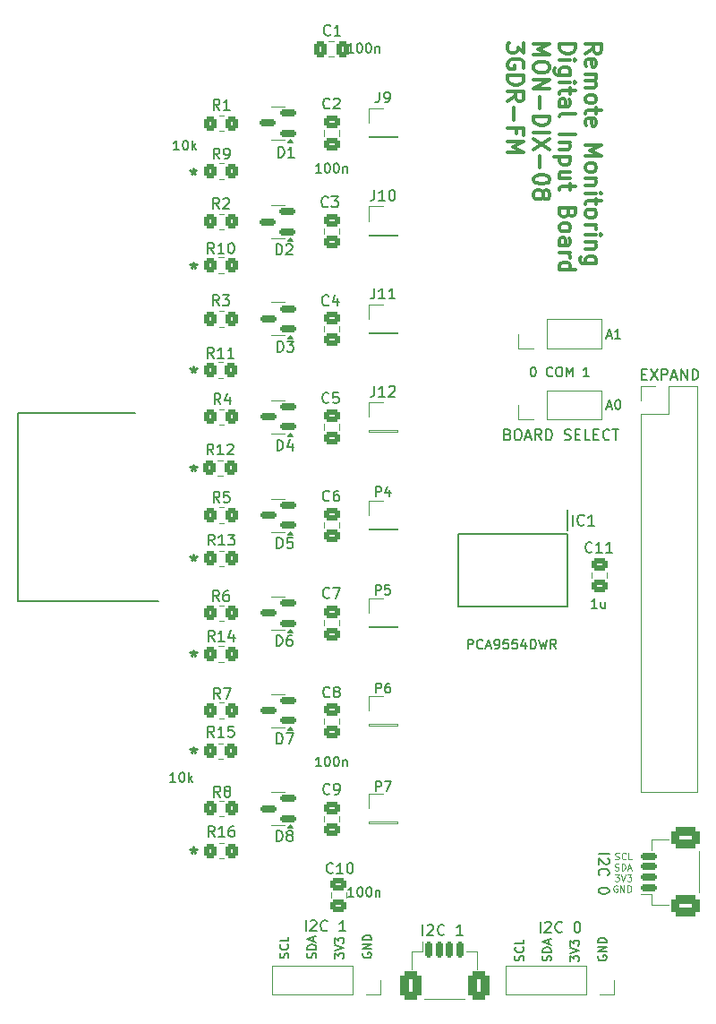
<source format=gbr>
%TF.GenerationSoftware,KiCad,Pcbnew,9.0.2*%
%TF.CreationDate,2025-07-04T16:10:04+10:00*%
%TF.ProjectId,v8_equip_dig_in_non_iso_IDC_pwr,76385f65-7175-4697-905f-6469675f696e,rev?*%
%TF.SameCoordinates,Original*%
%TF.FileFunction,Legend,Top*%
%TF.FilePolarity,Positive*%
%FSLAX46Y46*%
G04 Gerber Fmt 4.6, Leading zero omitted, Abs format (unit mm)*
G04 Created by KiCad (PCBNEW 9.0.2) date 2025-07-04 16:10:04*
%MOMM*%
%LPD*%
G01*
G04 APERTURE LIST*
G04 Aperture macros list*
%AMRoundRect*
0 Rectangle with rounded corners*
0 $1 Rounding radius*
0 $2 $3 $4 $5 $6 $7 $8 $9 X,Y pos of 4 corners*
0 Add a 4 corners polygon primitive as box body*
4,1,4,$2,$3,$4,$5,$6,$7,$8,$9,$2,$3,0*
0 Add four circle primitives for the rounded corners*
1,1,$1+$1,$2,$3*
1,1,$1+$1,$4,$5*
1,1,$1+$1,$6,$7*
1,1,$1+$1,$8,$9*
0 Add four rect primitives between the rounded corners*
20,1,$1+$1,$2,$3,$4,$5,0*
20,1,$1+$1,$4,$5,$6,$7,0*
20,1,$1+$1,$6,$7,$8,$9,0*
20,1,$1+$1,$8,$9,$2,$3,0*%
G04 Aperture macros list end*
%ADD10C,0.254000*%
%ADD11C,0.101600*%
%ADD12C,0.127000*%
%ADD13C,0.152400*%
%ADD14C,0.177800*%
%ADD15C,0.304800*%
%ADD16C,0.150000*%
%ADD17C,0.120000*%
%ADD18C,0.200000*%
%ADD19RoundRect,0.250000X0.350000X0.450000X-0.350000X0.450000X-0.350000X-0.450000X0.350000X-0.450000X0*%
%ADD20RoundRect,0.150000X0.587500X0.150000X-0.587500X0.150000X-0.587500X-0.150000X0.587500X-0.150000X0*%
%ADD21RoundRect,0.250000X-0.475000X0.337500X-0.475000X-0.337500X0.475000X-0.337500X0.475000X0.337500X0*%
%ADD22R,1.700000X1.700000*%
%ADD23RoundRect,0.250000X0.475000X-0.337500X0.475000X0.337500X-0.475000X0.337500X-0.475000X-0.337500X0*%
%ADD24C,1.700000*%
%ADD25C,3.500000*%
%ADD26R,1.650000X1.650000*%
%ADD27C,1.650000*%
%ADD28RoundRect,0.150000X-0.150000X-0.625000X0.150000X-0.625000X0.150000X0.625000X-0.150000X0.625000X0*%
%ADD29RoundRect,0.416666X-0.583334X-0.970834X0.583334X-0.970834X0.583334X0.970834X-0.583334X0.970834X0*%
%ADD30RoundRect,0.250000X-0.337500X-0.475000X0.337500X-0.475000X0.337500X0.475000X-0.337500X0.475000X0*%
%ADD31RoundRect,0.150000X0.625000X-0.150000X0.625000X0.150000X-0.625000X0.150000X-0.625000X-0.150000X0*%
%ADD32RoundRect,0.416666X0.970834X-0.583334X0.970834X0.583334X-0.970834X0.583334X-0.970834X-0.583334X0*%
%ADD33R,0.650000X1.950000*%
G04 APERTURE END LIST*
D10*
X11268114Y-52002968D02*
X11268114Y-52305349D01*
X10965733Y-52184396D02*
X11268114Y-52305349D01*
X11268114Y-52305349D02*
X11570495Y-52184396D01*
X11086685Y-52547253D02*
X11268114Y-52305349D01*
X11268114Y-52305349D02*
X11449543Y-52547253D01*
X11268114Y-70189368D02*
X11268114Y-70491749D01*
X10965733Y-70370796D02*
X11268114Y-70491749D01*
X11268114Y-70491749D02*
X11570495Y-70370796D01*
X11086685Y-70733653D02*
X11268114Y-70491749D01*
X11268114Y-70491749D02*
X11449543Y-70733653D01*
X11268114Y-79638168D02*
X11268114Y-79940549D01*
X10965733Y-79819596D02*
X11268114Y-79940549D01*
X11268114Y-79940549D02*
X11570495Y-79819596D01*
X11086685Y-80182453D02*
X11268114Y-79940549D01*
X11268114Y-79940549D02*
X11449543Y-80182453D01*
D11*
X51183100Y-80792224D02*
X51273814Y-80822462D01*
X51273814Y-80822462D02*
X51425005Y-80822462D01*
X51425005Y-80822462D02*
X51485481Y-80792224D01*
X51485481Y-80792224D02*
X51515719Y-80761985D01*
X51515719Y-80761985D02*
X51545957Y-80701509D01*
X51545957Y-80701509D02*
X51545957Y-80641033D01*
X51545957Y-80641033D02*
X51515719Y-80580557D01*
X51515719Y-80580557D02*
X51485481Y-80550319D01*
X51485481Y-80550319D02*
X51425005Y-80520081D01*
X51425005Y-80520081D02*
X51304052Y-80489843D01*
X51304052Y-80489843D02*
X51243576Y-80459604D01*
X51243576Y-80459604D02*
X51213338Y-80429366D01*
X51213338Y-80429366D02*
X51183100Y-80368890D01*
X51183100Y-80368890D02*
X51183100Y-80308414D01*
X51183100Y-80308414D02*
X51213338Y-80247938D01*
X51213338Y-80247938D02*
X51243576Y-80217700D01*
X51243576Y-80217700D02*
X51304052Y-80187462D01*
X51304052Y-80187462D02*
X51455243Y-80187462D01*
X51455243Y-80187462D02*
X51545957Y-80217700D01*
X52180957Y-80761985D02*
X52150719Y-80792224D01*
X52150719Y-80792224D02*
X52060005Y-80822462D01*
X52060005Y-80822462D02*
X51999529Y-80822462D01*
X51999529Y-80822462D02*
X51908814Y-80792224D01*
X51908814Y-80792224D02*
X51848338Y-80731747D01*
X51848338Y-80731747D02*
X51818100Y-80671271D01*
X51818100Y-80671271D02*
X51787862Y-80550319D01*
X51787862Y-80550319D02*
X51787862Y-80459604D01*
X51787862Y-80459604D02*
X51818100Y-80338652D01*
X51818100Y-80338652D02*
X51848338Y-80278176D01*
X51848338Y-80278176D02*
X51908814Y-80217700D01*
X51908814Y-80217700D02*
X51999529Y-80187462D01*
X51999529Y-80187462D02*
X52060005Y-80187462D01*
X52060005Y-80187462D02*
X52150719Y-80217700D01*
X52150719Y-80217700D02*
X52180957Y-80247938D01*
X52755481Y-80822462D02*
X52453100Y-80822462D01*
X52453100Y-80822462D02*
X52453100Y-80187462D01*
X51152862Y-81814538D02*
X51243576Y-81844776D01*
X51243576Y-81844776D02*
X51394767Y-81844776D01*
X51394767Y-81844776D02*
X51455243Y-81814538D01*
X51455243Y-81814538D02*
X51485481Y-81784299D01*
X51485481Y-81784299D02*
X51515719Y-81723823D01*
X51515719Y-81723823D02*
X51515719Y-81663347D01*
X51515719Y-81663347D02*
X51485481Y-81602871D01*
X51485481Y-81602871D02*
X51455243Y-81572633D01*
X51455243Y-81572633D02*
X51394767Y-81542395D01*
X51394767Y-81542395D02*
X51273814Y-81512157D01*
X51273814Y-81512157D02*
X51213338Y-81481918D01*
X51213338Y-81481918D02*
X51183100Y-81451680D01*
X51183100Y-81451680D02*
X51152862Y-81391204D01*
X51152862Y-81391204D02*
X51152862Y-81330728D01*
X51152862Y-81330728D02*
X51183100Y-81270252D01*
X51183100Y-81270252D02*
X51213338Y-81240014D01*
X51213338Y-81240014D02*
X51273814Y-81209776D01*
X51273814Y-81209776D02*
X51425005Y-81209776D01*
X51425005Y-81209776D02*
X51515719Y-81240014D01*
X51787862Y-81844776D02*
X51787862Y-81209776D01*
X51787862Y-81209776D02*
X51939052Y-81209776D01*
X51939052Y-81209776D02*
X52029767Y-81240014D01*
X52029767Y-81240014D02*
X52090243Y-81300490D01*
X52090243Y-81300490D02*
X52120481Y-81360966D01*
X52120481Y-81360966D02*
X52150719Y-81481918D01*
X52150719Y-81481918D02*
X52150719Y-81572633D01*
X52150719Y-81572633D02*
X52120481Y-81693585D01*
X52120481Y-81693585D02*
X52090243Y-81754061D01*
X52090243Y-81754061D02*
X52029767Y-81814538D01*
X52029767Y-81814538D02*
X51939052Y-81844776D01*
X51939052Y-81844776D02*
X51787862Y-81844776D01*
X52392624Y-81663347D02*
X52695005Y-81663347D01*
X52332148Y-81844776D02*
X52543814Y-81209776D01*
X52543814Y-81209776D02*
X52755481Y-81844776D01*
X51152862Y-82232090D02*
X51545957Y-82232090D01*
X51545957Y-82232090D02*
X51334290Y-82473994D01*
X51334290Y-82473994D02*
X51425005Y-82473994D01*
X51425005Y-82473994D02*
X51485481Y-82504232D01*
X51485481Y-82504232D02*
X51515719Y-82534471D01*
X51515719Y-82534471D02*
X51545957Y-82594947D01*
X51545957Y-82594947D02*
X51545957Y-82746137D01*
X51545957Y-82746137D02*
X51515719Y-82806613D01*
X51515719Y-82806613D02*
X51485481Y-82836852D01*
X51485481Y-82836852D02*
X51425005Y-82867090D01*
X51425005Y-82867090D02*
X51243576Y-82867090D01*
X51243576Y-82867090D02*
X51183100Y-82836852D01*
X51183100Y-82836852D02*
X51152862Y-82806613D01*
X51727386Y-82232090D02*
X51939052Y-82867090D01*
X51939052Y-82867090D02*
X52150719Y-82232090D01*
X52301910Y-82232090D02*
X52695005Y-82232090D01*
X52695005Y-82232090D02*
X52483338Y-82473994D01*
X52483338Y-82473994D02*
X52574053Y-82473994D01*
X52574053Y-82473994D02*
X52634529Y-82504232D01*
X52634529Y-82504232D02*
X52664767Y-82534471D01*
X52664767Y-82534471D02*
X52695005Y-82594947D01*
X52695005Y-82594947D02*
X52695005Y-82746137D01*
X52695005Y-82746137D02*
X52664767Y-82806613D01*
X52664767Y-82806613D02*
X52634529Y-82836852D01*
X52634529Y-82836852D02*
X52574053Y-82867090D01*
X52574053Y-82867090D02*
X52392624Y-82867090D01*
X52392624Y-82867090D02*
X52332148Y-82836852D01*
X52332148Y-82836852D02*
X52301910Y-82806613D01*
X51364529Y-83284642D02*
X51304053Y-83254404D01*
X51304053Y-83254404D02*
X51213339Y-83254404D01*
X51213339Y-83254404D02*
X51122624Y-83284642D01*
X51122624Y-83284642D02*
X51062148Y-83345118D01*
X51062148Y-83345118D02*
X51031910Y-83405594D01*
X51031910Y-83405594D02*
X51001672Y-83526546D01*
X51001672Y-83526546D02*
X51001672Y-83617261D01*
X51001672Y-83617261D02*
X51031910Y-83738213D01*
X51031910Y-83738213D02*
X51062148Y-83798689D01*
X51062148Y-83798689D02*
X51122624Y-83859166D01*
X51122624Y-83859166D02*
X51213339Y-83889404D01*
X51213339Y-83889404D02*
X51273815Y-83889404D01*
X51273815Y-83889404D02*
X51364529Y-83859166D01*
X51364529Y-83859166D02*
X51394767Y-83828927D01*
X51394767Y-83828927D02*
X51394767Y-83617261D01*
X51394767Y-83617261D02*
X51273815Y-83617261D01*
X51666910Y-83889404D02*
X51666910Y-83254404D01*
X51666910Y-83254404D02*
X52029767Y-83889404D01*
X52029767Y-83889404D02*
X52029767Y-83254404D01*
X52332148Y-83889404D02*
X52332148Y-83254404D01*
X52332148Y-83254404D02*
X52483338Y-83254404D01*
X52483338Y-83254404D02*
X52574053Y-83284642D01*
X52574053Y-83284642D02*
X52634529Y-83345118D01*
X52634529Y-83345118D02*
X52664767Y-83405594D01*
X52664767Y-83405594D02*
X52695005Y-83526546D01*
X52695005Y-83526546D02*
X52695005Y-83617261D01*
X52695005Y-83617261D02*
X52664767Y-83738213D01*
X52664767Y-83738213D02*
X52634529Y-83798689D01*
X52634529Y-83798689D02*
X52574053Y-83859166D01*
X52574053Y-83859166D02*
X52483338Y-83889404D01*
X52483338Y-83889404D02*
X52332148Y-83889404D01*
D10*
X11268114Y-24367768D02*
X11268114Y-24670149D01*
X10965733Y-24549196D02*
X11268114Y-24670149D01*
X11268114Y-24670149D02*
X11570495Y-24549196D01*
X11086685Y-24912053D02*
X11268114Y-24670149D01*
X11268114Y-24670149D02*
X11449543Y-24912053D01*
D12*
X42473648Y-90388828D02*
X42512352Y-90272714D01*
X42512352Y-90272714D02*
X42512352Y-90079190D01*
X42512352Y-90079190D02*
X42473648Y-90001781D01*
X42473648Y-90001781D02*
X42434943Y-89963076D01*
X42434943Y-89963076D02*
X42357533Y-89924371D01*
X42357533Y-89924371D02*
X42280124Y-89924371D01*
X42280124Y-89924371D02*
X42202714Y-89963076D01*
X42202714Y-89963076D02*
X42164009Y-90001781D01*
X42164009Y-90001781D02*
X42125305Y-90079190D01*
X42125305Y-90079190D02*
X42086600Y-90234009D01*
X42086600Y-90234009D02*
X42047895Y-90311419D01*
X42047895Y-90311419D02*
X42009190Y-90350124D01*
X42009190Y-90350124D02*
X41931781Y-90388828D01*
X41931781Y-90388828D02*
X41854371Y-90388828D01*
X41854371Y-90388828D02*
X41776962Y-90350124D01*
X41776962Y-90350124D02*
X41738257Y-90311419D01*
X41738257Y-90311419D02*
X41699552Y-90234009D01*
X41699552Y-90234009D02*
X41699552Y-90040486D01*
X41699552Y-90040486D02*
X41738257Y-89924371D01*
X42434943Y-89111572D02*
X42473648Y-89150276D01*
X42473648Y-89150276D02*
X42512352Y-89266391D01*
X42512352Y-89266391D02*
X42512352Y-89343800D01*
X42512352Y-89343800D02*
X42473648Y-89459914D01*
X42473648Y-89459914D02*
X42396238Y-89537324D01*
X42396238Y-89537324D02*
X42318828Y-89576029D01*
X42318828Y-89576029D02*
X42164009Y-89614733D01*
X42164009Y-89614733D02*
X42047895Y-89614733D01*
X42047895Y-89614733D02*
X41893076Y-89576029D01*
X41893076Y-89576029D02*
X41815667Y-89537324D01*
X41815667Y-89537324D02*
X41738257Y-89459914D01*
X41738257Y-89459914D02*
X41699552Y-89343800D01*
X41699552Y-89343800D02*
X41699552Y-89266391D01*
X41699552Y-89266391D02*
X41738257Y-89150276D01*
X41738257Y-89150276D02*
X41776962Y-89111572D01*
X42512352Y-88376181D02*
X42512352Y-88763229D01*
X42512352Y-88763229D02*
X41699552Y-88763229D01*
X45090772Y-90388828D02*
X45129476Y-90272714D01*
X45129476Y-90272714D02*
X45129476Y-90079190D01*
X45129476Y-90079190D02*
X45090772Y-90001781D01*
X45090772Y-90001781D02*
X45052067Y-89963076D01*
X45052067Y-89963076D02*
X44974657Y-89924371D01*
X44974657Y-89924371D02*
X44897248Y-89924371D01*
X44897248Y-89924371D02*
X44819838Y-89963076D01*
X44819838Y-89963076D02*
X44781133Y-90001781D01*
X44781133Y-90001781D02*
X44742429Y-90079190D01*
X44742429Y-90079190D02*
X44703724Y-90234009D01*
X44703724Y-90234009D02*
X44665019Y-90311419D01*
X44665019Y-90311419D02*
X44626314Y-90350124D01*
X44626314Y-90350124D02*
X44548905Y-90388828D01*
X44548905Y-90388828D02*
X44471495Y-90388828D01*
X44471495Y-90388828D02*
X44394086Y-90350124D01*
X44394086Y-90350124D02*
X44355381Y-90311419D01*
X44355381Y-90311419D02*
X44316676Y-90234009D01*
X44316676Y-90234009D02*
X44316676Y-90040486D01*
X44316676Y-90040486D02*
X44355381Y-89924371D01*
X45129476Y-89576029D02*
X44316676Y-89576029D01*
X44316676Y-89576029D02*
X44316676Y-89382505D01*
X44316676Y-89382505D02*
X44355381Y-89266391D01*
X44355381Y-89266391D02*
X44432791Y-89188981D01*
X44432791Y-89188981D02*
X44510200Y-89150276D01*
X44510200Y-89150276D02*
X44665019Y-89111572D01*
X44665019Y-89111572D02*
X44781133Y-89111572D01*
X44781133Y-89111572D02*
X44935952Y-89150276D01*
X44935952Y-89150276D02*
X45013362Y-89188981D01*
X45013362Y-89188981D02*
X45090772Y-89266391D01*
X45090772Y-89266391D02*
X45129476Y-89382505D01*
X45129476Y-89382505D02*
X45129476Y-89576029D01*
X44897248Y-88801933D02*
X44897248Y-88414886D01*
X45129476Y-88879343D02*
X44316676Y-88608410D01*
X44316676Y-88608410D02*
X45129476Y-88337476D01*
X46933800Y-90427533D02*
X46933800Y-89924371D01*
X46933800Y-89924371D02*
X47243438Y-90195305D01*
X47243438Y-90195305D02*
X47243438Y-90079190D01*
X47243438Y-90079190D02*
X47282143Y-90001781D01*
X47282143Y-90001781D02*
X47320848Y-89963076D01*
X47320848Y-89963076D02*
X47398257Y-89924371D01*
X47398257Y-89924371D02*
X47591781Y-89924371D01*
X47591781Y-89924371D02*
X47669191Y-89963076D01*
X47669191Y-89963076D02*
X47707896Y-90001781D01*
X47707896Y-90001781D02*
X47746600Y-90079190D01*
X47746600Y-90079190D02*
X47746600Y-90311419D01*
X47746600Y-90311419D02*
X47707896Y-90388828D01*
X47707896Y-90388828D02*
X47669191Y-90427533D01*
X46933800Y-89692143D02*
X47746600Y-89421210D01*
X47746600Y-89421210D02*
X46933800Y-89150276D01*
X46933800Y-88956752D02*
X46933800Y-88453590D01*
X46933800Y-88453590D02*
X47243438Y-88724524D01*
X47243438Y-88724524D02*
X47243438Y-88608409D01*
X47243438Y-88608409D02*
X47282143Y-88531000D01*
X47282143Y-88531000D02*
X47320848Y-88492295D01*
X47320848Y-88492295D02*
X47398257Y-88453590D01*
X47398257Y-88453590D02*
X47591781Y-88453590D01*
X47591781Y-88453590D02*
X47669191Y-88492295D01*
X47669191Y-88492295D02*
X47707896Y-88531000D01*
X47707896Y-88531000D02*
X47746600Y-88608409D01*
X47746600Y-88608409D02*
X47746600Y-88840638D01*
X47746600Y-88840638D02*
X47707896Y-88918047D01*
X47707896Y-88918047D02*
X47669191Y-88956752D01*
X49589629Y-89924371D02*
X49550924Y-90001781D01*
X49550924Y-90001781D02*
X49550924Y-90117895D01*
X49550924Y-90117895D02*
X49589629Y-90234009D01*
X49589629Y-90234009D02*
X49667039Y-90311419D01*
X49667039Y-90311419D02*
X49744448Y-90350124D01*
X49744448Y-90350124D02*
X49899267Y-90388828D01*
X49899267Y-90388828D02*
X50015381Y-90388828D01*
X50015381Y-90388828D02*
X50170200Y-90350124D01*
X50170200Y-90350124D02*
X50247610Y-90311419D01*
X50247610Y-90311419D02*
X50325020Y-90234009D01*
X50325020Y-90234009D02*
X50363724Y-90117895D01*
X50363724Y-90117895D02*
X50363724Y-90040486D01*
X50363724Y-90040486D02*
X50325020Y-89924371D01*
X50325020Y-89924371D02*
X50286315Y-89885667D01*
X50286315Y-89885667D02*
X50015381Y-89885667D01*
X50015381Y-89885667D02*
X50015381Y-90040486D01*
X50363724Y-89537324D02*
X49550924Y-89537324D01*
X49550924Y-89537324D02*
X50363724Y-89072867D01*
X50363724Y-89072867D02*
X49550924Y-89072867D01*
X50363724Y-88685819D02*
X49550924Y-88685819D01*
X49550924Y-88685819D02*
X49550924Y-88492295D01*
X49550924Y-88492295D02*
X49589629Y-88376181D01*
X49589629Y-88376181D02*
X49667039Y-88298771D01*
X49667039Y-88298771D02*
X49744448Y-88260066D01*
X49744448Y-88260066D02*
X49899267Y-88221362D01*
X49899267Y-88221362D02*
X50015381Y-88221362D01*
X50015381Y-88221362D02*
X50170200Y-88260066D01*
X50170200Y-88260066D02*
X50247610Y-88298771D01*
X50247610Y-88298771D02*
X50325020Y-88376181D01*
X50325020Y-88376181D02*
X50363724Y-88492295D01*
X50363724Y-88492295D02*
X50363724Y-88685819D01*
D13*
X49586064Y-80275967D02*
X50602064Y-80275967D01*
X50505302Y-80711396D02*
X50553683Y-80759777D01*
X50553683Y-80759777D02*
X50602064Y-80856539D01*
X50602064Y-80856539D02*
X50602064Y-81098444D01*
X50602064Y-81098444D02*
X50553683Y-81195206D01*
X50553683Y-81195206D02*
X50505302Y-81243587D01*
X50505302Y-81243587D02*
X50408540Y-81291968D01*
X50408540Y-81291968D02*
X50311778Y-81291968D01*
X50311778Y-81291968D02*
X50166635Y-81243587D01*
X50166635Y-81243587D02*
X49586064Y-80663015D01*
X49586064Y-80663015D02*
X49586064Y-81291968D01*
X49682825Y-82307968D02*
X49634445Y-82259587D01*
X49634445Y-82259587D02*
X49586064Y-82114444D01*
X49586064Y-82114444D02*
X49586064Y-82017682D01*
X49586064Y-82017682D02*
X49634445Y-81872539D01*
X49634445Y-81872539D02*
X49731206Y-81775777D01*
X49731206Y-81775777D02*
X49827968Y-81727396D01*
X49827968Y-81727396D02*
X50021492Y-81679015D01*
X50021492Y-81679015D02*
X50166635Y-81679015D01*
X50166635Y-81679015D02*
X50360159Y-81727396D01*
X50360159Y-81727396D02*
X50456921Y-81775777D01*
X50456921Y-81775777D02*
X50553683Y-81872539D01*
X50553683Y-81872539D02*
X50602064Y-82017682D01*
X50602064Y-82017682D02*
X50602064Y-82114444D01*
X50602064Y-82114444D02*
X50553683Y-82259587D01*
X50553683Y-82259587D02*
X50505302Y-82307968D01*
X50602064Y-83711015D02*
X50602064Y-83807777D01*
X50602064Y-83807777D02*
X50553683Y-83904539D01*
X50553683Y-83904539D02*
X50505302Y-83952920D01*
X50505302Y-83952920D02*
X50408540Y-84001301D01*
X50408540Y-84001301D02*
X50215016Y-84049682D01*
X50215016Y-84049682D02*
X49973111Y-84049682D01*
X49973111Y-84049682D02*
X49779587Y-84001301D01*
X49779587Y-84001301D02*
X49682825Y-83952920D01*
X49682825Y-83952920D02*
X49634445Y-83904539D01*
X49634445Y-83904539D02*
X49586064Y-83807777D01*
X49586064Y-83807777D02*
X49586064Y-83711015D01*
X49586064Y-83711015D02*
X49634445Y-83614253D01*
X49634445Y-83614253D02*
X49682825Y-83565872D01*
X49682825Y-83565872D02*
X49779587Y-83517491D01*
X49779587Y-83517491D02*
X49973111Y-83469110D01*
X49973111Y-83469110D02*
X50215016Y-83469110D01*
X50215016Y-83469110D02*
X50408540Y-83517491D01*
X50408540Y-83517491D02*
X50505302Y-83565872D01*
X50505302Y-83565872D02*
X50553683Y-83614253D01*
X50553683Y-83614253D02*
X50602064Y-83711015D01*
D14*
X41017372Y-40634624D02*
X41162515Y-40683005D01*
X41162515Y-40683005D02*
X41210896Y-40731386D01*
X41210896Y-40731386D02*
X41259277Y-40828148D01*
X41259277Y-40828148D02*
X41259277Y-40973291D01*
X41259277Y-40973291D02*
X41210896Y-41070053D01*
X41210896Y-41070053D02*
X41162515Y-41118434D01*
X41162515Y-41118434D02*
X41065753Y-41166814D01*
X41065753Y-41166814D02*
X40678705Y-41166814D01*
X40678705Y-41166814D02*
X40678705Y-40150814D01*
X40678705Y-40150814D02*
X41017372Y-40150814D01*
X41017372Y-40150814D02*
X41114134Y-40199195D01*
X41114134Y-40199195D02*
X41162515Y-40247576D01*
X41162515Y-40247576D02*
X41210896Y-40344338D01*
X41210896Y-40344338D02*
X41210896Y-40441100D01*
X41210896Y-40441100D02*
X41162515Y-40537862D01*
X41162515Y-40537862D02*
X41114134Y-40586243D01*
X41114134Y-40586243D02*
X41017372Y-40634624D01*
X41017372Y-40634624D02*
X40678705Y-40634624D01*
X41888229Y-40150814D02*
X42081753Y-40150814D01*
X42081753Y-40150814D02*
X42178515Y-40199195D01*
X42178515Y-40199195D02*
X42275277Y-40295957D01*
X42275277Y-40295957D02*
X42323658Y-40489481D01*
X42323658Y-40489481D02*
X42323658Y-40828148D01*
X42323658Y-40828148D02*
X42275277Y-41021672D01*
X42275277Y-41021672D02*
X42178515Y-41118434D01*
X42178515Y-41118434D02*
X42081753Y-41166814D01*
X42081753Y-41166814D02*
X41888229Y-41166814D01*
X41888229Y-41166814D02*
X41791467Y-41118434D01*
X41791467Y-41118434D02*
X41694705Y-41021672D01*
X41694705Y-41021672D02*
X41646324Y-40828148D01*
X41646324Y-40828148D02*
X41646324Y-40489481D01*
X41646324Y-40489481D02*
X41694705Y-40295957D01*
X41694705Y-40295957D02*
X41791467Y-40199195D01*
X41791467Y-40199195D02*
X41888229Y-40150814D01*
X42710705Y-40876529D02*
X43194515Y-40876529D01*
X42613943Y-41166814D02*
X42952610Y-40150814D01*
X42952610Y-40150814D02*
X43291277Y-41166814D01*
X44210515Y-41166814D02*
X43871848Y-40683005D01*
X43629943Y-41166814D02*
X43629943Y-40150814D01*
X43629943Y-40150814D02*
X44016991Y-40150814D01*
X44016991Y-40150814D02*
X44113753Y-40199195D01*
X44113753Y-40199195D02*
X44162134Y-40247576D01*
X44162134Y-40247576D02*
X44210515Y-40344338D01*
X44210515Y-40344338D02*
X44210515Y-40489481D01*
X44210515Y-40489481D02*
X44162134Y-40586243D01*
X44162134Y-40586243D02*
X44113753Y-40634624D01*
X44113753Y-40634624D02*
X44016991Y-40683005D01*
X44016991Y-40683005D02*
X43629943Y-40683005D01*
X44645943Y-41166814D02*
X44645943Y-40150814D01*
X44645943Y-40150814D02*
X44887848Y-40150814D01*
X44887848Y-40150814D02*
X45032991Y-40199195D01*
X45032991Y-40199195D02*
X45129753Y-40295957D01*
X45129753Y-40295957D02*
X45178134Y-40392719D01*
X45178134Y-40392719D02*
X45226515Y-40586243D01*
X45226515Y-40586243D02*
X45226515Y-40731386D01*
X45226515Y-40731386D02*
X45178134Y-40924910D01*
X45178134Y-40924910D02*
X45129753Y-41021672D01*
X45129753Y-41021672D02*
X45032991Y-41118434D01*
X45032991Y-41118434D02*
X44887848Y-41166814D01*
X44887848Y-41166814D02*
X44645943Y-41166814D01*
X46387657Y-41118434D02*
X46532800Y-41166814D01*
X46532800Y-41166814D02*
X46774705Y-41166814D01*
X46774705Y-41166814D02*
X46871467Y-41118434D01*
X46871467Y-41118434D02*
X46919848Y-41070053D01*
X46919848Y-41070053D02*
X46968229Y-40973291D01*
X46968229Y-40973291D02*
X46968229Y-40876529D01*
X46968229Y-40876529D02*
X46919848Y-40779767D01*
X46919848Y-40779767D02*
X46871467Y-40731386D01*
X46871467Y-40731386D02*
X46774705Y-40683005D01*
X46774705Y-40683005D02*
X46581181Y-40634624D01*
X46581181Y-40634624D02*
X46484419Y-40586243D01*
X46484419Y-40586243D02*
X46436038Y-40537862D01*
X46436038Y-40537862D02*
X46387657Y-40441100D01*
X46387657Y-40441100D02*
X46387657Y-40344338D01*
X46387657Y-40344338D02*
X46436038Y-40247576D01*
X46436038Y-40247576D02*
X46484419Y-40199195D01*
X46484419Y-40199195D02*
X46581181Y-40150814D01*
X46581181Y-40150814D02*
X46823086Y-40150814D01*
X46823086Y-40150814D02*
X46968229Y-40199195D01*
X47403657Y-40634624D02*
X47742324Y-40634624D01*
X47887467Y-41166814D02*
X47403657Y-41166814D01*
X47403657Y-41166814D02*
X47403657Y-40150814D01*
X47403657Y-40150814D02*
X47887467Y-40150814D01*
X48806705Y-41166814D02*
X48322895Y-41166814D01*
X48322895Y-41166814D02*
X48322895Y-40150814D01*
X49145371Y-40634624D02*
X49484038Y-40634624D01*
X49629181Y-41166814D02*
X49145371Y-41166814D01*
X49145371Y-41166814D02*
X49145371Y-40150814D01*
X49145371Y-40150814D02*
X49629181Y-40150814D01*
X50645181Y-41070053D02*
X50596800Y-41118434D01*
X50596800Y-41118434D02*
X50451657Y-41166814D01*
X50451657Y-41166814D02*
X50354895Y-41166814D01*
X50354895Y-41166814D02*
X50209752Y-41118434D01*
X50209752Y-41118434D02*
X50112990Y-41021672D01*
X50112990Y-41021672D02*
X50064609Y-40924910D01*
X50064609Y-40924910D02*
X50016228Y-40731386D01*
X50016228Y-40731386D02*
X50016228Y-40586243D01*
X50016228Y-40586243D02*
X50064609Y-40392719D01*
X50064609Y-40392719D02*
X50112990Y-40295957D01*
X50112990Y-40295957D02*
X50209752Y-40199195D01*
X50209752Y-40199195D02*
X50354895Y-40150814D01*
X50354895Y-40150814D02*
X50451657Y-40150814D01*
X50451657Y-40150814D02*
X50596800Y-40199195D01*
X50596800Y-40199195D02*
X50645181Y-40247576D01*
X50935466Y-40150814D02*
X51516038Y-40150814D01*
X51225752Y-41166814D02*
X51225752Y-40150814D01*
D15*
X48380823Y-4634640D02*
X49106537Y-4126640D01*
X48380823Y-3763783D02*
X49904823Y-3763783D01*
X49904823Y-3763783D02*
X49904823Y-4344354D01*
X49904823Y-4344354D02*
X49832252Y-4489497D01*
X49832252Y-4489497D02*
X49759680Y-4562068D01*
X49759680Y-4562068D02*
X49614537Y-4634640D01*
X49614537Y-4634640D02*
X49396823Y-4634640D01*
X49396823Y-4634640D02*
X49251680Y-4562068D01*
X49251680Y-4562068D02*
X49179109Y-4489497D01*
X49179109Y-4489497D02*
X49106537Y-4344354D01*
X49106537Y-4344354D02*
X49106537Y-3763783D01*
X48453395Y-5868354D02*
X48380823Y-5723211D01*
X48380823Y-5723211D02*
X48380823Y-5432926D01*
X48380823Y-5432926D02*
X48453395Y-5287783D01*
X48453395Y-5287783D02*
X48598537Y-5215211D01*
X48598537Y-5215211D02*
X49179109Y-5215211D01*
X49179109Y-5215211D02*
X49324252Y-5287783D01*
X49324252Y-5287783D02*
X49396823Y-5432926D01*
X49396823Y-5432926D02*
X49396823Y-5723211D01*
X49396823Y-5723211D02*
X49324252Y-5868354D01*
X49324252Y-5868354D02*
X49179109Y-5940926D01*
X49179109Y-5940926D02*
X49033966Y-5940926D01*
X49033966Y-5940926D02*
X48888823Y-5215211D01*
X48380823Y-6594069D02*
X49396823Y-6594069D01*
X49251680Y-6594069D02*
X49324252Y-6666640D01*
X49324252Y-6666640D02*
X49396823Y-6811783D01*
X49396823Y-6811783D02*
X49396823Y-7029497D01*
X49396823Y-7029497D02*
X49324252Y-7174640D01*
X49324252Y-7174640D02*
X49179109Y-7247212D01*
X49179109Y-7247212D02*
X48380823Y-7247212D01*
X49179109Y-7247212D02*
X49324252Y-7319783D01*
X49324252Y-7319783D02*
X49396823Y-7464926D01*
X49396823Y-7464926D02*
X49396823Y-7682640D01*
X49396823Y-7682640D02*
X49324252Y-7827783D01*
X49324252Y-7827783D02*
X49179109Y-7900354D01*
X49179109Y-7900354D02*
X48380823Y-7900354D01*
X48380823Y-8843783D02*
X48453395Y-8698640D01*
X48453395Y-8698640D02*
X48525966Y-8626069D01*
X48525966Y-8626069D02*
X48671109Y-8553497D01*
X48671109Y-8553497D02*
X49106537Y-8553497D01*
X49106537Y-8553497D02*
X49251680Y-8626069D01*
X49251680Y-8626069D02*
X49324252Y-8698640D01*
X49324252Y-8698640D02*
X49396823Y-8843783D01*
X49396823Y-8843783D02*
X49396823Y-9061497D01*
X49396823Y-9061497D02*
X49324252Y-9206640D01*
X49324252Y-9206640D02*
X49251680Y-9279212D01*
X49251680Y-9279212D02*
X49106537Y-9351783D01*
X49106537Y-9351783D02*
X48671109Y-9351783D01*
X48671109Y-9351783D02*
X48525966Y-9279212D01*
X48525966Y-9279212D02*
X48453395Y-9206640D01*
X48453395Y-9206640D02*
X48380823Y-9061497D01*
X48380823Y-9061497D02*
X48380823Y-8843783D01*
X49396823Y-9787211D02*
X49396823Y-10367783D01*
X49904823Y-10004926D02*
X48598537Y-10004926D01*
X48598537Y-10004926D02*
X48453395Y-10077497D01*
X48453395Y-10077497D02*
X48380823Y-10222640D01*
X48380823Y-10222640D02*
X48380823Y-10367783D01*
X48453395Y-11456354D02*
X48380823Y-11311211D01*
X48380823Y-11311211D02*
X48380823Y-11020926D01*
X48380823Y-11020926D02*
X48453395Y-10875783D01*
X48453395Y-10875783D02*
X48598537Y-10803211D01*
X48598537Y-10803211D02*
X49179109Y-10803211D01*
X49179109Y-10803211D02*
X49324252Y-10875783D01*
X49324252Y-10875783D02*
X49396823Y-11020926D01*
X49396823Y-11020926D02*
X49396823Y-11311211D01*
X49396823Y-11311211D02*
X49324252Y-11456354D01*
X49324252Y-11456354D02*
X49179109Y-11528926D01*
X49179109Y-11528926D02*
X49033966Y-11528926D01*
X49033966Y-11528926D02*
X48888823Y-10803211D01*
X48380823Y-13343212D02*
X49904823Y-13343212D01*
X49904823Y-13343212D02*
X48816252Y-13851212D01*
X48816252Y-13851212D02*
X49904823Y-14359212D01*
X49904823Y-14359212D02*
X48380823Y-14359212D01*
X48380823Y-15302640D02*
X48453395Y-15157497D01*
X48453395Y-15157497D02*
X48525966Y-15084926D01*
X48525966Y-15084926D02*
X48671109Y-15012354D01*
X48671109Y-15012354D02*
X49106537Y-15012354D01*
X49106537Y-15012354D02*
X49251680Y-15084926D01*
X49251680Y-15084926D02*
X49324252Y-15157497D01*
X49324252Y-15157497D02*
X49396823Y-15302640D01*
X49396823Y-15302640D02*
X49396823Y-15520354D01*
X49396823Y-15520354D02*
X49324252Y-15665497D01*
X49324252Y-15665497D02*
X49251680Y-15738069D01*
X49251680Y-15738069D02*
X49106537Y-15810640D01*
X49106537Y-15810640D02*
X48671109Y-15810640D01*
X48671109Y-15810640D02*
X48525966Y-15738069D01*
X48525966Y-15738069D02*
X48453395Y-15665497D01*
X48453395Y-15665497D02*
X48380823Y-15520354D01*
X48380823Y-15520354D02*
X48380823Y-15302640D01*
X49396823Y-16463783D02*
X48380823Y-16463783D01*
X49251680Y-16463783D02*
X49324252Y-16536354D01*
X49324252Y-16536354D02*
X49396823Y-16681497D01*
X49396823Y-16681497D02*
X49396823Y-16899211D01*
X49396823Y-16899211D02*
X49324252Y-17044354D01*
X49324252Y-17044354D02*
X49179109Y-17116926D01*
X49179109Y-17116926D02*
X48380823Y-17116926D01*
X48380823Y-17842640D02*
X49396823Y-17842640D01*
X49904823Y-17842640D02*
X49832252Y-17770068D01*
X49832252Y-17770068D02*
X49759680Y-17842640D01*
X49759680Y-17842640D02*
X49832252Y-17915211D01*
X49832252Y-17915211D02*
X49904823Y-17842640D01*
X49904823Y-17842640D02*
X49759680Y-17842640D01*
X49396823Y-18350639D02*
X49396823Y-18931211D01*
X49904823Y-18568354D02*
X48598537Y-18568354D01*
X48598537Y-18568354D02*
X48453395Y-18640925D01*
X48453395Y-18640925D02*
X48380823Y-18786068D01*
X48380823Y-18786068D02*
X48380823Y-18931211D01*
X48380823Y-19656925D02*
X48453395Y-19511782D01*
X48453395Y-19511782D02*
X48525966Y-19439211D01*
X48525966Y-19439211D02*
X48671109Y-19366639D01*
X48671109Y-19366639D02*
X49106537Y-19366639D01*
X49106537Y-19366639D02*
X49251680Y-19439211D01*
X49251680Y-19439211D02*
X49324252Y-19511782D01*
X49324252Y-19511782D02*
X49396823Y-19656925D01*
X49396823Y-19656925D02*
X49396823Y-19874639D01*
X49396823Y-19874639D02*
X49324252Y-20019782D01*
X49324252Y-20019782D02*
X49251680Y-20092354D01*
X49251680Y-20092354D02*
X49106537Y-20164925D01*
X49106537Y-20164925D02*
X48671109Y-20164925D01*
X48671109Y-20164925D02*
X48525966Y-20092354D01*
X48525966Y-20092354D02*
X48453395Y-20019782D01*
X48453395Y-20019782D02*
X48380823Y-19874639D01*
X48380823Y-19874639D02*
X48380823Y-19656925D01*
X48380823Y-20818068D02*
X49396823Y-20818068D01*
X49106537Y-20818068D02*
X49251680Y-20890639D01*
X49251680Y-20890639D02*
X49324252Y-20963211D01*
X49324252Y-20963211D02*
X49396823Y-21108353D01*
X49396823Y-21108353D02*
X49396823Y-21253496D01*
X48380823Y-21761497D02*
X49396823Y-21761497D01*
X49904823Y-21761497D02*
X49832252Y-21688925D01*
X49832252Y-21688925D02*
X49759680Y-21761497D01*
X49759680Y-21761497D02*
X49832252Y-21834068D01*
X49832252Y-21834068D02*
X49904823Y-21761497D01*
X49904823Y-21761497D02*
X49759680Y-21761497D01*
X49396823Y-22487211D02*
X48380823Y-22487211D01*
X49251680Y-22487211D02*
X49324252Y-22559782D01*
X49324252Y-22559782D02*
X49396823Y-22704925D01*
X49396823Y-22704925D02*
X49396823Y-22922639D01*
X49396823Y-22922639D02*
X49324252Y-23067782D01*
X49324252Y-23067782D02*
X49179109Y-23140354D01*
X49179109Y-23140354D02*
X48380823Y-23140354D01*
X49396823Y-24519211D02*
X48163109Y-24519211D01*
X48163109Y-24519211D02*
X48017966Y-24446639D01*
X48017966Y-24446639D02*
X47945395Y-24374068D01*
X47945395Y-24374068D02*
X47872823Y-24228925D01*
X47872823Y-24228925D02*
X47872823Y-24011211D01*
X47872823Y-24011211D02*
X47945395Y-23866068D01*
X48453395Y-24519211D02*
X48380823Y-24374068D01*
X48380823Y-24374068D02*
X48380823Y-24083782D01*
X48380823Y-24083782D02*
X48453395Y-23938639D01*
X48453395Y-23938639D02*
X48525966Y-23866068D01*
X48525966Y-23866068D02*
X48671109Y-23793496D01*
X48671109Y-23793496D02*
X49106537Y-23793496D01*
X49106537Y-23793496D02*
X49251680Y-23866068D01*
X49251680Y-23866068D02*
X49324252Y-23938639D01*
X49324252Y-23938639D02*
X49396823Y-24083782D01*
X49396823Y-24083782D02*
X49396823Y-24374068D01*
X49396823Y-24374068D02*
X49324252Y-24519211D01*
X45927268Y-3763783D02*
X47451268Y-3763783D01*
X47451268Y-3763783D02*
X47451268Y-4126640D01*
X47451268Y-4126640D02*
X47378697Y-4344354D01*
X47378697Y-4344354D02*
X47233554Y-4489497D01*
X47233554Y-4489497D02*
X47088411Y-4562068D01*
X47088411Y-4562068D02*
X46798125Y-4634640D01*
X46798125Y-4634640D02*
X46580411Y-4634640D01*
X46580411Y-4634640D02*
X46290125Y-4562068D01*
X46290125Y-4562068D02*
X46144982Y-4489497D01*
X46144982Y-4489497D02*
X45999840Y-4344354D01*
X45999840Y-4344354D02*
X45927268Y-4126640D01*
X45927268Y-4126640D02*
X45927268Y-3763783D01*
X45927268Y-5287783D02*
X46943268Y-5287783D01*
X47451268Y-5287783D02*
X47378697Y-5215211D01*
X47378697Y-5215211D02*
X47306125Y-5287783D01*
X47306125Y-5287783D02*
X47378697Y-5360354D01*
X47378697Y-5360354D02*
X47451268Y-5287783D01*
X47451268Y-5287783D02*
X47306125Y-5287783D01*
X46943268Y-6666640D02*
X45709554Y-6666640D01*
X45709554Y-6666640D02*
X45564411Y-6594068D01*
X45564411Y-6594068D02*
X45491840Y-6521497D01*
X45491840Y-6521497D02*
X45419268Y-6376354D01*
X45419268Y-6376354D02*
X45419268Y-6158640D01*
X45419268Y-6158640D02*
X45491840Y-6013497D01*
X45999840Y-6666640D02*
X45927268Y-6521497D01*
X45927268Y-6521497D02*
X45927268Y-6231211D01*
X45927268Y-6231211D02*
X45999840Y-6086068D01*
X45999840Y-6086068D02*
X46072411Y-6013497D01*
X46072411Y-6013497D02*
X46217554Y-5940925D01*
X46217554Y-5940925D02*
X46652982Y-5940925D01*
X46652982Y-5940925D02*
X46798125Y-6013497D01*
X46798125Y-6013497D02*
X46870697Y-6086068D01*
X46870697Y-6086068D02*
X46943268Y-6231211D01*
X46943268Y-6231211D02*
X46943268Y-6521497D01*
X46943268Y-6521497D02*
X46870697Y-6666640D01*
X45927268Y-7392354D02*
X46943268Y-7392354D01*
X47451268Y-7392354D02*
X47378697Y-7319782D01*
X47378697Y-7319782D02*
X47306125Y-7392354D01*
X47306125Y-7392354D02*
X47378697Y-7464925D01*
X47378697Y-7464925D02*
X47451268Y-7392354D01*
X47451268Y-7392354D02*
X47306125Y-7392354D01*
X46943268Y-7900353D02*
X46943268Y-8480925D01*
X47451268Y-8118068D02*
X46144982Y-8118068D01*
X46144982Y-8118068D02*
X45999840Y-8190639D01*
X45999840Y-8190639D02*
X45927268Y-8335782D01*
X45927268Y-8335782D02*
X45927268Y-8480925D01*
X45927268Y-9642068D02*
X46725554Y-9642068D01*
X46725554Y-9642068D02*
X46870697Y-9569496D01*
X46870697Y-9569496D02*
X46943268Y-9424353D01*
X46943268Y-9424353D02*
X46943268Y-9134068D01*
X46943268Y-9134068D02*
X46870697Y-8988925D01*
X45999840Y-9642068D02*
X45927268Y-9496925D01*
X45927268Y-9496925D02*
X45927268Y-9134068D01*
X45927268Y-9134068D02*
X45999840Y-8988925D01*
X45999840Y-8988925D02*
X46144982Y-8916353D01*
X46144982Y-8916353D02*
X46290125Y-8916353D01*
X46290125Y-8916353D02*
X46435268Y-8988925D01*
X46435268Y-8988925D02*
X46507840Y-9134068D01*
X46507840Y-9134068D02*
X46507840Y-9496925D01*
X46507840Y-9496925D02*
X46580411Y-9642068D01*
X45927268Y-10585496D02*
X45999840Y-10440353D01*
X45999840Y-10440353D02*
X46144982Y-10367782D01*
X46144982Y-10367782D02*
X47451268Y-10367782D01*
X45927268Y-12327211D02*
X47451268Y-12327211D01*
X46943268Y-13052925D02*
X45927268Y-13052925D01*
X46798125Y-13052925D02*
X46870697Y-13125496D01*
X46870697Y-13125496D02*
X46943268Y-13270639D01*
X46943268Y-13270639D02*
X46943268Y-13488353D01*
X46943268Y-13488353D02*
X46870697Y-13633496D01*
X46870697Y-13633496D02*
X46725554Y-13706068D01*
X46725554Y-13706068D02*
X45927268Y-13706068D01*
X46943268Y-14431782D02*
X45419268Y-14431782D01*
X46870697Y-14431782D02*
X46943268Y-14576925D01*
X46943268Y-14576925D02*
X46943268Y-14867210D01*
X46943268Y-14867210D02*
X46870697Y-15012353D01*
X46870697Y-15012353D02*
X46798125Y-15084925D01*
X46798125Y-15084925D02*
X46652982Y-15157496D01*
X46652982Y-15157496D02*
X46217554Y-15157496D01*
X46217554Y-15157496D02*
X46072411Y-15084925D01*
X46072411Y-15084925D02*
X45999840Y-15012353D01*
X45999840Y-15012353D02*
X45927268Y-14867210D01*
X45927268Y-14867210D02*
X45927268Y-14576925D01*
X45927268Y-14576925D02*
X45999840Y-14431782D01*
X46943268Y-16463782D02*
X45927268Y-16463782D01*
X46943268Y-15810639D02*
X46144982Y-15810639D01*
X46144982Y-15810639D02*
X45999840Y-15883210D01*
X45999840Y-15883210D02*
X45927268Y-16028353D01*
X45927268Y-16028353D02*
X45927268Y-16246067D01*
X45927268Y-16246067D02*
X45999840Y-16391210D01*
X45999840Y-16391210D02*
X46072411Y-16463782D01*
X46943268Y-16971781D02*
X46943268Y-17552353D01*
X47451268Y-17189496D02*
X46144982Y-17189496D01*
X46144982Y-17189496D02*
X45999840Y-17262067D01*
X45999840Y-17262067D02*
X45927268Y-17407210D01*
X45927268Y-17407210D02*
X45927268Y-17552353D01*
X46725554Y-19729496D02*
X46652982Y-19947210D01*
X46652982Y-19947210D02*
X46580411Y-20019781D01*
X46580411Y-20019781D02*
X46435268Y-20092353D01*
X46435268Y-20092353D02*
X46217554Y-20092353D01*
X46217554Y-20092353D02*
X46072411Y-20019781D01*
X46072411Y-20019781D02*
X45999840Y-19947210D01*
X45999840Y-19947210D02*
X45927268Y-19802067D01*
X45927268Y-19802067D02*
X45927268Y-19221496D01*
X45927268Y-19221496D02*
X47451268Y-19221496D01*
X47451268Y-19221496D02*
X47451268Y-19729496D01*
X47451268Y-19729496D02*
X47378697Y-19874639D01*
X47378697Y-19874639D02*
X47306125Y-19947210D01*
X47306125Y-19947210D02*
X47160982Y-20019781D01*
X47160982Y-20019781D02*
X47015840Y-20019781D01*
X47015840Y-20019781D02*
X46870697Y-19947210D01*
X46870697Y-19947210D02*
X46798125Y-19874639D01*
X46798125Y-19874639D02*
X46725554Y-19729496D01*
X46725554Y-19729496D02*
X46725554Y-19221496D01*
X45927268Y-20963210D02*
X45999840Y-20818067D01*
X45999840Y-20818067D02*
X46072411Y-20745496D01*
X46072411Y-20745496D02*
X46217554Y-20672924D01*
X46217554Y-20672924D02*
X46652982Y-20672924D01*
X46652982Y-20672924D02*
X46798125Y-20745496D01*
X46798125Y-20745496D02*
X46870697Y-20818067D01*
X46870697Y-20818067D02*
X46943268Y-20963210D01*
X46943268Y-20963210D02*
X46943268Y-21180924D01*
X46943268Y-21180924D02*
X46870697Y-21326067D01*
X46870697Y-21326067D02*
X46798125Y-21398639D01*
X46798125Y-21398639D02*
X46652982Y-21471210D01*
X46652982Y-21471210D02*
X46217554Y-21471210D01*
X46217554Y-21471210D02*
X46072411Y-21398639D01*
X46072411Y-21398639D02*
X45999840Y-21326067D01*
X45999840Y-21326067D02*
X45927268Y-21180924D01*
X45927268Y-21180924D02*
X45927268Y-20963210D01*
X45927268Y-22777496D02*
X46725554Y-22777496D01*
X46725554Y-22777496D02*
X46870697Y-22704924D01*
X46870697Y-22704924D02*
X46943268Y-22559781D01*
X46943268Y-22559781D02*
X46943268Y-22269496D01*
X46943268Y-22269496D02*
X46870697Y-22124353D01*
X45999840Y-22777496D02*
X45927268Y-22632353D01*
X45927268Y-22632353D02*
X45927268Y-22269496D01*
X45927268Y-22269496D02*
X45999840Y-22124353D01*
X45999840Y-22124353D02*
X46144982Y-22051781D01*
X46144982Y-22051781D02*
X46290125Y-22051781D01*
X46290125Y-22051781D02*
X46435268Y-22124353D01*
X46435268Y-22124353D02*
X46507840Y-22269496D01*
X46507840Y-22269496D02*
X46507840Y-22632353D01*
X46507840Y-22632353D02*
X46580411Y-22777496D01*
X45927268Y-23503210D02*
X46943268Y-23503210D01*
X46652982Y-23503210D02*
X46798125Y-23575781D01*
X46798125Y-23575781D02*
X46870697Y-23648353D01*
X46870697Y-23648353D02*
X46943268Y-23793495D01*
X46943268Y-23793495D02*
X46943268Y-23938638D01*
X45927268Y-25099782D02*
X47451268Y-25099782D01*
X45999840Y-25099782D02*
X45927268Y-24954639D01*
X45927268Y-24954639D02*
X45927268Y-24664353D01*
X45927268Y-24664353D02*
X45999840Y-24519210D01*
X45999840Y-24519210D02*
X46072411Y-24446639D01*
X46072411Y-24446639D02*
X46217554Y-24374067D01*
X46217554Y-24374067D02*
X46652982Y-24374067D01*
X46652982Y-24374067D02*
X46798125Y-24446639D01*
X46798125Y-24446639D02*
X46870697Y-24519210D01*
X46870697Y-24519210D02*
X46943268Y-24664353D01*
X46943268Y-24664353D02*
X46943268Y-24954639D01*
X46943268Y-24954639D02*
X46870697Y-25099782D01*
X43473713Y-3763783D02*
X44997713Y-3763783D01*
X44997713Y-3763783D02*
X43909142Y-4271783D01*
X43909142Y-4271783D02*
X44997713Y-4779783D01*
X44997713Y-4779783D02*
X43473713Y-4779783D01*
X44997713Y-5795782D02*
X44997713Y-6086068D01*
X44997713Y-6086068D02*
X44925142Y-6231211D01*
X44925142Y-6231211D02*
X44779999Y-6376354D01*
X44779999Y-6376354D02*
X44489713Y-6448925D01*
X44489713Y-6448925D02*
X43981713Y-6448925D01*
X43981713Y-6448925D02*
X43691427Y-6376354D01*
X43691427Y-6376354D02*
X43546285Y-6231211D01*
X43546285Y-6231211D02*
X43473713Y-6086068D01*
X43473713Y-6086068D02*
X43473713Y-5795782D01*
X43473713Y-5795782D02*
X43546285Y-5650640D01*
X43546285Y-5650640D02*
X43691427Y-5505497D01*
X43691427Y-5505497D02*
X43981713Y-5432925D01*
X43981713Y-5432925D02*
X44489713Y-5432925D01*
X44489713Y-5432925D02*
X44779999Y-5505497D01*
X44779999Y-5505497D02*
X44925142Y-5650640D01*
X44925142Y-5650640D02*
X44997713Y-5795782D01*
X43473713Y-7102068D02*
X44997713Y-7102068D01*
X44997713Y-7102068D02*
X43473713Y-7972925D01*
X43473713Y-7972925D02*
X44997713Y-7972925D01*
X44054285Y-8698639D02*
X44054285Y-9859782D01*
X43473713Y-10585496D02*
X44997713Y-10585496D01*
X44997713Y-10585496D02*
X44997713Y-10948353D01*
X44997713Y-10948353D02*
X44925142Y-11166067D01*
X44925142Y-11166067D02*
X44779999Y-11311210D01*
X44779999Y-11311210D02*
X44634856Y-11383781D01*
X44634856Y-11383781D02*
X44344570Y-11456353D01*
X44344570Y-11456353D02*
X44126856Y-11456353D01*
X44126856Y-11456353D02*
X43836570Y-11383781D01*
X43836570Y-11383781D02*
X43691427Y-11311210D01*
X43691427Y-11311210D02*
X43546285Y-11166067D01*
X43546285Y-11166067D02*
X43473713Y-10948353D01*
X43473713Y-10948353D02*
X43473713Y-10585496D01*
X43473713Y-12109496D02*
X44997713Y-12109496D01*
X44997713Y-12690067D02*
X43473713Y-13706067D01*
X44997713Y-13706067D02*
X43473713Y-12690067D01*
X44054285Y-14286639D02*
X44054285Y-15447782D01*
X44997713Y-16463781D02*
X44997713Y-16608924D01*
X44997713Y-16608924D02*
X44925142Y-16754067D01*
X44925142Y-16754067D02*
X44852570Y-16826639D01*
X44852570Y-16826639D02*
X44707427Y-16899210D01*
X44707427Y-16899210D02*
X44417142Y-16971781D01*
X44417142Y-16971781D02*
X44054285Y-16971781D01*
X44054285Y-16971781D02*
X43763999Y-16899210D01*
X43763999Y-16899210D02*
X43618856Y-16826639D01*
X43618856Y-16826639D02*
X43546285Y-16754067D01*
X43546285Y-16754067D02*
X43473713Y-16608924D01*
X43473713Y-16608924D02*
X43473713Y-16463781D01*
X43473713Y-16463781D02*
X43546285Y-16318639D01*
X43546285Y-16318639D02*
X43618856Y-16246067D01*
X43618856Y-16246067D02*
X43763999Y-16173496D01*
X43763999Y-16173496D02*
X44054285Y-16100924D01*
X44054285Y-16100924D02*
X44417142Y-16100924D01*
X44417142Y-16100924D02*
X44707427Y-16173496D01*
X44707427Y-16173496D02*
X44852570Y-16246067D01*
X44852570Y-16246067D02*
X44925142Y-16318639D01*
X44925142Y-16318639D02*
X44997713Y-16463781D01*
X44344570Y-17842639D02*
X44417142Y-17697496D01*
X44417142Y-17697496D02*
X44489713Y-17624925D01*
X44489713Y-17624925D02*
X44634856Y-17552353D01*
X44634856Y-17552353D02*
X44707427Y-17552353D01*
X44707427Y-17552353D02*
X44852570Y-17624925D01*
X44852570Y-17624925D02*
X44925142Y-17697496D01*
X44925142Y-17697496D02*
X44997713Y-17842639D01*
X44997713Y-17842639D02*
X44997713Y-18132925D01*
X44997713Y-18132925D02*
X44925142Y-18278068D01*
X44925142Y-18278068D02*
X44852570Y-18350639D01*
X44852570Y-18350639D02*
X44707427Y-18423210D01*
X44707427Y-18423210D02*
X44634856Y-18423210D01*
X44634856Y-18423210D02*
X44489713Y-18350639D01*
X44489713Y-18350639D02*
X44417142Y-18278068D01*
X44417142Y-18278068D02*
X44344570Y-18132925D01*
X44344570Y-18132925D02*
X44344570Y-17842639D01*
X44344570Y-17842639D02*
X44271999Y-17697496D01*
X44271999Y-17697496D02*
X44199427Y-17624925D01*
X44199427Y-17624925D02*
X44054285Y-17552353D01*
X44054285Y-17552353D02*
X43763999Y-17552353D01*
X43763999Y-17552353D02*
X43618856Y-17624925D01*
X43618856Y-17624925D02*
X43546285Y-17697496D01*
X43546285Y-17697496D02*
X43473713Y-17842639D01*
X43473713Y-17842639D02*
X43473713Y-18132925D01*
X43473713Y-18132925D02*
X43546285Y-18278068D01*
X43546285Y-18278068D02*
X43618856Y-18350639D01*
X43618856Y-18350639D02*
X43763999Y-18423210D01*
X43763999Y-18423210D02*
X44054285Y-18423210D01*
X44054285Y-18423210D02*
X44199427Y-18350639D01*
X44199427Y-18350639D02*
X44271999Y-18278068D01*
X44271999Y-18278068D02*
X44344570Y-18132925D01*
X42544158Y-3618640D02*
X42544158Y-4562068D01*
X42544158Y-4562068D02*
X41963587Y-4054068D01*
X41963587Y-4054068D02*
X41963587Y-4271783D01*
X41963587Y-4271783D02*
X41891015Y-4416926D01*
X41891015Y-4416926D02*
X41818444Y-4489497D01*
X41818444Y-4489497D02*
X41673301Y-4562068D01*
X41673301Y-4562068D02*
X41310444Y-4562068D01*
X41310444Y-4562068D02*
X41165301Y-4489497D01*
X41165301Y-4489497D02*
X41092730Y-4416926D01*
X41092730Y-4416926D02*
X41020158Y-4271783D01*
X41020158Y-4271783D02*
X41020158Y-3836354D01*
X41020158Y-3836354D02*
X41092730Y-3691211D01*
X41092730Y-3691211D02*
X41165301Y-3618640D01*
X42471587Y-6013497D02*
X42544158Y-5868355D01*
X42544158Y-5868355D02*
X42544158Y-5650640D01*
X42544158Y-5650640D02*
X42471587Y-5432926D01*
X42471587Y-5432926D02*
X42326444Y-5287783D01*
X42326444Y-5287783D02*
X42181301Y-5215212D01*
X42181301Y-5215212D02*
X41891015Y-5142640D01*
X41891015Y-5142640D02*
X41673301Y-5142640D01*
X41673301Y-5142640D02*
X41383015Y-5215212D01*
X41383015Y-5215212D02*
X41237872Y-5287783D01*
X41237872Y-5287783D02*
X41092730Y-5432926D01*
X41092730Y-5432926D02*
X41020158Y-5650640D01*
X41020158Y-5650640D02*
X41020158Y-5795783D01*
X41020158Y-5795783D02*
X41092730Y-6013497D01*
X41092730Y-6013497D02*
X41165301Y-6086069D01*
X41165301Y-6086069D02*
X41673301Y-6086069D01*
X41673301Y-6086069D02*
X41673301Y-5795783D01*
X41020158Y-6739212D02*
X42544158Y-6739212D01*
X42544158Y-6739212D02*
X42544158Y-7102069D01*
X42544158Y-7102069D02*
X42471587Y-7319783D01*
X42471587Y-7319783D02*
X42326444Y-7464926D01*
X42326444Y-7464926D02*
X42181301Y-7537497D01*
X42181301Y-7537497D02*
X41891015Y-7610069D01*
X41891015Y-7610069D02*
X41673301Y-7610069D01*
X41673301Y-7610069D02*
X41383015Y-7537497D01*
X41383015Y-7537497D02*
X41237872Y-7464926D01*
X41237872Y-7464926D02*
X41092730Y-7319783D01*
X41092730Y-7319783D02*
X41020158Y-7102069D01*
X41020158Y-7102069D02*
X41020158Y-6739212D01*
X41020158Y-9134069D02*
X41745872Y-8626069D01*
X41020158Y-8263212D02*
X42544158Y-8263212D01*
X42544158Y-8263212D02*
X42544158Y-8843783D01*
X42544158Y-8843783D02*
X42471587Y-8988926D01*
X42471587Y-8988926D02*
X42399015Y-9061497D01*
X42399015Y-9061497D02*
X42253872Y-9134069D01*
X42253872Y-9134069D02*
X42036158Y-9134069D01*
X42036158Y-9134069D02*
X41891015Y-9061497D01*
X41891015Y-9061497D02*
X41818444Y-8988926D01*
X41818444Y-8988926D02*
X41745872Y-8843783D01*
X41745872Y-8843783D02*
X41745872Y-8263212D01*
X41600730Y-9787212D02*
X41600730Y-10948355D01*
X41818444Y-12182069D02*
X41818444Y-11674069D01*
X41020158Y-11674069D02*
X42544158Y-11674069D01*
X42544158Y-11674069D02*
X42544158Y-12399783D01*
X41020158Y-12980355D02*
X42544158Y-12980355D01*
X42544158Y-12980355D02*
X41455587Y-13488355D01*
X41455587Y-13488355D02*
X42544158Y-13996355D01*
X42544158Y-13996355D02*
X41020158Y-13996355D01*
D10*
X11268114Y-61045368D02*
X11268114Y-61347749D01*
X10965733Y-61226796D02*
X11268114Y-61347749D01*
X11268114Y-61347749D02*
X11570495Y-61226796D01*
X11086685Y-61589653D02*
X11268114Y-61347749D01*
X11268114Y-61347749D02*
X11449543Y-61589653D01*
D12*
X20223248Y-90134828D02*
X20261952Y-90018714D01*
X20261952Y-90018714D02*
X20261952Y-89825190D01*
X20261952Y-89825190D02*
X20223248Y-89747781D01*
X20223248Y-89747781D02*
X20184543Y-89709076D01*
X20184543Y-89709076D02*
X20107133Y-89670371D01*
X20107133Y-89670371D02*
X20029724Y-89670371D01*
X20029724Y-89670371D02*
X19952314Y-89709076D01*
X19952314Y-89709076D02*
X19913609Y-89747781D01*
X19913609Y-89747781D02*
X19874905Y-89825190D01*
X19874905Y-89825190D02*
X19836200Y-89980009D01*
X19836200Y-89980009D02*
X19797495Y-90057419D01*
X19797495Y-90057419D02*
X19758790Y-90096124D01*
X19758790Y-90096124D02*
X19681381Y-90134828D01*
X19681381Y-90134828D02*
X19603971Y-90134828D01*
X19603971Y-90134828D02*
X19526562Y-90096124D01*
X19526562Y-90096124D02*
X19487857Y-90057419D01*
X19487857Y-90057419D02*
X19449152Y-89980009D01*
X19449152Y-89980009D02*
X19449152Y-89786486D01*
X19449152Y-89786486D02*
X19487857Y-89670371D01*
X20184543Y-88857572D02*
X20223248Y-88896276D01*
X20223248Y-88896276D02*
X20261952Y-89012391D01*
X20261952Y-89012391D02*
X20261952Y-89089800D01*
X20261952Y-89089800D02*
X20223248Y-89205914D01*
X20223248Y-89205914D02*
X20145838Y-89283324D01*
X20145838Y-89283324D02*
X20068428Y-89322029D01*
X20068428Y-89322029D02*
X19913609Y-89360733D01*
X19913609Y-89360733D02*
X19797495Y-89360733D01*
X19797495Y-89360733D02*
X19642676Y-89322029D01*
X19642676Y-89322029D02*
X19565267Y-89283324D01*
X19565267Y-89283324D02*
X19487857Y-89205914D01*
X19487857Y-89205914D02*
X19449152Y-89089800D01*
X19449152Y-89089800D02*
X19449152Y-89012391D01*
X19449152Y-89012391D02*
X19487857Y-88896276D01*
X19487857Y-88896276D02*
X19526562Y-88857572D01*
X20261952Y-88122181D02*
X20261952Y-88509229D01*
X20261952Y-88509229D02*
X19449152Y-88509229D01*
X22840372Y-90134828D02*
X22879076Y-90018714D01*
X22879076Y-90018714D02*
X22879076Y-89825190D01*
X22879076Y-89825190D02*
X22840372Y-89747781D01*
X22840372Y-89747781D02*
X22801667Y-89709076D01*
X22801667Y-89709076D02*
X22724257Y-89670371D01*
X22724257Y-89670371D02*
X22646848Y-89670371D01*
X22646848Y-89670371D02*
X22569438Y-89709076D01*
X22569438Y-89709076D02*
X22530733Y-89747781D01*
X22530733Y-89747781D02*
X22492029Y-89825190D01*
X22492029Y-89825190D02*
X22453324Y-89980009D01*
X22453324Y-89980009D02*
X22414619Y-90057419D01*
X22414619Y-90057419D02*
X22375914Y-90096124D01*
X22375914Y-90096124D02*
X22298505Y-90134828D01*
X22298505Y-90134828D02*
X22221095Y-90134828D01*
X22221095Y-90134828D02*
X22143686Y-90096124D01*
X22143686Y-90096124D02*
X22104981Y-90057419D01*
X22104981Y-90057419D02*
X22066276Y-89980009D01*
X22066276Y-89980009D02*
X22066276Y-89786486D01*
X22066276Y-89786486D02*
X22104981Y-89670371D01*
X22879076Y-89322029D02*
X22066276Y-89322029D01*
X22066276Y-89322029D02*
X22066276Y-89128505D01*
X22066276Y-89128505D02*
X22104981Y-89012391D01*
X22104981Y-89012391D02*
X22182391Y-88934981D01*
X22182391Y-88934981D02*
X22259800Y-88896276D01*
X22259800Y-88896276D02*
X22414619Y-88857572D01*
X22414619Y-88857572D02*
X22530733Y-88857572D01*
X22530733Y-88857572D02*
X22685552Y-88896276D01*
X22685552Y-88896276D02*
X22762962Y-88934981D01*
X22762962Y-88934981D02*
X22840372Y-89012391D01*
X22840372Y-89012391D02*
X22879076Y-89128505D01*
X22879076Y-89128505D02*
X22879076Y-89322029D01*
X22646848Y-88547933D02*
X22646848Y-88160886D01*
X22879076Y-88625343D02*
X22066276Y-88354410D01*
X22066276Y-88354410D02*
X22879076Y-88083476D01*
X24683400Y-90173533D02*
X24683400Y-89670371D01*
X24683400Y-89670371D02*
X24993038Y-89941305D01*
X24993038Y-89941305D02*
X24993038Y-89825190D01*
X24993038Y-89825190D02*
X25031743Y-89747781D01*
X25031743Y-89747781D02*
X25070448Y-89709076D01*
X25070448Y-89709076D02*
X25147857Y-89670371D01*
X25147857Y-89670371D02*
X25341381Y-89670371D01*
X25341381Y-89670371D02*
X25418791Y-89709076D01*
X25418791Y-89709076D02*
X25457496Y-89747781D01*
X25457496Y-89747781D02*
X25496200Y-89825190D01*
X25496200Y-89825190D02*
X25496200Y-90057419D01*
X25496200Y-90057419D02*
X25457496Y-90134828D01*
X25457496Y-90134828D02*
X25418791Y-90173533D01*
X24683400Y-89438143D02*
X25496200Y-89167210D01*
X25496200Y-89167210D02*
X24683400Y-88896276D01*
X24683400Y-88702752D02*
X24683400Y-88199590D01*
X24683400Y-88199590D02*
X24993038Y-88470524D01*
X24993038Y-88470524D02*
X24993038Y-88354409D01*
X24993038Y-88354409D02*
X25031743Y-88277000D01*
X25031743Y-88277000D02*
X25070448Y-88238295D01*
X25070448Y-88238295D02*
X25147857Y-88199590D01*
X25147857Y-88199590D02*
X25341381Y-88199590D01*
X25341381Y-88199590D02*
X25418791Y-88238295D01*
X25418791Y-88238295D02*
X25457496Y-88277000D01*
X25457496Y-88277000D02*
X25496200Y-88354409D01*
X25496200Y-88354409D02*
X25496200Y-88586638D01*
X25496200Y-88586638D02*
X25457496Y-88664047D01*
X25457496Y-88664047D02*
X25418791Y-88702752D01*
X27339229Y-89670371D02*
X27300524Y-89747781D01*
X27300524Y-89747781D02*
X27300524Y-89863895D01*
X27300524Y-89863895D02*
X27339229Y-89980009D01*
X27339229Y-89980009D02*
X27416639Y-90057419D01*
X27416639Y-90057419D02*
X27494048Y-90096124D01*
X27494048Y-90096124D02*
X27648867Y-90134828D01*
X27648867Y-90134828D02*
X27764981Y-90134828D01*
X27764981Y-90134828D02*
X27919800Y-90096124D01*
X27919800Y-90096124D02*
X27997210Y-90057419D01*
X27997210Y-90057419D02*
X28074620Y-89980009D01*
X28074620Y-89980009D02*
X28113324Y-89863895D01*
X28113324Y-89863895D02*
X28113324Y-89786486D01*
X28113324Y-89786486D02*
X28074620Y-89670371D01*
X28074620Y-89670371D02*
X28035915Y-89631667D01*
X28035915Y-89631667D02*
X27764981Y-89631667D01*
X27764981Y-89631667D02*
X27764981Y-89786486D01*
X28113324Y-89283324D02*
X27300524Y-89283324D01*
X27300524Y-89283324D02*
X28113324Y-88818867D01*
X28113324Y-88818867D02*
X27300524Y-88818867D01*
X28113324Y-88431819D02*
X27300524Y-88431819D01*
X27300524Y-88431819D02*
X27300524Y-88238295D01*
X27300524Y-88238295D02*
X27339229Y-88122181D01*
X27339229Y-88122181D02*
X27416639Y-88044771D01*
X27416639Y-88044771D02*
X27494048Y-88006066D01*
X27494048Y-88006066D02*
X27648867Y-87967362D01*
X27648867Y-87967362D02*
X27764981Y-87967362D01*
X27764981Y-87967362D02*
X27919800Y-88006066D01*
X27919800Y-88006066D02*
X27997210Y-88044771D01*
X27997210Y-88044771D02*
X28074620Y-88122181D01*
X28074620Y-88122181D02*
X28113324Y-88238295D01*
X28113324Y-88238295D02*
X28113324Y-88431819D01*
D10*
X11268114Y-43519368D02*
X11268114Y-43821749D01*
X10965733Y-43700796D02*
X11268114Y-43821749D01*
X11268114Y-43821749D02*
X11570495Y-43700796D01*
X11086685Y-44063653D02*
X11268114Y-43821749D01*
X11268114Y-43821749D02*
X11449543Y-44063653D01*
X11242714Y-15503168D02*
X11242714Y-15805549D01*
X10940333Y-15684596D02*
X11242714Y-15805549D01*
X11242714Y-15805549D02*
X11545095Y-15684596D01*
X11061285Y-16047453D02*
X11242714Y-15805549D01*
X11242714Y-15805549D02*
X11424143Y-16047453D01*
D13*
X43387434Y-34300279D02*
X43472100Y-34300279D01*
X43472100Y-34300279D02*
X43556767Y-34342612D01*
X43556767Y-34342612D02*
X43599100Y-34384946D01*
X43599100Y-34384946D02*
X43641434Y-34469612D01*
X43641434Y-34469612D02*
X43683767Y-34638946D01*
X43683767Y-34638946D02*
X43683767Y-34850612D01*
X43683767Y-34850612D02*
X43641434Y-35019946D01*
X43641434Y-35019946D02*
X43599100Y-35104612D01*
X43599100Y-35104612D02*
X43556767Y-35146946D01*
X43556767Y-35146946D02*
X43472100Y-35189279D01*
X43472100Y-35189279D02*
X43387434Y-35189279D01*
X43387434Y-35189279D02*
X43302767Y-35146946D01*
X43302767Y-35146946D02*
X43260434Y-35104612D01*
X43260434Y-35104612D02*
X43218100Y-35019946D01*
X43218100Y-35019946D02*
X43175767Y-34850612D01*
X43175767Y-34850612D02*
X43175767Y-34638946D01*
X43175767Y-34638946D02*
X43218100Y-34469612D01*
X43218100Y-34469612D02*
X43260434Y-34384946D01*
X43260434Y-34384946D02*
X43302767Y-34342612D01*
X43302767Y-34342612D02*
X43387434Y-34300279D01*
X45250100Y-35104612D02*
X45207767Y-35146946D01*
X45207767Y-35146946D02*
X45080767Y-35189279D01*
X45080767Y-35189279D02*
X44996100Y-35189279D01*
X44996100Y-35189279D02*
X44869100Y-35146946D01*
X44869100Y-35146946D02*
X44784434Y-35062279D01*
X44784434Y-35062279D02*
X44742100Y-34977612D01*
X44742100Y-34977612D02*
X44699767Y-34808279D01*
X44699767Y-34808279D02*
X44699767Y-34681279D01*
X44699767Y-34681279D02*
X44742100Y-34511946D01*
X44742100Y-34511946D02*
X44784434Y-34427279D01*
X44784434Y-34427279D02*
X44869100Y-34342612D01*
X44869100Y-34342612D02*
X44996100Y-34300279D01*
X44996100Y-34300279D02*
X45080767Y-34300279D01*
X45080767Y-34300279D02*
X45207767Y-34342612D01*
X45207767Y-34342612D02*
X45250100Y-34384946D01*
X45800434Y-34300279D02*
X45969767Y-34300279D01*
X45969767Y-34300279D02*
X46054434Y-34342612D01*
X46054434Y-34342612D02*
X46139100Y-34427279D01*
X46139100Y-34427279D02*
X46181434Y-34596612D01*
X46181434Y-34596612D02*
X46181434Y-34892946D01*
X46181434Y-34892946D02*
X46139100Y-35062279D01*
X46139100Y-35062279D02*
X46054434Y-35146946D01*
X46054434Y-35146946D02*
X45969767Y-35189279D01*
X45969767Y-35189279D02*
X45800434Y-35189279D01*
X45800434Y-35189279D02*
X45715767Y-35146946D01*
X45715767Y-35146946D02*
X45631100Y-35062279D01*
X45631100Y-35062279D02*
X45588767Y-34892946D01*
X45588767Y-34892946D02*
X45588767Y-34596612D01*
X45588767Y-34596612D02*
X45631100Y-34427279D01*
X45631100Y-34427279D02*
X45715767Y-34342612D01*
X45715767Y-34342612D02*
X45800434Y-34300279D01*
X46562433Y-35189279D02*
X46562433Y-34300279D01*
X46562433Y-34300279D02*
X46858767Y-34935279D01*
X46858767Y-34935279D02*
X47155100Y-34300279D01*
X47155100Y-34300279D02*
X47155100Y-35189279D01*
X48721433Y-35189279D02*
X48213433Y-35189279D01*
X48467433Y-35189279D02*
X48467433Y-34300279D01*
X48467433Y-34300279D02*
X48382766Y-34427279D01*
X48382766Y-34427279D02*
X48298100Y-34511946D01*
X48298100Y-34511946D02*
X48213433Y-34554279D01*
D10*
X11268114Y-34222968D02*
X11268114Y-34525349D01*
X10965733Y-34404396D02*
X11268114Y-34525349D01*
X11268114Y-34525349D02*
X11570495Y-34404396D01*
X11086685Y-34767253D02*
X11268114Y-34525349D01*
X11268114Y-34525349D02*
X11449543Y-34767253D01*
D16*
X13174742Y-42542619D02*
X12841409Y-42066428D01*
X12603314Y-42542619D02*
X12603314Y-41542619D01*
X12603314Y-41542619D02*
X12984266Y-41542619D01*
X12984266Y-41542619D02*
X13079504Y-41590238D01*
X13079504Y-41590238D02*
X13127123Y-41637857D01*
X13127123Y-41637857D02*
X13174742Y-41733095D01*
X13174742Y-41733095D02*
X13174742Y-41875952D01*
X13174742Y-41875952D02*
X13127123Y-41971190D01*
X13127123Y-41971190D02*
X13079504Y-42018809D01*
X13079504Y-42018809D02*
X12984266Y-42066428D01*
X12984266Y-42066428D02*
X12603314Y-42066428D01*
X14127123Y-42542619D02*
X13555695Y-42542619D01*
X13841409Y-42542619D02*
X13841409Y-41542619D01*
X13841409Y-41542619D02*
X13746171Y-41685476D01*
X13746171Y-41685476D02*
X13650933Y-41780714D01*
X13650933Y-41780714D02*
X13555695Y-41828333D01*
X14508076Y-41637857D02*
X14555695Y-41590238D01*
X14555695Y-41590238D02*
X14650933Y-41542619D01*
X14650933Y-41542619D02*
X14889028Y-41542619D01*
X14889028Y-41542619D02*
X14984266Y-41590238D01*
X14984266Y-41590238D02*
X15031885Y-41637857D01*
X15031885Y-41637857D02*
X15079504Y-41733095D01*
X15079504Y-41733095D02*
X15079504Y-41828333D01*
X15079504Y-41828333D02*
X15031885Y-41971190D01*
X15031885Y-41971190D02*
X14460457Y-42542619D01*
X14460457Y-42542619D02*
X15079504Y-42542619D01*
X19228605Y-32828649D02*
X19228605Y-31828649D01*
X19228605Y-31828649D02*
X19466700Y-31828649D01*
X19466700Y-31828649D02*
X19609557Y-31876268D01*
X19609557Y-31876268D02*
X19704795Y-31971506D01*
X19704795Y-31971506D02*
X19752414Y-32066744D01*
X19752414Y-32066744D02*
X19800033Y-32257220D01*
X19800033Y-32257220D02*
X19800033Y-32400077D01*
X19800033Y-32400077D02*
X19752414Y-32590553D01*
X19752414Y-32590553D02*
X19704795Y-32685791D01*
X19704795Y-32685791D02*
X19609557Y-32781030D01*
X19609557Y-32781030D02*
X19466700Y-32828649D01*
X19466700Y-32828649D02*
X19228605Y-32828649D01*
X20133367Y-31828649D02*
X20752414Y-31828649D01*
X20752414Y-31828649D02*
X20419081Y-32209601D01*
X20419081Y-32209601D02*
X20561938Y-32209601D01*
X20561938Y-32209601D02*
X20657176Y-32257220D01*
X20657176Y-32257220D02*
X20704795Y-32304839D01*
X20704795Y-32304839D02*
X20752414Y-32400077D01*
X20752414Y-32400077D02*
X20752414Y-32638172D01*
X20752414Y-32638172D02*
X20704795Y-32733410D01*
X20704795Y-32733410D02*
X20657176Y-32781030D01*
X20657176Y-32781030D02*
X20561938Y-32828649D01*
X20561938Y-32828649D02*
X20276224Y-32828649D01*
X20276224Y-32828649D02*
X20180986Y-32781030D01*
X20180986Y-32781030D02*
X20133367Y-32733410D01*
X24168833Y-74567080D02*
X24121214Y-74614700D01*
X24121214Y-74614700D02*
X23978357Y-74662319D01*
X23978357Y-74662319D02*
X23883119Y-74662319D01*
X23883119Y-74662319D02*
X23740262Y-74614700D01*
X23740262Y-74614700D02*
X23645024Y-74519461D01*
X23645024Y-74519461D02*
X23597405Y-74424223D01*
X23597405Y-74424223D02*
X23549786Y-74233747D01*
X23549786Y-74233747D02*
X23549786Y-74090890D01*
X23549786Y-74090890D02*
X23597405Y-73900414D01*
X23597405Y-73900414D02*
X23645024Y-73805176D01*
X23645024Y-73805176D02*
X23740262Y-73709938D01*
X23740262Y-73709938D02*
X23883119Y-73662319D01*
X23883119Y-73662319D02*
X23978357Y-73662319D01*
X23978357Y-73662319D02*
X24121214Y-73709938D01*
X24121214Y-73709938D02*
X24168833Y-73757557D01*
X24645024Y-74662319D02*
X24835500Y-74662319D01*
X24835500Y-74662319D02*
X24930738Y-74614700D01*
X24930738Y-74614700D02*
X24978357Y-74567080D01*
X24978357Y-74567080D02*
X25073595Y-74424223D01*
X25073595Y-74424223D02*
X25121214Y-74233747D01*
X25121214Y-74233747D02*
X25121214Y-73852795D01*
X25121214Y-73852795D02*
X25073595Y-73757557D01*
X25073595Y-73757557D02*
X25025976Y-73709938D01*
X25025976Y-73709938D02*
X24930738Y-73662319D01*
X24930738Y-73662319D02*
X24740262Y-73662319D01*
X24740262Y-73662319D02*
X24645024Y-73709938D01*
X24645024Y-73709938D02*
X24597405Y-73757557D01*
X24597405Y-73757557D02*
X24549786Y-73852795D01*
X24549786Y-73852795D02*
X24549786Y-74090890D01*
X24549786Y-74090890D02*
X24597405Y-74186128D01*
X24597405Y-74186128D02*
X24645024Y-74233747D01*
X24645024Y-74233747D02*
X24740262Y-74281366D01*
X24740262Y-74281366D02*
X24930738Y-74281366D01*
X24930738Y-74281366D02*
X25025976Y-74233747D01*
X25025976Y-74233747D02*
X25073595Y-74186128D01*
X25073595Y-74186128D02*
X25121214Y-74090890D01*
D12*
X23366066Y-72021365D02*
X22858066Y-72021365D01*
X23112066Y-72021365D02*
X23112066Y-71132365D01*
X23112066Y-71132365D02*
X23027399Y-71259365D01*
X23027399Y-71259365D02*
X22942733Y-71344032D01*
X22942733Y-71344032D02*
X22858066Y-71386365D01*
X23916400Y-71132365D02*
X24001066Y-71132365D01*
X24001066Y-71132365D02*
X24085733Y-71174698D01*
X24085733Y-71174698D02*
X24128066Y-71217032D01*
X24128066Y-71217032D02*
X24170400Y-71301698D01*
X24170400Y-71301698D02*
X24212733Y-71471032D01*
X24212733Y-71471032D02*
X24212733Y-71682698D01*
X24212733Y-71682698D02*
X24170400Y-71852032D01*
X24170400Y-71852032D02*
X24128066Y-71936698D01*
X24128066Y-71936698D02*
X24085733Y-71979032D01*
X24085733Y-71979032D02*
X24001066Y-72021365D01*
X24001066Y-72021365D02*
X23916400Y-72021365D01*
X23916400Y-72021365D02*
X23831733Y-71979032D01*
X23831733Y-71979032D02*
X23789400Y-71936698D01*
X23789400Y-71936698D02*
X23747066Y-71852032D01*
X23747066Y-71852032D02*
X23704733Y-71682698D01*
X23704733Y-71682698D02*
X23704733Y-71471032D01*
X23704733Y-71471032D02*
X23747066Y-71301698D01*
X23747066Y-71301698D02*
X23789400Y-71217032D01*
X23789400Y-71217032D02*
X23831733Y-71174698D01*
X23831733Y-71174698D02*
X23916400Y-71132365D01*
X24763067Y-71132365D02*
X24847733Y-71132365D01*
X24847733Y-71132365D02*
X24932400Y-71174698D01*
X24932400Y-71174698D02*
X24974733Y-71217032D01*
X24974733Y-71217032D02*
X25017067Y-71301698D01*
X25017067Y-71301698D02*
X25059400Y-71471032D01*
X25059400Y-71471032D02*
X25059400Y-71682698D01*
X25059400Y-71682698D02*
X25017067Y-71852032D01*
X25017067Y-71852032D02*
X24974733Y-71936698D01*
X24974733Y-71936698D02*
X24932400Y-71979032D01*
X24932400Y-71979032D02*
X24847733Y-72021365D01*
X24847733Y-72021365D02*
X24763067Y-72021365D01*
X24763067Y-72021365D02*
X24678400Y-71979032D01*
X24678400Y-71979032D02*
X24636067Y-71936698D01*
X24636067Y-71936698D02*
X24593733Y-71852032D01*
X24593733Y-71852032D02*
X24551400Y-71682698D01*
X24551400Y-71682698D02*
X24551400Y-71471032D01*
X24551400Y-71471032D02*
X24593733Y-71301698D01*
X24593733Y-71301698D02*
X24636067Y-71217032D01*
X24636067Y-71217032D02*
X24678400Y-71174698D01*
X24678400Y-71174698D02*
X24763067Y-71132365D01*
X25440400Y-71428698D02*
X25440400Y-72021365D01*
X25440400Y-71513365D02*
X25482734Y-71471032D01*
X25482734Y-71471032D02*
X25567400Y-71428698D01*
X25567400Y-71428698D02*
X25694400Y-71428698D01*
X25694400Y-71428698D02*
X25779067Y-71471032D01*
X25779067Y-71471032D02*
X25821400Y-71555698D01*
X25821400Y-71555698D02*
X25821400Y-72021365D01*
X28579233Y-74344065D02*
X28579233Y-73455065D01*
X28579233Y-73455065D02*
X28917900Y-73455065D01*
X28917900Y-73455065D02*
X29002567Y-73497398D01*
X29002567Y-73497398D02*
X29044900Y-73539732D01*
X29044900Y-73539732D02*
X29087233Y-73624398D01*
X29087233Y-73624398D02*
X29087233Y-73751398D01*
X29087233Y-73751398D02*
X29044900Y-73836065D01*
X29044900Y-73836065D02*
X29002567Y-73878398D01*
X29002567Y-73878398D02*
X28917900Y-73920732D01*
X28917900Y-73920732D02*
X28579233Y-73920732D01*
X29383567Y-73455065D02*
X29976233Y-73455065D01*
X29976233Y-73455065D02*
X29595233Y-74344065D01*
D16*
X24477742Y-82045980D02*
X24430123Y-82093600D01*
X24430123Y-82093600D02*
X24287266Y-82141219D01*
X24287266Y-82141219D02*
X24192028Y-82141219D01*
X24192028Y-82141219D02*
X24049171Y-82093600D01*
X24049171Y-82093600D02*
X23953933Y-81998361D01*
X23953933Y-81998361D02*
X23906314Y-81903123D01*
X23906314Y-81903123D02*
X23858695Y-81712647D01*
X23858695Y-81712647D02*
X23858695Y-81569790D01*
X23858695Y-81569790D02*
X23906314Y-81379314D01*
X23906314Y-81379314D02*
X23953933Y-81284076D01*
X23953933Y-81284076D02*
X24049171Y-81188838D01*
X24049171Y-81188838D02*
X24192028Y-81141219D01*
X24192028Y-81141219D02*
X24287266Y-81141219D01*
X24287266Y-81141219D02*
X24430123Y-81188838D01*
X24430123Y-81188838D02*
X24477742Y-81236457D01*
X25430123Y-82141219D02*
X24858695Y-82141219D01*
X25144409Y-82141219D02*
X25144409Y-81141219D01*
X25144409Y-81141219D02*
X25049171Y-81284076D01*
X25049171Y-81284076D02*
X24953933Y-81379314D01*
X24953933Y-81379314D02*
X24858695Y-81426933D01*
X26049171Y-81141219D02*
X26144409Y-81141219D01*
X26144409Y-81141219D02*
X26239647Y-81188838D01*
X26239647Y-81188838D02*
X26287266Y-81236457D01*
X26287266Y-81236457D02*
X26334885Y-81331695D01*
X26334885Y-81331695D02*
X26382504Y-81522171D01*
X26382504Y-81522171D02*
X26382504Y-81760266D01*
X26382504Y-81760266D02*
X26334885Y-81950742D01*
X26334885Y-81950742D02*
X26287266Y-82045980D01*
X26287266Y-82045980D02*
X26239647Y-82093600D01*
X26239647Y-82093600D02*
X26144409Y-82141219D01*
X26144409Y-82141219D02*
X26049171Y-82141219D01*
X26049171Y-82141219D02*
X25953933Y-82093600D01*
X25953933Y-82093600D02*
X25906314Y-82045980D01*
X25906314Y-82045980D02*
X25858695Y-81950742D01*
X25858695Y-81950742D02*
X25811076Y-81760266D01*
X25811076Y-81760266D02*
X25811076Y-81522171D01*
X25811076Y-81522171D02*
X25858695Y-81331695D01*
X25858695Y-81331695D02*
X25906314Y-81236457D01*
X25906314Y-81236457D02*
X25953933Y-81188838D01*
X25953933Y-81188838D02*
X26049171Y-81141219D01*
D12*
X26437166Y-84326265D02*
X25929166Y-84326265D01*
X26183166Y-84326265D02*
X26183166Y-83437265D01*
X26183166Y-83437265D02*
X26098499Y-83564265D01*
X26098499Y-83564265D02*
X26013833Y-83648932D01*
X26013833Y-83648932D02*
X25929166Y-83691265D01*
X26987500Y-83437265D02*
X27072166Y-83437265D01*
X27072166Y-83437265D02*
X27156833Y-83479598D01*
X27156833Y-83479598D02*
X27199166Y-83521932D01*
X27199166Y-83521932D02*
X27241500Y-83606598D01*
X27241500Y-83606598D02*
X27283833Y-83775932D01*
X27283833Y-83775932D02*
X27283833Y-83987598D01*
X27283833Y-83987598D02*
X27241500Y-84156932D01*
X27241500Y-84156932D02*
X27199166Y-84241598D01*
X27199166Y-84241598D02*
X27156833Y-84283932D01*
X27156833Y-84283932D02*
X27072166Y-84326265D01*
X27072166Y-84326265D02*
X26987500Y-84326265D01*
X26987500Y-84326265D02*
X26902833Y-84283932D01*
X26902833Y-84283932D02*
X26860500Y-84241598D01*
X26860500Y-84241598D02*
X26818166Y-84156932D01*
X26818166Y-84156932D02*
X26775833Y-83987598D01*
X26775833Y-83987598D02*
X26775833Y-83775932D01*
X26775833Y-83775932D02*
X26818166Y-83606598D01*
X26818166Y-83606598D02*
X26860500Y-83521932D01*
X26860500Y-83521932D02*
X26902833Y-83479598D01*
X26902833Y-83479598D02*
X26987500Y-83437265D01*
X27834167Y-83437265D02*
X27918833Y-83437265D01*
X27918833Y-83437265D02*
X28003500Y-83479598D01*
X28003500Y-83479598D02*
X28045833Y-83521932D01*
X28045833Y-83521932D02*
X28088167Y-83606598D01*
X28088167Y-83606598D02*
X28130500Y-83775932D01*
X28130500Y-83775932D02*
X28130500Y-83987598D01*
X28130500Y-83987598D02*
X28088167Y-84156932D01*
X28088167Y-84156932D02*
X28045833Y-84241598D01*
X28045833Y-84241598D02*
X28003500Y-84283932D01*
X28003500Y-84283932D02*
X27918833Y-84326265D01*
X27918833Y-84326265D02*
X27834167Y-84326265D01*
X27834167Y-84326265D02*
X27749500Y-84283932D01*
X27749500Y-84283932D02*
X27707167Y-84241598D01*
X27707167Y-84241598D02*
X27664833Y-84156932D01*
X27664833Y-84156932D02*
X27622500Y-83987598D01*
X27622500Y-83987598D02*
X27622500Y-83775932D01*
X27622500Y-83775932D02*
X27664833Y-83606598D01*
X27664833Y-83606598D02*
X27707167Y-83521932D01*
X27707167Y-83521932D02*
X27749500Y-83479598D01*
X27749500Y-83479598D02*
X27834167Y-83437265D01*
X28511500Y-83733598D02*
X28511500Y-84326265D01*
X28511500Y-83818265D02*
X28553834Y-83775932D01*
X28553834Y-83775932D02*
X28638500Y-83733598D01*
X28638500Y-83733598D02*
X28765500Y-83733598D01*
X28765500Y-83733598D02*
X28850167Y-83775932D01*
X28850167Y-83775932D02*
X28892500Y-83860598D01*
X28892500Y-83860598D02*
X28892500Y-84326265D01*
X50393600Y-38022065D02*
X50816933Y-38022065D01*
X50308933Y-38276065D02*
X50605267Y-37387065D01*
X50605267Y-37387065D02*
X50901600Y-38276065D01*
X51367267Y-37387065D02*
X51451933Y-37387065D01*
X51451933Y-37387065D02*
X51536600Y-37429398D01*
X51536600Y-37429398D02*
X51578933Y-37471732D01*
X51578933Y-37471732D02*
X51621267Y-37556398D01*
X51621267Y-37556398D02*
X51663600Y-37725732D01*
X51663600Y-37725732D02*
X51663600Y-37937398D01*
X51663600Y-37937398D02*
X51621267Y-38106732D01*
X51621267Y-38106732D02*
X51578933Y-38191398D01*
X51578933Y-38191398D02*
X51536600Y-38233732D01*
X51536600Y-38233732D02*
X51451933Y-38276065D01*
X51451933Y-38276065D02*
X51367267Y-38276065D01*
X51367267Y-38276065D02*
X51282600Y-38233732D01*
X51282600Y-38233732D02*
X51240267Y-38191398D01*
X51240267Y-38191398D02*
X51197933Y-38106732D01*
X51197933Y-38106732D02*
X51155600Y-37937398D01*
X51155600Y-37937398D02*
X51155600Y-37725732D01*
X51155600Y-37725732D02*
X51197933Y-37556398D01*
X51197933Y-37556398D02*
X51240267Y-37471732D01*
X51240267Y-37471732D02*
X51282600Y-37429398D01*
X51282600Y-37429398D02*
X51367267Y-37387065D01*
D16*
X53719743Y-34957609D02*
X54053076Y-34957609D01*
X54195933Y-35481419D02*
X53719743Y-35481419D01*
X53719743Y-35481419D02*
X53719743Y-34481419D01*
X53719743Y-34481419D02*
X54195933Y-34481419D01*
X54529267Y-34481419D02*
X55195933Y-35481419D01*
X55195933Y-34481419D02*
X54529267Y-35481419D01*
X55576886Y-35481419D02*
X55576886Y-34481419D01*
X55576886Y-34481419D02*
X55957838Y-34481419D01*
X55957838Y-34481419D02*
X56053076Y-34529038D01*
X56053076Y-34529038D02*
X56100695Y-34576657D01*
X56100695Y-34576657D02*
X56148314Y-34671895D01*
X56148314Y-34671895D02*
X56148314Y-34814752D01*
X56148314Y-34814752D02*
X56100695Y-34909990D01*
X56100695Y-34909990D02*
X56053076Y-34957609D01*
X56053076Y-34957609D02*
X55957838Y-35005228D01*
X55957838Y-35005228D02*
X55576886Y-35005228D01*
X56529267Y-35195704D02*
X57005457Y-35195704D01*
X56434029Y-35481419D02*
X56767362Y-34481419D01*
X56767362Y-34481419D02*
X57100695Y-35481419D01*
X57434029Y-35481419D02*
X57434029Y-34481419D01*
X57434029Y-34481419D02*
X58005457Y-35481419D01*
X58005457Y-35481419D02*
X58005457Y-34481419D01*
X58481648Y-35481419D02*
X58481648Y-34481419D01*
X58481648Y-34481419D02*
X58719743Y-34481419D01*
X58719743Y-34481419D02*
X58862600Y-34529038D01*
X58862600Y-34529038D02*
X58957838Y-34624276D01*
X58957838Y-34624276D02*
X59005457Y-34719514D01*
X59005457Y-34719514D02*
X59053076Y-34909990D01*
X59053076Y-34909990D02*
X59053076Y-35052847D01*
X59053076Y-35052847D02*
X59005457Y-35243323D01*
X59005457Y-35243323D02*
X58957838Y-35338561D01*
X58957838Y-35338561D02*
X58862600Y-35433800D01*
X58862600Y-35433800D02*
X58719743Y-35481419D01*
X58719743Y-35481419D02*
X58481648Y-35481419D01*
X19177805Y-51406779D02*
X19177805Y-50406779D01*
X19177805Y-50406779D02*
X19415900Y-50406779D01*
X19415900Y-50406779D02*
X19558757Y-50454398D01*
X19558757Y-50454398D02*
X19653995Y-50549636D01*
X19653995Y-50549636D02*
X19701614Y-50644874D01*
X19701614Y-50644874D02*
X19749233Y-50835350D01*
X19749233Y-50835350D02*
X19749233Y-50978207D01*
X19749233Y-50978207D02*
X19701614Y-51168683D01*
X19701614Y-51168683D02*
X19653995Y-51263921D01*
X19653995Y-51263921D02*
X19558757Y-51359160D01*
X19558757Y-51359160D02*
X19415900Y-51406779D01*
X19415900Y-51406779D02*
X19177805Y-51406779D01*
X20653995Y-50406779D02*
X20177805Y-50406779D01*
X20177805Y-50406779D02*
X20130186Y-50882969D01*
X20130186Y-50882969D02*
X20177805Y-50835350D01*
X20177805Y-50835350D02*
X20273043Y-50787731D01*
X20273043Y-50787731D02*
X20511138Y-50787731D01*
X20511138Y-50787731D02*
X20606376Y-50835350D01*
X20606376Y-50835350D02*
X20653995Y-50882969D01*
X20653995Y-50882969D02*
X20701614Y-50978207D01*
X20701614Y-50978207D02*
X20701614Y-51216302D01*
X20701614Y-51216302D02*
X20653995Y-51311540D01*
X20653995Y-51311540D02*
X20606376Y-51359160D01*
X20606376Y-51359160D02*
X20511138Y-51406779D01*
X20511138Y-51406779D02*
X20273043Y-51406779D01*
X20273043Y-51406779D02*
X20177805Y-51359160D01*
X20177805Y-51359160D02*
X20130186Y-51311540D01*
X13200142Y-33424019D02*
X12866809Y-32947828D01*
X12628714Y-33424019D02*
X12628714Y-32424019D01*
X12628714Y-32424019D02*
X13009666Y-32424019D01*
X13009666Y-32424019D02*
X13104904Y-32471638D01*
X13104904Y-32471638D02*
X13152523Y-32519257D01*
X13152523Y-32519257D02*
X13200142Y-32614495D01*
X13200142Y-32614495D02*
X13200142Y-32757352D01*
X13200142Y-32757352D02*
X13152523Y-32852590D01*
X13152523Y-32852590D02*
X13104904Y-32900209D01*
X13104904Y-32900209D02*
X13009666Y-32947828D01*
X13009666Y-32947828D02*
X12628714Y-32947828D01*
X14152523Y-33424019D02*
X13581095Y-33424019D01*
X13866809Y-33424019D02*
X13866809Y-32424019D01*
X13866809Y-32424019D02*
X13771571Y-32566876D01*
X13771571Y-32566876D02*
X13676333Y-32662114D01*
X13676333Y-32662114D02*
X13581095Y-32709733D01*
X15104904Y-33424019D02*
X14533476Y-33424019D01*
X14819190Y-33424019D02*
X14819190Y-32424019D01*
X14819190Y-32424019D02*
X14723952Y-32566876D01*
X14723952Y-32566876D02*
X14628714Y-32662114D01*
X14628714Y-32662114D02*
X14533476Y-32709733D01*
X13748628Y-47063819D02*
X13415295Y-46587628D01*
X13177200Y-47063819D02*
X13177200Y-46063819D01*
X13177200Y-46063819D02*
X13558152Y-46063819D01*
X13558152Y-46063819D02*
X13653390Y-46111438D01*
X13653390Y-46111438D02*
X13701009Y-46159057D01*
X13701009Y-46159057D02*
X13748628Y-46254295D01*
X13748628Y-46254295D02*
X13748628Y-46397152D01*
X13748628Y-46397152D02*
X13701009Y-46492390D01*
X13701009Y-46492390D02*
X13653390Y-46540009D01*
X13653390Y-46540009D02*
X13558152Y-46587628D01*
X13558152Y-46587628D02*
X13177200Y-46587628D01*
X14653390Y-46063819D02*
X14177200Y-46063819D01*
X14177200Y-46063819D02*
X14129581Y-46540009D01*
X14129581Y-46540009D02*
X14177200Y-46492390D01*
X14177200Y-46492390D02*
X14272438Y-46444771D01*
X14272438Y-46444771D02*
X14510533Y-46444771D01*
X14510533Y-46444771D02*
X14605771Y-46492390D01*
X14605771Y-46492390D02*
X14653390Y-46540009D01*
X14653390Y-46540009D02*
X14701009Y-46635247D01*
X14701009Y-46635247D02*
X14701009Y-46873342D01*
X14701009Y-46873342D02*
X14653390Y-46968580D01*
X14653390Y-46968580D02*
X14605771Y-47016200D01*
X14605771Y-47016200D02*
X14510533Y-47063819D01*
X14510533Y-47063819D02*
X14272438Y-47063819D01*
X14272438Y-47063819D02*
X14177200Y-47016200D01*
X14177200Y-47016200D02*
X14129581Y-46968580D01*
X13723228Y-56411019D02*
X13389895Y-55934828D01*
X13151800Y-56411019D02*
X13151800Y-55411019D01*
X13151800Y-55411019D02*
X13532752Y-55411019D01*
X13532752Y-55411019D02*
X13627990Y-55458638D01*
X13627990Y-55458638D02*
X13675609Y-55506257D01*
X13675609Y-55506257D02*
X13723228Y-55601495D01*
X13723228Y-55601495D02*
X13723228Y-55744352D01*
X13723228Y-55744352D02*
X13675609Y-55839590D01*
X13675609Y-55839590D02*
X13627990Y-55887209D01*
X13627990Y-55887209D02*
X13532752Y-55934828D01*
X13532752Y-55934828D02*
X13151800Y-55934828D01*
X14580371Y-55411019D02*
X14389895Y-55411019D01*
X14389895Y-55411019D02*
X14294657Y-55458638D01*
X14294657Y-55458638D02*
X14247038Y-55506257D01*
X14247038Y-55506257D02*
X14151800Y-55649114D01*
X14151800Y-55649114D02*
X14104181Y-55839590D01*
X14104181Y-55839590D02*
X14104181Y-56220542D01*
X14104181Y-56220542D02*
X14151800Y-56315780D01*
X14151800Y-56315780D02*
X14199419Y-56363400D01*
X14199419Y-56363400D02*
X14294657Y-56411019D01*
X14294657Y-56411019D02*
X14485133Y-56411019D01*
X14485133Y-56411019D02*
X14580371Y-56363400D01*
X14580371Y-56363400D02*
X14627990Y-56315780D01*
X14627990Y-56315780D02*
X14675609Y-56220542D01*
X14675609Y-56220542D02*
X14675609Y-55982447D01*
X14675609Y-55982447D02*
X14627990Y-55887209D01*
X14627990Y-55887209D02*
X14580371Y-55839590D01*
X14580371Y-55839590D02*
X14485133Y-55791971D01*
X14485133Y-55791971D02*
X14294657Y-55791971D01*
X14294657Y-55791971D02*
X14199419Y-55839590D01*
X14199419Y-55839590D02*
X14151800Y-55887209D01*
X14151800Y-55887209D02*
X14104181Y-55982447D01*
X28400476Y-17547219D02*
X28400476Y-18261504D01*
X28400476Y-18261504D02*
X28352857Y-18404361D01*
X28352857Y-18404361D02*
X28257619Y-18499600D01*
X28257619Y-18499600D02*
X28114762Y-18547219D01*
X28114762Y-18547219D02*
X28019524Y-18547219D01*
X29400476Y-18547219D02*
X28829048Y-18547219D01*
X29114762Y-18547219D02*
X29114762Y-17547219D01*
X29114762Y-17547219D02*
X29019524Y-17690076D01*
X29019524Y-17690076D02*
X28924286Y-17785314D01*
X28924286Y-17785314D02*
X28829048Y-17832933D01*
X30019524Y-17547219D02*
X30114762Y-17547219D01*
X30114762Y-17547219D02*
X30210000Y-17594838D01*
X30210000Y-17594838D02*
X30257619Y-17642457D01*
X30257619Y-17642457D02*
X30305238Y-17737695D01*
X30305238Y-17737695D02*
X30352857Y-17928171D01*
X30352857Y-17928171D02*
X30352857Y-18166266D01*
X30352857Y-18166266D02*
X30305238Y-18356742D01*
X30305238Y-18356742D02*
X30257619Y-18451980D01*
X30257619Y-18451980D02*
X30210000Y-18499600D01*
X30210000Y-18499600D02*
X30114762Y-18547219D01*
X30114762Y-18547219D02*
X30019524Y-18547219D01*
X30019524Y-18547219D02*
X29924286Y-18499600D01*
X29924286Y-18499600D02*
X29876667Y-18451980D01*
X29876667Y-18451980D02*
X29829048Y-18356742D01*
X29829048Y-18356742D02*
X29781429Y-18166266D01*
X29781429Y-18166266D02*
X29781429Y-17928171D01*
X29781429Y-17928171D02*
X29829048Y-17737695D01*
X29829048Y-17737695D02*
X29876667Y-17642457D01*
X29876667Y-17642457D02*
X29924286Y-17594838D01*
X29924286Y-17594838D02*
X30019524Y-17547219D01*
X24092633Y-37584680D02*
X24045014Y-37632300D01*
X24045014Y-37632300D02*
X23902157Y-37679919D01*
X23902157Y-37679919D02*
X23806919Y-37679919D01*
X23806919Y-37679919D02*
X23664062Y-37632300D01*
X23664062Y-37632300D02*
X23568824Y-37537061D01*
X23568824Y-37537061D02*
X23521205Y-37441823D01*
X23521205Y-37441823D02*
X23473586Y-37251347D01*
X23473586Y-37251347D02*
X23473586Y-37108490D01*
X23473586Y-37108490D02*
X23521205Y-36918014D01*
X23521205Y-36918014D02*
X23568824Y-36822776D01*
X23568824Y-36822776D02*
X23664062Y-36727538D01*
X23664062Y-36727538D02*
X23806919Y-36679919D01*
X23806919Y-36679919D02*
X23902157Y-36679919D01*
X23902157Y-36679919D02*
X24045014Y-36727538D01*
X24045014Y-36727538D02*
X24092633Y-36775157D01*
X24997395Y-36679919D02*
X24521205Y-36679919D01*
X24521205Y-36679919D02*
X24473586Y-37156109D01*
X24473586Y-37156109D02*
X24521205Y-37108490D01*
X24521205Y-37108490D02*
X24616443Y-37060871D01*
X24616443Y-37060871D02*
X24854538Y-37060871D01*
X24854538Y-37060871D02*
X24949776Y-37108490D01*
X24949776Y-37108490D02*
X24997395Y-37156109D01*
X24997395Y-37156109D02*
X25045014Y-37251347D01*
X25045014Y-37251347D02*
X25045014Y-37489442D01*
X25045014Y-37489442D02*
X24997395Y-37584680D01*
X24997395Y-37584680D02*
X24949776Y-37632300D01*
X24949776Y-37632300D02*
X24854538Y-37679919D01*
X24854538Y-37679919D02*
X24616443Y-37679919D01*
X24616443Y-37679919D02*
X24521205Y-37632300D01*
X24521205Y-37632300D02*
X24473586Y-37584680D01*
X19103905Y-23657234D02*
X19103905Y-22657234D01*
X19103905Y-22657234D02*
X19342000Y-22657234D01*
X19342000Y-22657234D02*
X19484857Y-22704853D01*
X19484857Y-22704853D02*
X19580095Y-22800091D01*
X19580095Y-22800091D02*
X19627714Y-22895329D01*
X19627714Y-22895329D02*
X19675333Y-23085805D01*
X19675333Y-23085805D02*
X19675333Y-23228662D01*
X19675333Y-23228662D02*
X19627714Y-23419138D01*
X19627714Y-23419138D02*
X19580095Y-23514376D01*
X19580095Y-23514376D02*
X19484857Y-23609615D01*
X19484857Y-23609615D02*
X19342000Y-23657234D01*
X19342000Y-23657234D02*
X19103905Y-23657234D01*
X20056286Y-22752472D02*
X20103905Y-22704853D01*
X20103905Y-22704853D02*
X20199143Y-22657234D01*
X20199143Y-22657234D02*
X20437238Y-22657234D01*
X20437238Y-22657234D02*
X20532476Y-22704853D01*
X20532476Y-22704853D02*
X20580095Y-22752472D01*
X20580095Y-22752472D02*
X20627714Y-22847710D01*
X20627714Y-22847710D02*
X20627714Y-22942948D01*
X20627714Y-22942948D02*
X20580095Y-23085805D01*
X20580095Y-23085805D02*
X20008667Y-23657234D01*
X20008667Y-23657234D02*
X20627714Y-23657234D01*
X28876666Y-8276219D02*
X28876666Y-8990504D01*
X28876666Y-8990504D02*
X28829047Y-9133361D01*
X28829047Y-9133361D02*
X28733809Y-9228600D01*
X28733809Y-9228600D02*
X28590952Y-9276219D01*
X28590952Y-9276219D02*
X28495714Y-9276219D01*
X29400476Y-9276219D02*
X29590952Y-9276219D01*
X29590952Y-9276219D02*
X29686190Y-9228600D01*
X29686190Y-9228600D02*
X29733809Y-9180980D01*
X29733809Y-9180980D02*
X29829047Y-9038123D01*
X29829047Y-9038123D02*
X29876666Y-8847647D01*
X29876666Y-8847647D02*
X29876666Y-8466695D01*
X29876666Y-8466695D02*
X29829047Y-8371457D01*
X29829047Y-8371457D02*
X29781428Y-8323838D01*
X29781428Y-8323838D02*
X29686190Y-8276219D01*
X29686190Y-8276219D02*
X29495714Y-8276219D01*
X29495714Y-8276219D02*
X29400476Y-8323838D01*
X29400476Y-8323838D02*
X29352857Y-8371457D01*
X29352857Y-8371457D02*
X29305238Y-8466695D01*
X29305238Y-8466695D02*
X29305238Y-8704790D01*
X29305238Y-8704790D02*
X29352857Y-8800028D01*
X29352857Y-8800028D02*
X29400476Y-8847647D01*
X29400476Y-8847647D02*
X29495714Y-8895266D01*
X29495714Y-8895266D02*
X29686190Y-8895266D01*
X29686190Y-8895266D02*
X29781428Y-8847647D01*
X29781428Y-8847647D02*
X29829047Y-8800028D01*
X29829047Y-8800028D02*
X29876666Y-8704790D01*
X48988742Y-51718380D02*
X48941123Y-51766000D01*
X48941123Y-51766000D02*
X48798266Y-51813619D01*
X48798266Y-51813619D02*
X48703028Y-51813619D01*
X48703028Y-51813619D02*
X48560171Y-51766000D01*
X48560171Y-51766000D02*
X48464933Y-51670761D01*
X48464933Y-51670761D02*
X48417314Y-51575523D01*
X48417314Y-51575523D02*
X48369695Y-51385047D01*
X48369695Y-51385047D02*
X48369695Y-51242190D01*
X48369695Y-51242190D02*
X48417314Y-51051714D01*
X48417314Y-51051714D02*
X48464933Y-50956476D01*
X48464933Y-50956476D02*
X48560171Y-50861238D01*
X48560171Y-50861238D02*
X48703028Y-50813619D01*
X48703028Y-50813619D02*
X48798266Y-50813619D01*
X48798266Y-50813619D02*
X48941123Y-50861238D01*
X48941123Y-50861238D02*
X48988742Y-50908857D01*
X49941123Y-51813619D02*
X49369695Y-51813619D01*
X49655409Y-51813619D02*
X49655409Y-50813619D01*
X49655409Y-50813619D02*
X49560171Y-50956476D01*
X49560171Y-50956476D02*
X49464933Y-51051714D01*
X49464933Y-51051714D02*
X49369695Y-51099333D01*
X50893504Y-51813619D02*
X50322076Y-51813619D01*
X50607790Y-51813619D02*
X50607790Y-50813619D01*
X50607790Y-50813619D02*
X50512552Y-50956476D01*
X50512552Y-50956476D02*
X50417314Y-51051714D01*
X50417314Y-51051714D02*
X50322076Y-51099333D01*
D12*
X49432633Y-57072065D02*
X48924633Y-57072065D01*
X49178633Y-57072065D02*
X49178633Y-56183065D01*
X49178633Y-56183065D02*
X49093966Y-56310065D01*
X49093966Y-56310065D02*
X49009300Y-56394732D01*
X49009300Y-56394732D02*
X48924633Y-56437065D01*
X50194633Y-56479398D02*
X50194633Y-57072065D01*
X49813633Y-56479398D02*
X49813633Y-56945065D01*
X49813633Y-56945065D02*
X49855967Y-57029732D01*
X49855967Y-57029732D02*
X49940633Y-57072065D01*
X49940633Y-57072065D02*
X50067633Y-57072065D01*
X50067633Y-57072065D02*
X50152300Y-57029732D01*
X50152300Y-57029732D02*
X50194633Y-56987398D01*
X50393600Y-31316465D02*
X50816933Y-31316465D01*
X50308933Y-31570465D02*
X50605267Y-30681465D01*
X50605267Y-30681465D02*
X50901600Y-31570465D01*
X51663600Y-31570465D02*
X51155600Y-31570465D01*
X51409600Y-31570465D02*
X51409600Y-30681465D01*
X51409600Y-30681465D02*
X51324933Y-30808465D01*
X51324933Y-30808465D02*
X51240267Y-30893132D01*
X51240267Y-30893132D02*
X51155600Y-30935465D01*
D16*
X19152405Y-79081919D02*
X19152405Y-78081919D01*
X19152405Y-78081919D02*
X19390500Y-78081919D01*
X19390500Y-78081919D02*
X19533357Y-78129538D01*
X19533357Y-78129538D02*
X19628595Y-78224776D01*
X19628595Y-78224776D02*
X19676214Y-78320014D01*
X19676214Y-78320014D02*
X19723833Y-78510490D01*
X19723833Y-78510490D02*
X19723833Y-78653347D01*
X19723833Y-78653347D02*
X19676214Y-78843823D01*
X19676214Y-78843823D02*
X19628595Y-78939061D01*
X19628595Y-78939061D02*
X19533357Y-79034300D01*
X19533357Y-79034300D02*
X19390500Y-79081919D01*
X19390500Y-79081919D02*
X19152405Y-79081919D01*
X20295262Y-78510490D02*
X20200024Y-78462871D01*
X20200024Y-78462871D02*
X20152405Y-78415252D01*
X20152405Y-78415252D02*
X20104786Y-78320014D01*
X20104786Y-78320014D02*
X20104786Y-78272395D01*
X20104786Y-78272395D02*
X20152405Y-78177157D01*
X20152405Y-78177157D02*
X20200024Y-78129538D01*
X20200024Y-78129538D02*
X20295262Y-78081919D01*
X20295262Y-78081919D02*
X20485738Y-78081919D01*
X20485738Y-78081919D02*
X20580976Y-78129538D01*
X20580976Y-78129538D02*
X20628595Y-78177157D01*
X20628595Y-78177157D02*
X20676214Y-78272395D01*
X20676214Y-78272395D02*
X20676214Y-78320014D01*
X20676214Y-78320014D02*
X20628595Y-78415252D01*
X20628595Y-78415252D02*
X20580976Y-78462871D01*
X20580976Y-78462871D02*
X20485738Y-78510490D01*
X20485738Y-78510490D02*
X20295262Y-78510490D01*
X20295262Y-78510490D02*
X20200024Y-78558109D01*
X20200024Y-78558109D02*
X20152405Y-78605728D01*
X20152405Y-78605728D02*
X20104786Y-78700966D01*
X20104786Y-78700966D02*
X20104786Y-78891442D01*
X20104786Y-78891442D02*
X20152405Y-78986680D01*
X20152405Y-78986680D02*
X20200024Y-79034300D01*
X20200024Y-79034300D02*
X20295262Y-79081919D01*
X20295262Y-79081919D02*
X20485738Y-79081919D01*
X20485738Y-79081919D02*
X20580976Y-79034300D01*
X20580976Y-79034300D02*
X20628595Y-78986680D01*
X20628595Y-78986680D02*
X20676214Y-78891442D01*
X20676214Y-78891442D02*
X20676214Y-78700966D01*
X20676214Y-78700966D02*
X20628595Y-78605728D01*
X20628595Y-78605728D02*
X20580976Y-78558109D01*
X20580976Y-78558109D02*
X20485738Y-78510490D01*
X24016433Y-19068080D02*
X23968814Y-19115700D01*
X23968814Y-19115700D02*
X23825957Y-19163319D01*
X23825957Y-19163319D02*
X23730719Y-19163319D01*
X23730719Y-19163319D02*
X23587862Y-19115700D01*
X23587862Y-19115700D02*
X23492624Y-19020461D01*
X23492624Y-19020461D02*
X23445005Y-18925223D01*
X23445005Y-18925223D02*
X23397386Y-18734747D01*
X23397386Y-18734747D02*
X23397386Y-18591890D01*
X23397386Y-18591890D02*
X23445005Y-18401414D01*
X23445005Y-18401414D02*
X23492624Y-18306176D01*
X23492624Y-18306176D02*
X23587862Y-18210938D01*
X23587862Y-18210938D02*
X23730719Y-18163319D01*
X23730719Y-18163319D02*
X23825957Y-18163319D01*
X23825957Y-18163319D02*
X23968814Y-18210938D01*
X23968814Y-18210938D02*
X24016433Y-18258557D01*
X24349767Y-18163319D02*
X24968814Y-18163319D01*
X24968814Y-18163319D02*
X24635481Y-18544271D01*
X24635481Y-18544271D02*
X24778338Y-18544271D01*
X24778338Y-18544271D02*
X24873576Y-18591890D01*
X24873576Y-18591890D02*
X24921195Y-18639509D01*
X24921195Y-18639509D02*
X24968814Y-18734747D01*
X24968814Y-18734747D02*
X24968814Y-18972842D01*
X24968814Y-18972842D02*
X24921195Y-19068080D01*
X24921195Y-19068080D02*
X24873576Y-19115700D01*
X24873576Y-19115700D02*
X24778338Y-19163319D01*
X24778338Y-19163319D02*
X24492624Y-19163319D01*
X24492624Y-19163319D02*
X24397386Y-19115700D01*
X24397386Y-19115700D02*
X24349767Y-19068080D01*
D13*
X32986133Y-87985895D02*
X32986133Y-86969895D01*
X33421562Y-87066657D02*
X33469943Y-87018276D01*
X33469943Y-87018276D02*
X33566705Y-86969895D01*
X33566705Y-86969895D02*
X33808610Y-86969895D01*
X33808610Y-86969895D02*
X33905372Y-87018276D01*
X33905372Y-87018276D02*
X33953753Y-87066657D01*
X33953753Y-87066657D02*
X34002134Y-87163419D01*
X34002134Y-87163419D02*
X34002134Y-87260181D01*
X34002134Y-87260181D02*
X33953753Y-87405324D01*
X33953753Y-87405324D02*
X33373181Y-87985895D01*
X33373181Y-87985895D02*
X34002134Y-87985895D01*
X35018134Y-87889134D02*
X34969753Y-87937515D01*
X34969753Y-87937515D02*
X34824610Y-87985895D01*
X34824610Y-87985895D02*
X34727848Y-87985895D01*
X34727848Y-87985895D02*
X34582705Y-87937515D01*
X34582705Y-87937515D02*
X34485943Y-87840753D01*
X34485943Y-87840753D02*
X34437562Y-87743991D01*
X34437562Y-87743991D02*
X34389181Y-87550467D01*
X34389181Y-87550467D02*
X34389181Y-87405324D01*
X34389181Y-87405324D02*
X34437562Y-87211800D01*
X34437562Y-87211800D02*
X34485943Y-87115038D01*
X34485943Y-87115038D02*
X34582705Y-87018276D01*
X34582705Y-87018276D02*
X34727848Y-86969895D01*
X34727848Y-86969895D02*
X34824610Y-86969895D01*
X34824610Y-86969895D02*
X34969753Y-87018276D01*
X34969753Y-87018276D02*
X35018134Y-87066657D01*
X36759848Y-87985895D02*
X36179276Y-87985895D01*
X36469562Y-87985895D02*
X36469562Y-86969895D01*
X36469562Y-86969895D02*
X36372800Y-87115038D01*
X36372800Y-87115038D02*
X36276038Y-87211800D01*
X36276038Y-87211800D02*
X36179276Y-87260181D01*
D16*
X28400476Y-36063819D02*
X28400476Y-36778104D01*
X28400476Y-36778104D02*
X28352857Y-36920961D01*
X28352857Y-36920961D02*
X28257619Y-37016200D01*
X28257619Y-37016200D02*
X28114762Y-37063819D01*
X28114762Y-37063819D02*
X28019524Y-37063819D01*
X29400476Y-37063819D02*
X28829048Y-37063819D01*
X29114762Y-37063819D02*
X29114762Y-36063819D01*
X29114762Y-36063819D02*
X29019524Y-36206676D01*
X29019524Y-36206676D02*
X28924286Y-36301914D01*
X28924286Y-36301914D02*
X28829048Y-36349533D01*
X29781429Y-36159057D02*
X29829048Y-36111438D01*
X29829048Y-36111438D02*
X29924286Y-36063819D01*
X29924286Y-36063819D02*
X30162381Y-36063819D01*
X30162381Y-36063819D02*
X30257619Y-36111438D01*
X30257619Y-36111438D02*
X30305238Y-36159057D01*
X30305238Y-36159057D02*
X30352857Y-36254295D01*
X30352857Y-36254295D02*
X30352857Y-36349533D01*
X30352857Y-36349533D02*
X30305238Y-36492390D01*
X30305238Y-36492390D02*
X29733810Y-37063819D01*
X29733810Y-37063819D02*
X30352857Y-37063819D01*
X19152405Y-69887119D02*
X19152405Y-68887119D01*
X19152405Y-68887119D02*
X19390500Y-68887119D01*
X19390500Y-68887119D02*
X19533357Y-68934738D01*
X19533357Y-68934738D02*
X19628595Y-69029976D01*
X19628595Y-69029976D02*
X19676214Y-69125214D01*
X19676214Y-69125214D02*
X19723833Y-69315690D01*
X19723833Y-69315690D02*
X19723833Y-69458547D01*
X19723833Y-69458547D02*
X19676214Y-69649023D01*
X19676214Y-69649023D02*
X19628595Y-69744261D01*
X19628595Y-69744261D02*
X19533357Y-69839500D01*
X19533357Y-69839500D02*
X19390500Y-69887119D01*
X19390500Y-69887119D02*
X19152405Y-69887119D01*
X20057167Y-68887119D02*
X20723833Y-68887119D01*
X20723833Y-68887119D02*
X20295262Y-69887119D01*
X28400476Y-26818219D02*
X28400476Y-27532504D01*
X28400476Y-27532504D02*
X28352857Y-27675361D01*
X28352857Y-27675361D02*
X28257619Y-27770600D01*
X28257619Y-27770600D02*
X28114762Y-27818219D01*
X28114762Y-27818219D02*
X28019524Y-27818219D01*
X29400476Y-27818219D02*
X28829048Y-27818219D01*
X29114762Y-27818219D02*
X29114762Y-26818219D01*
X29114762Y-26818219D02*
X29019524Y-26961076D01*
X29019524Y-26961076D02*
X28924286Y-27056314D01*
X28924286Y-27056314D02*
X28829048Y-27103933D01*
X30352857Y-27818219D02*
X29781429Y-27818219D01*
X30067143Y-27818219D02*
X30067143Y-26818219D01*
X30067143Y-26818219D02*
X29971905Y-26961076D01*
X29971905Y-26961076D02*
X29876667Y-27056314D01*
X29876667Y-27056314D02*
X29781429Y-27103933D01*
X13266942Y-60170219D02*
X12933609Y-59694028D01*
X12695514Y-60170219D02*
X12695514Y-59170219D01*
X12695514Y-59170219D02*
X13076466Y-59170219D01*
X13076466Y-59170219D02*
X13171704Y-59217838D01*
X13171704Y-59217838D02*
X13219323Y-59265457D01*
X13219323Y-59265457D02*
X13266942Y-59360695D01*
X13266942Y-59360695D02*
X13266942Y-59503552D01*
X13266942Y-59503552D02*
X13219323Y-59598790D01*
X13219323Y-59598790D02*
X13171704Y-59646409D01*
X13171704Y-59646409D02*
X13076466Y-59694028D01*
X13076466Y-59694028D02*
X12695514Y-59694028D01*
X14219323Y-60170219D02*
X13647895Y-60170219D01*
X13933609Y-60170219D02*
X13933609Y-59170219D01*
X13933609Y-59170219D02*
X13838371Y-59313076D01*
X13838371Y-59313076D02*
X13743133Y-59408314D01*
X13743133Y-59408314D02*
X13647895Y-59455933D01*
X15076466Y-59503552D02*
X15076466Y-60170219D01*
X14838371Y-59122600D02*
X14600276Y-59836885D01*
X14600276Y-59836885D02*
X15219323Y-59836885D01*
X13850228Y-37792819D02*
X13516895Y-37316628D01*
X13278800Y-37792819D02*
X13278800Y-36792819D01*
X13278800Y-36792819D02*
X13659752Y-36792819D01*
X13659752Y-36792819D02*
X13754990Y-36840438D01*
X13754990Y-36840438D02*
X13802609Y-36888057D01*
X13802609Y-36888057D02*
X13850228Y-36983295D01*
X13850228Y-36983295D02*
X13850228Y-37126152D01*
X13850228Y-37126152D02*
X13802609Y-37221390D01*
X13802609Y-37221390D02*
X13754990Y-37269009D01*
X13754990Y-37269009D02*
X13659752Y-37316628D01*
X13659752Y-37316628D02*
X13278800Y-37316628D01*
X14707371Y-37126152D02*
X14707371Y-37792819D01*
X14469276Y-36745200D02*
X14231181Y-37459485D01*
X14231181Y-37459485D02*
X14850228Y-37459485D01*
X24168833Y-65397680D02*
X24121214Y-65445300D01*
X24121214Y-65445300D02*
X23978357Y-65492919D01*
X23978357Y-65492919D02*
X23883119Y-65492919D01*
X23883119Y-65492919D02*
X23740262Y-65445300D01*
X23740262Y-65445300D02*
X23645024Y-65350061D01*
X23645024Y-65350061D02*
X23597405Y-65254823D01*
X23597405Y-65254823D02*
X23549786Y-65064347D01*
X23549786Y-65064347D02*
X23549786Y-64921490D01*
X23549786Y-64921490D02*
X23597405Y-64731014D01*
X23597405Y-64731014D02*
X23645024Y-64635776D01*
X23645024Y-64635776D02*
X23740262Y-64540538D01*
X23740262Y-64540538D02*
X23883119Y-64492919D01*
X23883119Y-64492919D02*
X23978357Y-64492919D01*
X23978357Y-64492919D02*
X24121214Y-64540538D01*
X24121214Y-64540538D02*
X24168833Y-64588157D01*
X24740262Y-64921490D02*
X24645024Y-64873871D01*
X24645024Y-64873871D02*
X24597405Y-64826252D01*
X24597405Y-64826252D02*
X24549786Y-64731014D01*
X24549786Y-64731014D02*
X24549786Y-64683395D01*
X24549786Y-64683395D02*
X24597405Y-64588157D01*
X24597405Y-64588157D02*
X24645024Y-64540538D01*
X24645024Y-64540538D02*
X24740262Y-64492919D01*
X24740262Y-64492919D02*
X24930738Y-64492919D01*
X24930738Y-64492919D02*
X25025976Y-64540538D01*
X25025976Y-64540538D02*
X25073595Y-64588157D01*
X25073595Y-64588157D02*
X25121214Y-64683395D01*
X25121214Y-64683395D02*
X25121214Y-64731014D01*
X25121214Y-64731014D02*
X25073595Y-64826252D01*
X25073595Y-64826252D02*
X25025976Y-64873871D01*
X25025976Y-64873871D02*
X24930738Y-64921490D01*
X24930738Y-64921490D02*
X24740262Y-64921490D01*
X24740262Y-64921490D02*
X24645024Y-64969109D01*
X24645024Y-64969109D02*
X24597405Y-65016728D01*
X24597405Y-65016728D02*
X24549786Y-65111966D01*
X24549786Y-65111966D02*
X24549786Y-65302442D01*
X24549786Y-65302442D02*
X24597405Y-65397680D01*
X24597405Y-65397680D02*
X24645024Y-65445300D01*
X24645024Y-65445300D02*
X24740262Y-65492919D01*
X24740262Y-65492919D02*
X24930738Y-65492919D01*
X24930738Y-65492919D02*
X25025976Y-65445300D01*
X25025976Y-65445300D02*
X25073595Y-65397680D01*
X25073595Y-65397680D02*
X25121214Y-65302442D01*
X25121214Y-65302442D02*
X25121214Y-65111966D01*
X25121214Y-65111966D02*
X25073595Y-65016728D01*
X25073595Y-65016728D02*
X25025976Y-64969109D01*
X25025976Y-64969109D02*
X24930738Y-64921490D01*
D13*
X44111333Y-87711095D02*
X44111333Y-86695095D01*
X44546762Y-86791857D02*
X44595143Y-86743476D01*
X44595143Y-86743476D02*
X44691905Y-86695095D01*
X44691905Y-86695095D02*
X44933810Y-86695095D01*
X44933810Y-86695095D02*
X45030572Y-86743476D01*
X45030572Y-86743476D02*
X45078953Y-86791857D01*
X45078953Y-86791857D02*
X45127334Y-86888619D01*
X45127334Y-86888619D02*
X45127334Y-86985381D01*
X45127334Y-86985381D02*
X45078953Y-87130524D01*
X45078953Y-87130524D02*
X44498381Y-87711095D01*
X44498381Y-87711095D02*
X45127334Y-87711095D01*
X46143334Y-87614334D02*
X46094953Y-87662715D01*
X46094953Y-87662715D02*
X45949810Y-87711095D01*
X45949810Y-87711095D02*
X45853048Y-87711095D01*
X45853048Y-87711095D02*
X45707905Y-87662715D01*
X45707905Y-87662715D02*
X45611143Y-87565953D01*
X45611143Y-87565953D02*
X45562762Y-87469191D01*
X45562762Y-87469191D02*
X45514381Y-87275667D01*
X45514381Y-87275667D02*
X45514381Y-87130524D01*
X45514381Y-87130524D02*
X45562762Y-86937000D01*
X45562762Y-86937000D02*
X45611143Y-86840238D01*
X45611143Y-86840238D02*
X45707905Y-86743476D01*
X45707905Y-86743476D02*
X45853048Y-86695095D01*
X45853048Y-86695095D02*
X45949810Y-86695095D01*
X45949810Y-86695095D02*
X46094953Y-86743476D01*
X46094953Y-86743476D02*
X46143334Y-86791857D01*
X47546381Y-86695095D02*
X47643143Y-86695095D01*
X47643143Y-86695095D02*
X47739905Y-86743476D01*
X47739905Y-86743476D02*
X47788286Y-86791857D01*
X47788286Y-86791857D02*
X47836667Y-86888619D01*
X47836667Y-86888619D02*
X47885048Y-87082143D01*
X47885048Y-87082143D02*
X47885048Y-87324048D01*
X47885048Y-87324048D02*
X47836667Y-87517572D01*
X47836667Y-87517572D02*
X47788286Y-87614334D01*
X47788286Y-87614334D02*
X47739905Y-87662715D01*
X47739905Y-87662715D02*
X47643143Y-87711095D01*
X47643143Y-87711095D02*
X47546381Y-87711095D01*
X47546381Y-87711095D02*
X47449619Y-87662715D01*
X47449619Y-87662715D02*
X47401238Y-87614334D01*
X47401238Y-87614334D02*
X47352857Y-87517572D01*
X47352857Y-87517572D02*
X47304476Y-87324048D01*
X47304476Y-87324048D02*
X47304476Y-87082143D01*
X47304476Y-87082143D02*
X47352857Y-86888619D01*
X47352857Y-86888619D02*
X47401238Y-86791857D01*
X47401238Y-86791857D02*
X47449619Y-86743476D01*
X47449619Y-86743476D02*
X47546381Y-86695095D01*
D16*
X13824828Y-65631219D02*
X13491495Y-65155028D01*
X13253400Y-65631219D02*
X13253400Y-64631219D01*
X13253400Y-64631219D02*
X13634352Y-64631219D01*
X13634352Y-64631219D02*
X13729590Y-64678838D01*
X13729590Y-64678838D02*
X13777209Y-64726457D01*
X13777209Y-64726457D02*
X13824828Y-64821695D01*
X13824828Y-64821695D02*
X13824828Y-64964552D01*
X13824828Y-64964552D02*
X13777209Y-65059790D01*
X13777209Y-65059790D02*
X13729590Y-65107409D01*
X13729590Y-65107409D02*
X13634352Y-65155028D01*
X13634352Y-65155028D02*
X13253400Y-65155028D01*
X14158162Y-64631219D02*
X14824828Y-64631219D01*
X14824828Y-64631219D02*
X14396257Y-65631219D01*
X13748628Y-9979819D02*
X13415295Y-9503628D01*
X13177200Y-9979819D02*
X13177200Y-8979819D01*
X13177200Y-8979819D02*
X13558152Y-8979819D01*
X13558152Y-8979819D02*
X13653390Y-9027438D01*
X13653390Y-9027438D02*
X13701009Y-9075057D01*
X13701009Y-9075057D02*
X13748628Y-9170295D01*
X13748628Y-9170295D02*
X13748628Y-9313152D01*
X13748628Y-9313152D02*
X13701009Y-9408390D01*
X13701009Y-9408390D02*
X13653390Y-9456009D01*
X13653390Y-9456009D02*
X13558152Y-9503628D01*
X13558152Y-9503628D02*
X13177200Y-9503628D01*
X14701009Y-9979819D02*
X14129581Y-9979819D01*
X14415295Y-9979819D02*
X14415295Y-8979819D01*
X14415295Y-8979819D02*
X14320057Y-9122676D01*
X14320057Y-9122676D02*
X14224819Y-9217914D01*
X14224819Y-9217914D02*
X14129581Y-9265533D01*
D12*
X9935633Y-13765065D02*
X9427633Y-13765065D01*
X9681633Y-13765065D02*
X9681633Y-12876065D01*
X9681633Y-12876065D02*
X9596966Y-13003065D01*
X9596966Y-13003065D02*
X9512300Y-13087732D01*
X9512300Y-13087732D02*
X9427633Y-13130065D01*
X10485967Y-12876065D02*
X10570633Y-12876065D01*
X10570633Y-12876065D02*
X10655300Y-12918398D01*
X10655300Y-12918398D02*
X10697633Y-12960732D01*
X10697633Y-12960732D02*
X10739967Y-13045398D01*
X10739967Y-13045398D02*
X10782300Y-13214732D01*
X10782300Y-13214732D02*
X10782300Y-13426398D01*
X10782300Y-13426398D02*
X10739967Y-13595732D01*
X10739967Y-13595732D02*
X10697633Y-13680398D01*
X10697633Y-13680398D02*
X10655300Y-13722732D01*
X10655300Y-13722732D02*
X10570633Y-13765065D01*
X10570633Y-13765065D02*
X10485967Y-13765065D01*
X10485967Y-13765065D02*
X10401300Y-13722732D01*
X10401300Y-13722732D02*
X10358967Y-13680398D01*
X10358967Y-13680398D02*
X10316633Y-13595732D01*
X10316633Y-13595732D02*
X10274300Y-13426398D01*
X10274300Y-13426398D02*
X10274300Y-13214732D01*
X10274300Y-13214732D02*
X10316633Y-13045398D01*
X10316633Y-13045398D02*
X10358967Y-12960732D01*
X10358967Y-12960732D02*
X10401300Y-12918398D01*
X10401300Y-12918398D02*
X10485967Y-12876065D01*
X11163300Y-13765065D02*
X11163300Y-12876065D01*
X11247967Y-13426398D02*
X11501967Y-13765065D01*
X11501967Y-13172398D02*
X11163300Y-13511065D01*
D16*
X13697828Y-28471019D02*
X13364495Y-27994828D01*
X13126400Y-28471019D02*
X13126400Y-27471019D01*
X13126400Y-27471019D02*
X13507352Y-27471019D01*
X13507352Y-27471019D02*
X13602590Y-27518638D01*
X13602590Y-27518638D02*
X13650209Y-27566257D01*
X13650209Y-27566257D02*
X13697828Y-27661495D01*
X13697828Y-27661495D02*
X13697828Y-27804352D01*
X13697828Y-27804352D02*
X13650209Y-27899590D01*
X13650209Y-27899590D02*
X13602590Y-27947209D01*
X13602590Y-27947209D02*
X13507352Y-27994828D01*
X13507352Y-27994828D02*
X13126400Y-27994828D01*
X14031162Y-27471019D02*
X14650209Y-27471019D01*
X14650209Y-27471019D02*
X14316876Y-27851971D01*
X14316876Y-27851971D02*
X14459733Y-27851971D01*
X14459733Y-27851971D02*
X14554971Y-27899590D01*
X14554971Y-27899590D02*
X14602590Y-27947209D01*
X14602590Y-27947209D02*
X14650209Y-28042447D01*
X14650209Y-28042447D02*
X14650209Y-28280542D01*
X14650209Y-28280542D02*
X14602590Y-28375780D01*
X14602590Y-28375780D02*
X14554971Y-28423400D01*
X14554971Y-28423400D02*
X14459733Y-28471019D01*
X14459733Y-28471019D02*
X14174019Y-28471019D01*
X14174019Y-28471019D02*
X14078781Y-28423400D01*
X14078781Y-28423400D02*
X14031162Y-28375780D01*
D13*
X21911733Y-87584095D02*
X21911733Y-86568095D01*
X22347162Y-86664857D02*
X22395543Y-86616476D01*
X22395543Y-86616476D02*
X22492305Y-86568095D01*
X22492305Y-86568095D02*
X22734210Y-86568095D01*
X22734210Y-86568095D02*
X22830972Y-86616476D01*
X22830972Y-86616476D02*
X22879353Y-86664857D01*
X22879353Y-86664857D02*
X22927734Y-86761619D01*
X22927734Y-86761619D02*
X22927734Y-86858381D01*
X22927734Y-86858381D02*
X22879353Y-87003524D01*
X22879353Y-87003524D02*
X22298781Y-87584095D01*
X22298781Y-87584095D02*
X22927734Y-87584095D01*
X23943734Y-87487334D02*
X23895353Y-87535715D01*
X23895353Y-87535715D02*
X23750210Y-87584095D01*
X23750210Y-87584095D02*
X23653448Y-87584095D01*
X23653448Y-87584095D02*
X23508305Y-87535715D01*
X23508305Y-87535715D02*
X23411543Y-87438953D01*
X23411543Y-87438953D02*
X23363162Y-87342191D01*
X23363162Y-87342191D02*
X23314781Y-87148667D01*
X23314781Y-87148667D02*
X23314781Y-87003524D01*
X23314781Y-87003524D02*
X23363162Y-86810000D01*
X23363162Y-86810000D02*
X23411543Y-86713238D01*
X23411543Y-86713238D02*
X23508305Y-86616476D01*
X23508305Y-86616476D02*
X23653448Y-86568095D01*
X23653448Y-86568095D02*
X23750210Y-86568095D01*
X23750210Y-86568095D02*
X23895353Y-86616476D01*
X23895353Y-86616476D02*
X23943734Y-86664857D01*
X25685448Y-87584095D02*
X25104876Y-87584095D01*
X25395162Y-87584095D02*
X25395162Y-86568095D01*
X25395162Y-86568095D02*
X25298400Y-86713238D01*
X25298400Y-86713238D02*
X25201638Y-86810000D01*
X25201638Y-86810000D02*
X25104876Y-86858381D01*
D16*
X19127005Y-60622294D02*
X19127005Y-59622294D01*
X19127005Y-59622294D02*
X19365100Y-59622294D01*
X19365100Y-59622294D02*
X19507957Y-59669913D01*
X19507957Y-59669913D02*
X19603195Y-59765151D01*
X19603195Y-59765151D02*
X19650814Y-59860389D01*
X19650814Y-59860389D02*
X19698433Y-60050865D01*
X19698433Y-60050865D02*
X19698433Y-60193722D01*
X19698433Y-60193722D02*
X19650814Y-60384198D01*
X19650814Y-60384198D02*
X19603195Y-60479436D01*
X19603195Y-60479436D02*
X19507957Y-60574675D01*
X19507957Y-60574675D02*
X19365100Y-60622294D01*
X19365100Y-60622294D02*
X19127005Y-60622294D01*
X20555576Y-59622294D02*
X20365100Y-59622294D01*
X20365100Y-59622294D02*
X20269862Y-59669913D01*
X20269862Y-59669913D02*
X20222243Y-59717532D01*
X20222243Y-59717532D02*
X20127005Y-59860389D01*
X20127005Y-59860389D02*
X20079386Y-60050865D01*
X20079386Y-60050865D02*
X20079386Y-60431817D01*
X20079386Y-60431817D02*
X20127005Y-60527055D01*
X20127005Y-60527055D02*
X20174624Y-60574675D01*
X20174624Y-60574675D02*
X20269862Y-60622294D01*
X20269862Y-60622294D02*
X20460338Y-60622294D01*
X20460338Y-60622294D02*
X20555576Y-60574675D01*
X20555576Y-60574675D02*
X20603195Y-60527055D01*
X20603195Y-60527055D02*
X20650814Y-60431817D01*
X20650814Y-60431817D02*
X20650814Y-60193722D01*
X20650814Y-60193722D02*
X20603195Y-60098484D01*
X20603195Y-60098484D02*
X20555576Y-60050865D01*
X20555576Y-60050865D02*
X20460338Y-60003246D01*
X20460338Y-60003246D02*
X20269862Y-60003246D01*
X20269862Y-60003246D02*
X20174624Y-60050865D01*
X20174624Y-60050865D02*
X20127005Y-60098484D01*
X20127005Y-60098484D02*
X20079386Y-60193722D01*
D12*
X28503033Y-55802065D02*
X28503033Y-54913065D01*
X28503033Y-54913065D02*
X28841700Y-54913065D01*
X28841700Y-54913065D02*
X28926367Y-54955398D01*
X28926367Y-54955398D02*
X28968700Y-54997732D01*
X28968700Y-54997732D02*
X29011033Y-55082398D01*
X29011033Y-55082398D02*
X29011033Y-55209398D01*
X29011033Y-55209398D02*
X28968700Y-55294065D01*
X28968700Y-55294065D02*
X28926367Y-55336398D01*
X28926367Y-55336398D02*
X28841700Y-55378732D01*
X28841700Y-55378732D02*
X28503033Y-55378732D01*
X29815367Y-54913065D02*
X29392033Y-54913065D01*
X29392033Y-54913065D02*
X29349700Y-55336398D01*
X29349700Y-55336398D02*
X29392033Y-55294065D01*
X29392033Y-55294065D02*
X29476700Y-55251732D01*
X29476700Y-55251732D02*
X29688367Y-55251732D01*
X29688367Y-55251732D02*
X29773033Y-55294065D01*
X29773033Y-55294065D02*
X29815367Y-55336398D01*
X29815367Y-55336398D02*
X29857700Y-55421065D01*
X29857700Y-55421065D02*
X29857700Y-55632732D01*
X29857700Y-55632732D02*
X29815367Y-55717398D01*
X29815367Y-55717398D02*
X29773033Y-55759732D01*
X29773033Y-55759732D02*
X29688367Y-55802065D01*
X29688367Y-55802065D02*
X29476700Y-55802065D01*
X29476700Y-55802065D02*
X29392033Y-55759732D01*
X29392033Y-55759732D02*
X29349700Y-55717398D01*
X28553833Y-65073065D02*
X28553833Y-64184065D01*
X28553833Y-64184065D02*
X28892500Y-64184065D01*
X28892500Y-64184065D02*
X28977167Y-64226398D01*
X28977167Y-64226398D02*
X29019500Y-64268732D01*
X29019500Y-64268732D02*
X29061833Y-64353398D01*
X29061833Y-64353398D02*
X29061833Y-64480398D01*
X29061833Y-64480398D02*
X29019500Y-64565065D01*
X29019500Y-64565065D02*
X28977167Y-64607398D01*
X28977167Y-64607398D02*
X28892500Y-64649732D01*
X28892500Y-64649732D02*
X28553833Y-64649732D01*
X29823833Y-64184065D02*
X29654500Y-64184065D01*
X29654500Y-64184065D02*
X29569833Y-64226398D01*
X29569833Y-64226398D02*
X29527500Y-64268732D01*
X29527500Y-64268732D02*
X29442833Y-64395732D01*
X29442833Y-64395732D02*
X29400500Y-64565065D01*
X29400500Y-64565065D02*
X29400500Y-64903732D01*
X29400500Y-64903732D02*
X29442833Y-64988398D01*
X29442833Y-64988398D02*
X29485167Y-65030732D01*
X29485167Y-65030732D02*
X29569833Y-65073065D01*
X29569833Y-65073065D02*
X29739167Y-65073065D01*
X29739167Y-65073065D02*
X29823833Y-65030732D01*
X29823833Y-65030732D02*
X29866167Y-64988398D01*
X29866167Y-64988398D02*
X29908500Y-64903732D01*
X29908500Y-64903732D02*
X29908500Y-64692065D01*
X29908500Y-64692065D02*
X29866167Y-64607398D01*
X29866167Y-64607398D02*
X29823833Y-64565065D01*
X29823833Y-64565065D02*
X29739167Y-64522732D01*
X29739167Y-64522732D02*
X29569833Y-64522732D01*
X29569833Y-64522732D02*
X29485167Y-64565065D01*
X29485167Y-64565065D02*
X29442833Y-64607398D01*
X29442833Y-64607398D02*
X29400500Y-64692065D01*
D16*
X13276342Y-78661419D02*
X12943009Y-78185228D01*
X12704914Y-78661419D02*
X12704914Y-77661419D01*
X12704914Y-77661419D02*
X13085866Y-77661419D01*
X13085866Y-77661419D02*
X13181104Y-77709038D01*
X13181104Y-77709038D02*
X13228723Y-77756657D01*
X13228723Y-77756657D02*
X13276342Y-77851895D01*
X13276342Y-77851895D02*
X13276342Y-77994752D01*
X13276342Y-77994752D02*
X13228723Y-78089990D01*
X13228723Y-78089990D02*
X13181104Y-78137609D01*
X13181104Y-78137609D02*
X13085866Y-78185228D01*
X13085866Y-78185228D02*
X12704914Y-78185228D01*
X14228723Y-78661419D02*
X13657295Y-78661419D01*
X13943009Y-78661419D02*
X13943009Y-77661419D01*
X13943009Y-77661419D02*
X13847771Y-77804276D01*
X13847771Y-77804276D02*
X13752533Y-77899514D01*
X13752533Y-77899514D02*
X13657295Y-77947133D01*
X15085866Y-77661419D02*
X14895390Y-77661419D01*
X14895390Y-77661419D02*
X14800152Y-77709038D01*
X14800152Y-77709038D02*
X14752533Y-77756657D01*
X14752533Y-77756657D02*
X14657295Y-77899514D01*
X14657295Y-77899514D02*
X14609676Y-78089990D01*
X14609676Y-78089990D02*
X14609676Y-78470942D01*
X14609676Y-78470942D02*
X14657295Y-78566180D01*
X14657295Y-78566180D02*
X14704914Y-78613800D01*
X14704914Y-78613800D02*
X14800152Y-78661419D01*
X14800152Y-78661419D02*
X14990628Y-78661419D01*
X14990628Y-78661419D02*
X15085866Y-78613800D01*
X15085866Y-78613800D02*
X15133485Y-78566180D01*
X15133485Y-78566180D02*
X15181104Y-78470942D01*
X15181104Y-78470942D02*
X15181104Y-78232847D01*
X15181104Y-78232847D02*
X15133485Y-78137609D01*
X15133485Y-78137609D02*
X15085866Y-78089990D01*
X15085866Y-78089990D02*
X14990628Y-78042371D01*
X14990628Y-78042371D02*
X14800152Y-78042371D01*
X14800152Y-78042371D02*
X14704914Y-78089990D01*
X14704914Y-78089990D02*
X14657295Y-78137609D01*
X14657295Y-78137609D02*
X14609676Y-78232847D01*
X13752533Y-14602619D02*
X13419200Y-14126428D01*
X13181105Y-14602619D02*
X13181105Y-13602619D01*
X13181105Y-13602619D02*
X13562057Y-13602619D01*
X13562057Y-13602619D02*
X13657295Y-13650238D01*
X13657295Y-13650238D02*
X13704914Y-13697857D01*
X13704914Y-13697857D02*
X13752533Y-13793095D01*
X13752533Y-13793095D02*
X13752533Y-13935952D01*
X13752533Y-13935952D02*
X13704914Y-14031190D01*
X13704914Y-14031190D02*
X13657295Y-14078809D01*
X13657295Y-14078809D02*
X13562057Y-14126428D01*
X13562057Y-14126428D02*
X13181105Y-14126428D01*
X14228724Y-14602619D02*
X14419200Y-14602619D01*
X14419200Y-14602619D02*
X14514438Y-14555000D01*
X14514438Y-14555000D02*
X14562057Y-14507380D01*
X14562057Y-14507380D02*
X14657295Y-14364523D01*
X14657295Y-14364523D02*
X14704914Y-14174047D01*
X14704914Y-14174047D02*
X14704914Y-13793095D01*
X14704914Y-13793095D02*
X14657295Y-13697857D01*
X14657295Y-13697857D02*
X14609676Y-13650238D01*
X14609676Y-13650238D02*
X14514438Y-13602619D01*
X14514438Y-13602619D02*
X14323962Y-13602619D01*
X14323962Y-13602619D02*
X14228724Y-13650238D01*
X14228724Y-13650238D02*
X14181105Y-13697857D01*
X14181105Y-13697857D02*
X14133486Y-13793095D01*
X14133486Y-13793095D02*
X14133486Y-14031190D01*
X14133486Y-14031190D02*
X14181105Y-14126428D01*
X14181105Y-14126428D02*
X14228724Y-14174047D01*
X14228724Y-14174047D02*
X14323962Y-14221666D01*
X14323962Y-14221666D02*
X14514438Y-14221666D01*
X14514438Y-14221666D02*
X14609676Y-14174047D01*
X14609676Y-14174047D02*
X14657295Y-14126428D01*
X14657295Y-14126428D02*
X14704914Y-14031190D01*
X13824828Y-74902219D02*
X13491495Y-74426028D01*
X13253400Y-74902219D02*
X13253400Y-73902219D01*
X13253400Y-73902219D02*
X13634352Y-73902219D01*
X13634352Y-73902219D02*
X13729590Y-73949838D01*
X13729590Y-73949838D02*
X13777209Y-73997457D01*
X13777209Y-73997457D02*
X13824828Y-74092695D01*
X13824828Y-74092695D02*
X13824828Y-74235552D01*
X13824828Y-74235552D02*
X13777209Y-74330790D01*
X13777209Y-74330790D02*
X13729590Y-74378409D01*
X13729590Y-74378409D02*
X13634352Y-74426028D01*
X13634352Y-74426028D02*
X13253400Y-74426028D01*
X14396257Y-74330790D02*
X14301019Y-74283171D01*
X14301019Y-74283171D02*
X14253400Y-74235552D01*
X14253400Y-74235552D02*
X14205781Y-74140314D01*
X14205781Y-74140314D02*
X14205781Y-74092695D01*
X14205781Y-74092695D02*
X14253400Y-73997457D01*
X14253400Y-73997457D02*
X14301019Y-73949838D01*
X14301019Y-73949838D02*
X14396257Y-73902219D01*
X14396257Y-73902219D02*
X14586733Y-73902219D01*
X14586733Y-73902219D02*
X14681971Y-73949838D01*
X14681971Y-73949838D02*
X14729590Y-73997457D01*
X14729590Y-73997457D02*
X14777209Y-74092695D01*
X14777209Y-74092695D02*
X14777209Y-74140314D01*
X14777209Y-74140314D02*
X14729590Y-74235552D01*
X14729590Y-74235552D02*
X14681971Y-74283171D01*
X14681971Y-74283171D02*
X14586733Y-74330790D01*
X14586733Y-74330790D02*
X14396257Y-74330790D01*
X14396257Y-74330790D02*
X14301019Y-74378409D01*
X14301019Y-74378409D02*
X14253400Y-74426028D01*
X14253400Y-74426028D02*
X14205781Y-74521266D01*
X14205781Y-74521266D02*
X14205781Y-74711742D01*
X14205781Y-74711742D02*
X14253400Y-74806980D01*
X14253400Y-74806980D02*
X14301019Y-74854600D01*
X14301019Y-74854600D02*
X14396257Y-74902219D01*
X14396257Y-74902219D02*
X14586733Y-74902219D01*
X14586733Y-74902219D02*
X14681971Y-74854600D01*
X14681971Y-74854600D02*
X14729590Y-74806980D01*
X14729590Y-74806980D02*
X14777209Y-74711742D01*
X14777209Y-74711742D02*
X14777209Y-74521266D01*
X14777209Y-74521266D02*
X14729590Y-74426028D01*
X14729590Y-74426028D02*
X14681971Y-74378409D01*
X14681971Y-74378409D02*
X14586733Y-74330790D01*
D12*
X9605433Y-73480465D02*
X9097433Y-73480465D01*
X9351433Y-73480465D02*
X9351433Y-72591465D01*
X9351433Y-72591465D02*
X9266766Y-72718465D01*
X9266766Y-72718465D02*
X9182100Y-72803132D01*
X9182100Y-72803132D02*
X9097433Y-72845465D01*
X10155767Y-72591465D02*
X10240433Y-72591465D01*
X10240433Y-72591465D02*
X10325100Y-72633798D01*
X10325100Y-72633798D02*
X10367433Y-72676132D01*
X10367433Y-72676132D02*
X10409767Y-72760798D01*
X10409767Y-72760798D02*
X10452100Y-72930132D01*
X10452100Y-72930132D02*
X10452100Y-73141798D01*
X10452100Y-73141798D02*
X10409767Y-73311132D01*
X10409767Y-73311132D02*
X10367433Y-73395798D01*
X10367433Y-73395798D02*
X10325100Y-73438132D01*
X10325100Y-73438132D02*
X10240433Y-73480465D01*
X10240433Y-73480465D02*
X10155767Y-73480465D01*
X10155767Y-73480465D02*
X10071100Y-73438132D01*
X10071100Y-73438132D02*
X10028767Y-73395798D01*
X10028767Y-73395798D02*
X9986433Y-73311132D01*
X9986433Y-73311132D02*
X9944100Y-73141798D01*
X9944100Y-73141798D02*
X9944100Y-72930132D01*
X9944100Y-72930132D02*
X9986433Y-72760798D01*
X9986433Y-72760798D02*
X10028767Y-72676132D01*
X10028767Y-72676132D02*
X10071100Y-72633798D01*
X10071100Y-72633798D02*
X10155767Y-72591465D01*
X10833100Y-73480465D02*
X10833100Y-72591465D01*
X10917767Y-73141798D02*
X11171767Y-73480465D01*
X11171767Y-72887798D02*
X10833100Y-73226465D01*
D16*
X13225542Y-23543419D02*
X12892209Y-23067228D01*
X12654114Y-23543419D02*
X12654114Y-22543419D01*
X12654114Y-22543419D02*
X13035066Y-22543419D01*
X13035066Y-22543419D02*
X13130304Y-22591038D01*
X13130304Y-22591038D02*
X13177923Y-22638657D01*
X13177923Y-22638657D02*
X13225542Y-22733895D01*
X13225542Y-22733895D02*
X13225542Y-22876752D01*
X13225542Y-22876752D02*
X13177923Y-22971990D01*
X13177923Y-22971990D02*
X13130304Y-23019609D01*
X13130304Y-23019609D02*
X13035066Y-23067228D01*
X13035066Y-23067228D02*
X12654114Y-23067228D01*
X14177923Y-23543419D02*
X13606495Y-23543419D01*
X13892209Y-23543419D02*
X13892209Y-22543419D01*
X13892209Y-22543419D02*
X13796971Y-22686276D01*
X13796971Y-22686276D02*
X13701733Y-22781514D01*
X13701733Y-22781514D02*
X13606495Y-22829133D01*
X14796971Y-22543419D02*
X14892209Y-22543419D01*
X14892209Y-22543419D02*
X14987447Y-22591038D01*
X14987447Y-22591038D02*
X15035066Y-22638657D01*
X15035066Y-22638657D02*
X15082685Y-22733895D01*
X15082685Y-22733895D02*
X15130304Y-22924371D01*
X15130304Y-22924371D02*
X15130304Y-23162466D01*
X15130304Y-23162466D02*
X15082685Y-23352942D01*
X15082685Y-23352942D02*
X15035066Y-23448180D01*
X15035066Y-23448180D02*
X14987447Y-23495800D01*
X14987447Y-23495800D02*
X14892209Y-23543419D01*
X14892209Y-23543419D02*
X14796971Y-23543419D01*
X14796971Y-23543419D02*
X14701733Y-23495800D01*
X14701733Y-23495800D02*
X14654114Y-23448180D01*
X14654114Y-23448180D02*
X14606495Y-23352942D01*
X14606495Y-23352942D02*
X14558876Y-23162466D01*
X14558876Y-23162466D02*
X14558876Y-22924371D01*
X14558876Y-22924371D02*
X14606495Y-22733895D01*
X14606495Y-22733895D02*
X14654114Y-22638657D01*
X14654114Y-22638657D02*
X14701733Y-22591038D01*
X14701733Y-22591038D02*
X14796971Y-22543419D01*
X24067233Y-28389880D02*
X24019614Y-28437500D01*
X24019614Y-28437500D02*
X23876757Y-28485119D01*
X23876757Y-28485119D02*
X23781519Y-28485119D01*
X23781519Y-28485119D02*
X23638662Y-28437500D01*
X23638662Y-28437500D02*
X23543424Y-28342261D01*
X23543424Y-28342261D02*
X23495805Y-28247023D01*
X23495805Y-28247023D02*
X23448186Y-28056547D01*
X23448186Y-28056547D02*
X23448186Y-27913690D01*
X23448186Y-27913690D02*
X23495805Y-27723214D01*
X23495805Y-27723214D02*
X23543424Y-27627976D01*
X23543424Y-27627976D02*
X23638662Y-27532738D01*
X23638662Y-27532738D02*
X23781519Y-27485119D01*
X23781519Y-27485119D02*
X23876757Y-27485119D01*
X23876757Y-27485119D02*
X24019614Y-27532738D01*
X24019614Y-27532738D02*
X24067233Y-27580357D01*
X24924376Y-27818452D02*
X24924376Y-28485119D01*
X24686281Y-27437500D02*
X24448186Y-28151785D01*
X24448186Y-28151785D02*
X25067233Y-28151785D01*
X13276342Y-51102419D02*
X12943009Y-50626228D01*
X12704914Y-51102419D02*
X12704914Y-50102419D01*
X12704914Y-50102419D02*
X13085866Y-50102419D01*
X13085866Y-50102419D02*
X13181104Y-50150038D01*
X13181104Y-50150038D02*
X13228723Y-50197657D01*
X13228723Y-50197657D02*
X13276342Y-50292895D01*
X13276342Y-50292895D02*
X13276342Y-50435752D01*
X13276342Y-50435752D02*
X13228723Y-50530990D01*
X13228723Y-50530990D02*
X13181104Y-50578609D01*
X13181104Y-50578609D02*
X13085866Y-50626228D01*
X13085866Y-50626228D02*
X12704914Y-50626228D01*
X14228723Y-51102419D02*
X13657295Y-51102419D01*
X13943009Y-51102419D02*
X13943009Y-50102419D01*
X13943009Y-50102419D02*
X13847771Y-50245276D01*
X13847771Y-50245276D02*
X13752533Y-50340514D01*
X13752533Y-50340514D02*
X13657295Y-50388133D01*
X14562057Y-50102419D02*
X15181104Y-50102419D01*
X15181104Y-50102419D02*
X14847771Y-50483371D01*
X14847771Y-50483371D02*
X14990628Y-50483371D01*
X14990628Y-50483371D02*
X15085866Y-50530990D01*
X15085866Y-50530990D02*
X15133485Y-50578609D01*
X15133485Y-50578609D02*
X15181104Y-50673847D01*
X15181104Y-50673847D02*
X15181104Y-50911942D01*
X15181104Y-50911942D02*
X15133485Y-51007180D01*
X15133485Y-51007180D02*
X15085866Y-51054800D01*
X15085866Y-51054800D02*
X14990628Y-51102419D01*
X14990628Y-51102419D02*
X14704914Y-51102419D01*
X14704914Y-51102419D02*
X14609676Y-51054800D01*
X14609676Y-51054800D02*
X14562057Y-51007180D01*
X19203205Y-42157464D02*
X19203205Y-41157464D01*
X19203205Y-41157464D02*
X19441300Y-41157464D01*
X19441300Y-41157464D02*
X19584157Y-41205083D01*
X19584157Y-41205083D02*
X19679395Y-41300321D01*
X19679395Y-41300321D02*
X19727014Y-41395559D01*
X19727014Y-41395559D02*
X19774633Y-41586035D01*
X19774633Y-41586035D02*
X19774633Y-41728892D01*
X19774633Y-41728892D02*
X19727014Y-41919368D01*
X19727014Y-41919368D02*
X19679395Y-42014606D01*
X19679395Y-42014606D02*
X19584157Y-42109845D01*
X19584157Y-42109845D02*
X19441300Y-42157464D01*
X19441300Y-42157464D02*
X19203205Y-42157464D01*
X20631776Y-41490797D02*
X20631776Y-42157464D01*
X20393681Y-41109845D02*
X20155586Y-41824130D01*
X20155586Y-41824130D02*
X20774633Y-41824130D01*
X24168833Y-9771680D02*
X24121214Y-9819300D01*
X24121214Y-9819300D02*
X23978357Y-9866919D01*
X23978357Y-9866919D02*
X23883119Y-9866919D01*
X23883119Y-9866919D02*
X23740262Y-9819300D01*
X23740262Y-9819300D02*
X23645024Y-9724061D01*
X23645024Y-9724061D02*
X23597405Y-9628823D01*
X23597405Y-9628823D02*
X23549786Y-9438347D01*
X23549786Y-9438347D02*
X23549786Y-9295490D01*
X23549786Y-9295490D02*
X23597405Y-9105014D01*
X23597405Y-9105014D02*
X23645024Y-9009776D01*
X23645024Y-9009776D02*
X23740262Y-8914538D01*
X23740262Y-8914538D02*
X23883119Y-8866919D01*
X23883119Y-8866919D02*
X23978357Y-8866919D01*
X23978357Y-8866919D02*
X24121214Y-8914538D01*
X24121214Y-8914538D02*
X24168833Y-8962157D01*
X24549786Y-8962157D02*
X24597405Y-8914538D01*
X24597405Y-8914538D02*
X24692643Y-8866919D01*
X24692643Y-8866919D02*
X24930738Y-8866919D01*
X24930738Y-8866919D02*
X25025976Y-8914538D01*
X25025976Y-8914538D02*
X25073595Y-8962157D01*
X25073595Y-8962157D02*
X25121214Y-9057395D01*
X25121214Y-9057395D02*
X25121214Y-9152633D01*
X25121214Y-9152633D02*
X25073595Y-9295490D01*
X25073595Y-9295490D02*
X24502167Y-9866919D01*
X24502167Y-9866919D02*
X25121214Y-9866919D01*
D12*
X23366066Y-15912765D02*
X22858066Y-15912765D01*
X23112066Y-15912765D02*
X23112066Y-15023765D01*
X23112066Y-15023765D02*
X23027399Y-15150765D01*
X23027399Y-15150765D02*
X22942733Y-15235432D01*
X22942733Y-15235432D02*
X22858066Y-15277765D01*
X23916400Y-15023765D02*
X24001066Y-15023765D01*
X24001066Y-15023765D02*
X24085733Y-15066098D01*
X24085733Y-15066098D02*
X24128066Y-15108432D01*
X24128066Y-15108432D02*
X24170400Y-15193098D01*
X24170400Y-15193098D02*
X24212733Y-15362432D01*
X24212733Y-15362432D02*
X24212733Y-15574098D01*
X24212733Y-15574098D02*
X24170400Y-15743432D01*
X24170400Y-15743432D02*
X24128066Y-15828098D01*
X24128066Y-15828098D02*
X24085733Y-15870432D01*
X24085733Y-15870432D02*
X24001066Y-15912765D01*
X24001066Y-15912765D02*
X23916400Y-15912765D01*
X23916400Y-15912765D02*
X23831733Y-15870432D01*
X23831733Y-15870432D02*
X23789400Y-15828098D01*
X23789400Y-15828098D02*
X23747066Y-15743432D01*
X23747066Y-15743432D02*
X23704733Y-15574098D01*
X23704733Y-15574098D02*
X23704733Y-15362432D01*
X23704733Y-15362432D02*
X23747066Y-15193098D01*
X23747066Y-15193098D02*
X23789400Y-15108432D01*
X23789400Y-15108432D02*
X23831733Y-15066098D01*
X23831733Y-15066098D02*
X23916400Y-15023765D01*
X24763067Y-15023765D02*
X24847733Y-15023765D01*
X24847733Y-15023765D02*
X24932400Y-15066098D01*
X24932400Y-15066098D02*
X24974733Y-15108432D01*
X24974733Y-15108432D02*
X25017067Y-15193098D01*
X25017067Y-15193098D02*
X25059400Y-15362432D01*
X25059400Y-15362432D02*
X25059400Y-15574098D01*
X25059400Y-15574098D02*
X25017067Y-15743432D01*
X25017067Y-15743432D02*
X24974733Y-15828098D01*
X24974733Y-15828098D02*
X24932400Y-15870432D01*
X24932400Y-15870432D02*
X24847733Y-15912765D01*
X24847733Y-15912765D02*
X24763067Y-15912765D01*
X24763067Y-15912765D02*
X24678400Y-15870432D01*
X24678400Y-15870432D02*
X24636067Y-15828098D01*
X24636067Y-15828098D02*
X24593733Y-15743432D01*
X24593733Y-15743432D02*
X24551400Y-15574098D01*
X24551400Y-15574098D02*
X24551400Y-15362432D01*
X24551400Y-15362432D02*
X24593733Y-15193098D01*
X24593733Y-15193098D02*
X24636067Y-15108432D01*
X24636067Y-15108432D02*
X24678400Y-15066098D01*
X24678400Y-15066098D02*
X24763067Y-15023765D01*
X25440400Y-15320098D02*
X25440400Y-15912765D01*
X25440400Y-15404765D02*
X25482734Y-15362432D01*
X25482734Y-15362432D02*
X25567400Y-15320098D01*
X25567400Y-15320098D02*
X25694400Y-15320098D01*
X25694400Y-15320098D02*
X25779067Y-15362432D01*
X25779067Y-15362432D02*
X25821400Y-15447098D01*
X25821400Y-15447098D02*
X25821400Y-15912765D01*
D16*
X24242733Y-2848780D02*
X24195114Y-2896400D01*
X24195114Y-2896400D02*
X24052257Y-2944019D01*
X24052257Y-2944019D02*
X23957019Y-2944019D01*
X23957019Y-2944019D02*
X23814162Y-2896400D01*
X23814162Y-2896400D02*
X23718924Y-2801161D01*
X23718924Y-2801161D02*
X23671305Y-2705923D01*
X23671305Y-2705923D02*
X23623686Y-2515447D01*
X23623686Y-2515447D02*
X23623686Y-2372590D01*
X23623686Y-2372590D02*
X23671305Y-2182114D01*
X23671305Y-2182114D02*
X23718924Y-2086876D01*
X23718924Y-2086876D02*
X23814162Y-1991638D01*
X23814162Y-1991638D02*
X23957019Y-1944019D01*
X23957019Y-1944019D02*
X24052257Y-1944019D01*
X24052257Y-1944019D02*
X24195114Y-1991638D01*
X24195114Y-1991638D02*
X24242733Y-2039257D01*
X25195114Y-2944019D02*
X24623686Y-2944019D01*
X24909400Y-2944019D02*
X24909400Y-1944019D01*
X24909400Y-1944019D02*
X24814162Y-2086876D01*
X24814162Y-2086876D02*
X24718924Y-2182114D01*
X24718924Y-2182114D02*
X24623686Y-2229733D01*
D12*
X26411766Y-4570265D02*
X25903766Y-4570265D01*
X26157766Y-4570265D02*
X26157766Y-3681265D01*
X26157766Y-3681265D02*
X26073099Y-3808265D01*
X26073099Y-3808265D02*
X25988433Y-3892932D01*
X25988433Y-3892932D02*
X25903766Y-3935265D01*
X26962100Y-3681265D02*
X27046766Y-3681265D01*
X27046766Y-3681265D02*
X27131433Y-3723598D01*
X27131433Y-3723598D02*
X27173766Y-3765932D01*
X27173766Y-3765932D02*
X27216100Y-3850598D01*
X27216100Y-3850598D02*
X27258433Y-4019932D01*
X27258433Y-4019932D02*
X27258433Y-4231598D01*
X27258433Y-4231598D02*
X27216100Y-4400932D01*
X27216100Y-4400932D02*
X27173766Y-4485598D01*
X27173766Y-4485598D02*
X27131433Y-4527932D01*
X27131433Y-4527932D02*
X27046766Y-4570265D01*
X27046766Y-4570265D02*
X26962100Y-4570265D01*
X26962100Y-4570265D02*
X26877433Y-4527932D01*
X26877433Y-4527932D02*
X26835100Y-4485598D01*
X26835100Y-4485598D02*
X26792766Y-4400932D01*
X26792766Y-4400932D02*
X26750433Y-4231598D01*
X26750433Y-4231598D02*
X26750433Y-4019932D01*
X26750433Y-4019932D02*
X26792766Y-3850598D01*
X26792766Y-3850598D02*
X26835100Y-3765932D01*
X26835100Y-3765932D02*
X26877433Y-3723598D01*
X26877433Y-3723598D02*
X26962100Y-3681265D01*
X27808767Y-3681265D02*
X27893433Y-3681265D01*
X27893433Y-3681265D02*
X27978100Y-3723598D01*
X27978100Y-3723598D02*
X28020433Y-3765932D01*
X28020433Y-3765932D02*
X28062767Y-3850598D01*
X28062767Y-3850598D02*
X28105100Y-4019932D01*
X28105100Y-4019932D02*
X28105100Y-4231598D01*
X28105100Y-4231598D02*
X28062767Y-4400932D01*
X28062767Y-4400932D02*
X28020433Y-4485598D01*
X28020433Y-4485598D02*
X27978100Y-4527932D01*
X27978100Y-4527932D02*
X27893433Y-4570265D01*
X27893433Y-4570265D02*
X27808767Y-4570265D01*
X27808767Y-4570265D02*
X27724100Y-4527932D01*
X27724100Y-4527932D02*
X27681767Y-4485598D01*
X27681767Y-4485598D02*
X27639433Y-4400932D01*
X27639433Y-4400932D02*
X27597100Y-4231598D01*
X27597100Y-4231598D02*
X27597100Y-4019932D01*
X27597100Y-4019932D02*
X27639433Y-3850598D01*
X27639433Y-3850598D02*
X27681767Y-3765932D01*
X27681767Y-3765932D02*
X27724100Y-3723598D01*
X27724100Y-3723598D02*
X27808767Y-3681265D01*
X28486100Y-3977598D02*
X28486100Y-4570265D01*
X28486100Y-4062265D02*
X28528434Y-4019932D01*
X28528434Y-4019932D02*
X28613100Y-3977598D01*
X28613100Y-3977598D02*
X28740100Y-3977598D01*
X28740100Y-3977598D02*
X28824767Y-4019932D01*
X28824767Y-4019932D02*
X28867100Y-4104598D01*
X28867100Y-4104598D02*
X28867100Y-4570265D01*
D16*
X13723228Y-19301619D02*
X13389895Y-18825428D01*
X13151800Y-19301619D02*
X13151800Y-18301619D01*
X13151800Y-18301619D02*
X13532752Y-18301619D01*
X13532752Y-18301619D02*
X13627990Y-18349238D01*
X13627990Y-18349238D02*
X13675609Y-18396857D01*
X13675609Y-18396857D02*
X13723228Y-18492095D01*
X13723228Y-18492095D02*
X13723228Y-18634952D01*
X13723228Y-18634952D02*
X13675609Y-18730190D01*
X13675609Y-18730190D02*
X13627990Y-18777809D01*
X13627990Y-18777809D02*
X13532752Y-18825428D01*
X13532752Y-18825428D02*
X13151800Y-18825428D01*
X14104181Y-18396857D02*
X14151800Y-18349238D01*
X14151800Y-18349238D02*
X14247038Y-18301619D01*
X14247038Y-18301619D02*
X14485133Y-18301619D01*
X14485133Y-18301619D02*
X14580371Y-18349238D01*
X14580371Y-18349238D02*
X14627990Y-18396857D01*
X14627990Y-18396857D02*
X14675609Y-18492095D01*
X14675609Y-18492095D02*
X14675609Y-18587333D01*
X14675609Y-18587333D02*
X14627990Y-18730190D01*
X14627990Y-18730190D02*
X14056562Y-19301619D01*
X14056562Y-19301619D02*
X14675609Y-19301619D01*
D12*
X28553833Y-46454865D02*
X28553833Y-45565865D01*
X28553833Y-45565865D02*
X28892500Y-45565865D01*
X28892500Y-45565865D02*
X28977167Y-45608198D01*
X28977167Y-45608198D02*
X29019500Y-45650532D01*
X29019500Y-45650532D02*
X29061833Y-45735198D01*
X29061833Y-45735198D02*
X29061833Y-45862198D01*
X29061833Y-45862198D02*
X29019500Y-45946865D01*
X29019500Y-45946865D02*
X28977167Y-45989198D01*
X28977167Y-45989198D02*
X28892500Y-46031532D01*
X28892500Y-46031532D02*
X28553833Y-46031532D01*
X29823833Y-45862198D02*
X29823833Y-46454865D01*
X29612167Y-45523532D02*
X29400500Y-46158532D01*
X29400500Y-46158532D02*
X29950833Y-46158532D01*
D16*
X19302505Y-14450219D02*
X19302505Y-13450219D01*
X19302505Y-13450219D02*
X19540600Y-13450219D01*
X19540600Y-13450219D02*
X19683457Y-13497838D01*
X19683457Y-13497838D02*
X19778695Y-13593076D01*
X19778695Y-13593076D02*
X19826314Y-13688314D01*
X19826314Y-13688314D02*
X19873933Y-13878790D01*
X19873933Y-13878790D02*
X19873933Y-14021647D01*
X19873933Y-14021647D02*
X19826314Y-14212123D01*
X19826314Y-14212123D02*
X19778695Y-14307361D01*
X19778695Y-14307361D02*
X19683457Y-14402600D01*
X19683457Y-14402600D02*
X19540600Y-14450219D01*
X19540600Y-14450219D02*
X19302505Y-14450219D01*
X20826314Y-14450219D02*
X20254886Y-14450219D01*
X20540600Y-14450219D02*
X20540600Y-13450219D01*
X20540600Y-13450219D02*
X20445362Y-13593076D01*
X20445362Y-13593076D02*
X20350124Y-13688314D01*
X20350124Y-13688314D02*
X20254886Y-13735933D01*
X13225542Y-69238019D02*
X12892209Y-68761828D01*
X12654114Y-69238019D02*
X12654114Y-68238019D01*
X12654114Y-68238019D02*
X13035066Y-68238019D01*
X13035066Y-68238019D02*
X13130304Y-68285638D01*
X13130304Y-68285638D02*
X13177923Y-68333257D01*
X13177923Y-68333257D02*
X13225542Y-68428495D01*
X13225542Y-68428495D02*
X13225542Y-68571352D01*
X13225542Y-68571352D02*
X13177923Y-68666590D01*
X13177923Y-68666590D02*
X13130304Y-68714209D01*
X13130304Y-68714209D02*
X13035066Y-68761828D01*
X13035066Y-68761828D02*
X12654114Y-68761828D01*
X14177923Y-69238019D02*
X13606495Y-69238019D01*
X13892209Y-69238019D02*
X13892209Y-68238019D01*
X13892209Y-68238019D02*
X13796971Y-68380876D01*
X13796971Y-68380876D02*
X13701733Y-68476114D01*
X13701733Y-68476114D02*
X13606495Y-68523733D01*
X15082685Y-68238019D02*
X14606495Y-68238019D01*
X14606495Y-68238019D02*
X14558876Y-68714209D01*
X14558876Y-68714209D02*
X14606495Y-68666590D01*
X14606495Y-68666590D02*
X14701733Y-68618971D01*
X14701733Y-68618971D02*
X14939828Y-68618971D01*
X14939828Y-68618971D02*
X15035066Y-68666590D01*
X15035066Y-68666590D02*
X15082685Y-68714209D01*
X15082685Y-68714209D02*
X15130304Y-68809447D01*
X15130304Y-68809447D02*
X15130304Y-69047542D01*
X15130304Y-69047542D02*
X15082685Y-69142780D01*
X15082685Y-69142780D02*
X15035066Y-69190400D01*
X15035066Y-69190400D02*
X14939828Y-69238019D01*
X14939828Y-69238019D02*
X14701733Y-69238019D01*
X14701733Y-69238019D02*
X14606495Y-69190400D01*
X14606495Y-69190400D02*
X14558876Y-69142780D01*
X24143433Y-46855680D02*
X24095814Y-46903300D01*
X24095814Y-46903300D02*
X23952957Y-46950919D01*
X23952957Y-46950919D02*
X23857719Y-46950919D01*
X23857719Y-46950919D02*
X23714862Y-46903300D01*
X23714862Y-46903300D02*
X23619624Y-46808061D01*
X23619624Y-46808061D02*
X23572005Y-46712823D01*
X23572005Y-46712823D02*
X23524386Y-46522347D01*
X23524386Y-46522347D02*
X23524386Y-46379490D01*
X23524386Y-46379490D02*
X23572005Y-46189014D01*
X23572005Y-46189014D02*
X23619624Y-46093776D01*
X23619624Y-46093776D02*
X23714862Y-45998538D01*
X23714862Y-45998538D02*
X23857719Y-45950919D01*
X23857719Y-45950919D02*
X23952957Y-45950919D01*
X23952957Y-45950919D02*
X24095814Y-45998538D01*
X24095814Y-45998538D02*
X24143433Y-46046157D01*
X25000576Y-45950919D02*
X24810100Y-45950919D01*
X24810100Y-45950919D02*
X24714862Y-45998538D01*
X24714862Y-45998538D02*
X24667243Y-46046157D01*
X24667243Y-46046157D02*
X24572005Y-46189014D01*
X24572005Y-46189014D02*
X24524386Y-46379490D01*
X24524386Y-46379490D02*
X24524386Y-46760442D01*
X24524386Y-46760442D02*
X24572005Y-46855680D01*
X24572005Y-46855680D02*
X24619624Y-46903300D01*
X24619624Y-46903300D02*
X24714862Y-46950919D01*
X24714862Y-46950919D02*
X24905338Y-46950919D01*
X24905338Y-46950919D02*
X25000576Y-46903300D01*
X25000576Y-46903300D02*
X25048195Y-46855680D01*
X25048195Y-46855680D02*
X25095814Y-46760442D01*
X25095814Y-46760442D02*
X25095814Y-46522347D01*
X25095814Y-46522347D02*
X25048195Y-46427109D01*
X25048195Y-46427109D02*
X25000576Y-46379490D01*
X25000576Y-46379490D02*
X24905338Y-46331871D01*
X24905338Y-46331871D02*
X24714862Y-46331871D01*
X24714862Y-46331871D02*
X24619624Y-46379490D01*
X24619624Y-46379490D02*
X24572005Y-46427109D01*
X24572005Y-46427109D02*
X24524386Y-46522347D01*
D14*
X47166590Y-49254174D02*
X47166590Y-48238174D01*
X48230972Y-49157413D02*
X48182591Y-49205794D01*
X48182591Y-49205794D02*
X48037448Y-49254174D01*
X48037448Y-49254174D02*
X47940686Y-49254174D01*
X47940686Y-49254174D02*
X47795543Y-49205794D01*
X47795543Y-49205794D02*
X47698781Y-49109032D01*
X47698781Y-49109032D02*
X47650400Y-49012270D01*
X47650400Y-49012270D02*
X47602019Y-48818746D01*
X47602019Y-48818746D02*
X47602019Y-48673603D01*
X47602019Y-48673603D02*
X47650400Y-48480079D01*
X47650400Y-48480079D02*
X47698781Y-48383317D01*
X47698781Y-48383317D02*
X47795543Y-48286555D01*
X47795543Y-48286555D02*
X47940686Y-48238174D01*
X47940686Y-48238174D02*
X48037448Y-48238174D01*
X48037448Y-48238174D02*
X48182591Y-48286555D01*
X48182591Y-48286555D02*
X48230972Y-48334936D01*
X49198591Y-49254174D02*
X48618019Y-49254174D01*
X48908305Y-49254174D02*
X48908305Y-48238174D01*
X48908305Y-48238174D02*
X48811543Y-48383317D01*
X48811543Y-48383317D02*
X48714781Y-48480079D01*
X48714781Y-48480079D02*
X48618019Y-48528460D01*
D12*
X37227932Y-60907465D02*
X37227932Y-60018465D01*
X37227932Y-60018465D02*
X37566599Y-60018465D01*
X37566599Y-60018465D02*
X37651266Y-60060798D01*
X37651266Y-60060798D02*
X37693599Y-60103132D01*
X37693599Y-60103132D02*
X37735932Y-60187798D01*
X37735932Y-60187798D02*
X37735932Y-60314798D01*
X37735932Y-60314798D02*
X37693599Y-60399465D01*
X37693599Y-60399465D02*
X37651266Y-60441798D01*
X37651266Y-60441798D02*
X37566599Y-60484132D01*
X37566599Y-60484132D02*
X37227932Y-60484132D01*
X38624932Y-60822798D02*
X38582599Y-60865132D01*
X38582599Y-60865132D02*
X38455599Y-60907465D01*
X38455599Y-60907465D02*
X38370932Y-60907465D01*
X38370932Y-60907465D02*
X38243932Y-60865132D01*
X38243932Y-60865132D02*
X38159266Y-60780465D01*
X38159266Y-60780465D02*
X38116932Y-60695798D01*
X38116932Y-60695798D02*
X38074599Y-60526465D01*
X38074599Y-60526465D02*
X38074599Y-60399465D01*
X38074599Y-60399465D02*
X38116932Y-60230132D01*
X38116932Y-60230132D02*
X38159266Y-60145465D01*
X38159266Y-60145465D02*
X38243932Y-60060798D01*
X38243932Y-60060798D02*
X38370932Y-60018465D01*
X38370932Y-60018465D02*
X38455599Y-60018465D01*
X38455599Y-60018465D02*
X38582599Y-60060798D01*
X38582599Y-60060798D02*
X38624932Y-60103132D01*
X38963599Y-60653465D02*
X39386932Y-60653465D01*
X38878932Y-60907465D02*
X39175266Y-60018465D01*
X39175266Y-60018465D02*
X39471599Y-60907465D01*
X39810266Y-60907465D02*
X39979599Y-60907465D01*
X39979599Y-60907465D02*
X40064266Y-60865132D01*
X40064266Y-60865132D02*
X40106599Y-60822798D01*
X40106599Y-60822798D02*
X40191266Y-60695798D01*
X40191266Y-60695798D02*
X40233599Y-60526465D01*
X40233599Y-60526465D02*
X40233599Y-60187798D01*
X40233599Y-60187798D02*
X40191266Y-60103132D01*
X40191266Y-60103132D02*
X40148932Y-60060798D01*
X40148932Y-60060798D02*
X40064266Y-60018465D01*
X40064266Y-60018465D02*
X39894932Y-60018465D01*
X39894932Y-60018465D02*
X39810266Y-60060798D01*
X39810266Y-60060798D02*
X39767932Y-60103132D01*
X39767932Y-60103132D02*
X39725599Y-60187798D01*
X39725599Y-60187798D02*
X39725599Y-60399465D01*
X39725599Y-60399465D02*
X39767932Y-60484132D01*
X39767932Y-60484132D02*
X39810266Y-60526465D01*
X39810266Y-60526465D02*
X39894932Y-60568798D01*
X39894932Y-60568798D02*
X40064266Y-60568798D01*
X40064266Y-60568798D02*
X40148932Y-60526465D01*
X40148932Y-60526465D02*
X40191266Y-60484132D01*
X40191266Y-60484132D02*
X40233599Y-60399465D01*
X41037933Y-60018465D02*
X40614599Y-60018465D01*
X40614599Y-60018465D02*
X40572266Y-60441798D01*
X40572266Y-60441798D02*
X40614599Y-60399465D01*
X40614599Y-60399465D02*
X40699266Y-60357132D01*
X40699266Y-60357132D02*
X40910933Y-60357132D01*
X40910933Y-60357132D02*
X40995599Y-60399465D01*
X40995599Y-60399465D02*
X41037933Y-60441798D01*
X41037933Y-60441798D02*
X41080266Y-60526465D01*
X41080266Y-60526465D02*
X41080266Y-60738132D01*
X41080266Y-60738132D02*
X41037933Y-60822798D01*
X41037933Y-60822798D02*
X40995599Y-60865132D01*
X40995599Y-60865132D02*
X40910933Y-60907465D01*
X40910933Y-60907465D02*
X40699266Y-60907465D01*
X40699266Y-60907465D02*
X40614599Y-60865132D01*
X40614599Y-60865132D02*
X40572266Y-60822798D01*
X41884600Y-60018465D02*
X41461266Y-60018465D01*
X41461266Y-60018465D02*
X41418933Y-60441798D01*
X41418933Y-60441798D02*
X41461266Y-60399465D01*
X41461266Y-60399465D02*
X41545933Y-60357132D01*
X41545933Y-60357132D02*
X41757600Y-60357132D01*
X41757600Y-60357132D02*
X41842266Y-60399465D01*
X41842266Y-60399465D02*
X41884600Y-60441798D01*
X41884600Y-60441798D02*
X41926933Y-60526465D01*
X41926933Y-60526465D02*
X41926933Y-60738132D01*
X41926933Y-60738132D02*
X41884600Y-60822798D01*
X41884600Y-60822798D02*
X41842266Y-60865132D01*
X41842266Y-60865132D02*
X41757600Y-60907465D01*
X41757600Y-60907465D02*
X41545933Y-60907465D01*
X41545933Y-60907465D02*
X41461266Y-60865132D01*
X41461266Y-60865132D02*
X41418933Y-60822798D01*
X42688933Y-60314798D02*
X42688933Y-60907465D01*
X42477267Y-59976132D02*
X42265600Y-60611132D01*
X42265600Y-60611132D02*
X42815933Y-60611132D01*
X43154600Y-60907465D02*
X43154600Y-60018465D01*
X43154600Y-60018465D02*
X43366267Y-60018465D01*
X43366267Y-60018465D02*
X43493267Y-60060798D01*
X43493267Y-60060798D02*
X43577934Y-60145465D01*
X43577934Y-60145465D02*
X43620267Y-60230132D01*
X43620267Y-60230132D02*
X43662600Y-60399465D01*
X43662600Y-60399465D02*
X43662600Y-60526465D01*
X43662600Y-60526465D02*
X43620267Y-60695798D01*
X43620267Y-60695798D02*
X43577934Y-60780465D01*
X43577934Y-60780465D02*
X43493267Y-60865132D01*
X43493267Y-60865132D02*
X43366267Y-60907465D01*
X43366267Y-60907465D02*
X43154600Y-60907465D01*
X43958934Y-60018465D02*
X44170600Y-60907465D01*
X44170600Y-60907465D02*
X44339934Y-60272465D01*
X44339934Y-60272465D02*
X44509267Y-60907465D01*
X44509267Y-60907465D02*
X44720934Y-60018465D01*
X45567600Y-60907465D02*
X45271267Y-60484132D01*
X45059600Y-60907465D02*
X45059600Y-60018465D01*
X45059600Y-60018465D02*
X45398267Y-60018465D01*
X45398267Y-60018465D02*
X45482934Y-60060798D01*
X45482934Y-60060798D02*
X45525267Y-60103132D01*
X45525267Y-60103132D02*
X45567600Y-60187798D01*
X45567600Y-60187798D02*
X45567600Y-60314798D01*
X45567600Y-60314798D02*
X45525267Y-60399465D01*
X45525267Y-60399465D02*
X45482934Y-60441798D01*
X45482934Y-60441798D02*
X45398267Y-60484132D01*
X45398267Y-60484132D02*
X45059600Y-60484132D01*
D16*
X24143433Y-56025080D02*
X24095814Y-56072700D01*
X24095814Y-56072700D02*
X23952957Y-56120319D01*
X23952957Y-56120319D02*
X23857719Y-56120319D01*
X23857719Y-56120319D02*
X23714862Y-56072700D01*
X23714862Y-56072700D02*
X23619624Y-55977461D01*
X23619624Y-55977461D02*
X23572005Y-55882223D01*
X23572005Y-55882223D02*
X23524386Y-55691747D01*
X23524386Y-55691747D02*
X23524386Y-55548890D01*
X23524386Y-55548890D02*
X23572005Y-55358414D01*
X23572005Y-55358414D02*
X23619624Y-55263176D01*
X23619624Y-55263176D02*
X23714862Y-55167938D01*
X23714862Y-55167938D02*
X23857719Y-55120319D01*
X23857719Y-55120319D02*
X23952957Y-55120319D01*
X23952957Y-55120319D02*
X24095814Y-55167938D01*
X24095814Y-55167938D02*
X24143433Y-55215557D01*
X24476767Y-55120319D02*
X25143433Y-55120319D01*
X25143433Y-55120319D02*
X24714862Y-56120319D01*
D17*
%TO.C,R12*%
X14044664Y-43080000D02*
X13590536Y-43080000D01*
X14044664Y-44550000D02*
X13590536Y-44550000D01*
%TO.C,D3*%
X19280900Y-28156900D02*
X18630900Y-28156900D01*
X19280900Y-28156900D02*
X19930900Y-28156900D01*
X19280900Y-31276900D02*
X18630900Y-31276900D01*
X19280900Y-31276900D02*
X19930900Y-31276900D01*
X20683400Y-31556900D02*
X20203400Y-31556900D01*
X20443400Y-31226900D01*
X20683400Y-31556900D01*
G36*
X20683400Y-31556900D02*
G01*
X20203400Y-31556900D01*
X20443400Y-31226900D01*
X20683400Y-31556900D01*
G37*
%TO.C,C9*%
X23625900Y-76714848D02*
X23625900Y-77237352D01*
X25095900Y-76714848D02*
X25095900Y-77237352D01*
%TO.C,J16*%
X27830000Y-74616800D02*
X29210000Y-74616800D01*
X27830000Y-75996800D02*
X27830000Y-74616800D01*
X27830000Y-77266800D02*
X27830000Y-77376800D01*
X27830000Y-77266800D02*
X30590000Y-77266800D01*
X27830000Y-77376800D02*
X30590000Y-77376800D01*
X30590000Y-77266800D02*
X30590000Y-77376800D01*
%TO.C,C10*%
X24284000Y-84436852D02*
X24284000Y-83914348D01*
X25754000Y-84436852D02*
X25754000Y-83914348D01*
%TO.C,JP2*%
X42028600Y-39226000D02*
X42028600Y-37846000D01*
X43408600Y-39226000D02*
X42028600Y-39226000D01*
X44678600Y-36466000D02*
X49868600Y-36466000D01*
X44678600Y-39226000D02*
X44678600Y-36466000D01*
X44678600Y-39226000D02*
X49868600Y-39226000D01*
X49868600Y-39226000D02*
X49868600Y-36466000D01*
%TO.C,J17*%
X53611000Y-36085000D02*
X54991000Y-36085000D01*
X53611000Y-37465000D02*
X53611000Y-36085000D01*
X53611000Y-38735000D02*
X53611000Y-74405000D01*
X53611000Y-38735000D02*
X56261000Y-38735000D01*
X53611000Y-74405000D02*
X58911000Y-74405000D01*
X56261000Y-36085000D02*
X58911000Y-36085000D01*
X56261000Y-38735000D02*
X56261000Y-36085000D01*
X58911000Y-36085000D02*
X58911000Y-74405000D01*
%TO.C,H4*%
X56184801Y-91287600D02*
X56184801Y-91287600D01*
X56184801Y-91287600D01*
X56184801Y-91287600D01*
X56184801Y-91287600D01*
X56184801Y-91287600D01*
X56184801Y-91287601D01*
X56184801Y-91287601D01*
X56184801Y-91287601D01*
X56184801Y-91287601D01*
X56184801Y-91287601D01*
X56184801Y-91287601D01*
X56184801Y-91287601D01*
X56184800Y-91287601D01*
X56184800Y-91287601D01*
X56184800Y-91287601D01*
X56184800Y-91287601D01*
X56184800Y-91287601D01*
X56184800Y-91287601D01*
X56184800Y-91287601D01*
X56184800Y-91287601D01*
X56184800Y-91287601D01*
X56184800Y-91287601D01*
X56184800Y-91287601D01*
X56184800Y-91287601D01*
X56184799Y-91287601D01*
X56184799Y-91287601D01*
X56184799Y-91287601D01*
X56184799Y-91287601D01*
X56184799Y-91287601D01*
X56184799Y-91287601D01*
X56184799Y-91287600D01*
X56184799Y-91287600D01*
X56184799Y-91287600D01*
X56184799Y-91287600D01*
X56184799Y-91287600D01*
X56184799Y-91287600D01*
X56184799Y-91287600D02*
X56184799Y-91287600D01*
X56184799Y-91287600D01*
X56184799Y-91287600D01*
X56184799Y-91287600D01*
X56184799Y-91287600D01*
X56184799Y-91287600D01*
X56184799Y-91287599D01*
X56184799Y-91287599D01*
X56184799Y-91287599D01*
X56184799Y-91287599D01*
X56184799Y-91287599D01*
X56184800Y-91287599D01*
X56184800Y-91287599D01*
X56184800Y-91287599D01*
X56184800Y-91287599D01*
X56184800Y-91287599D01*
X56184800Y-91287599D01*
X56184800Y-91287599D01*
X56184800Y-91287599D01*
X56184800Y-91287599D01*
X56184800Y-91287599D01*
X56184800Y-91287599D01*
X56184800Y-91287599D01*
X56184801Y-91287599D01*
X56184801Y-91287599D01*
X56184801Y-91287599D01*
X56184801Y-91287599D01*
X56184801Y-91287599D01*
X56184801Y-91287599D01*
X56184801Y-91287600D01*
X56184801Y-91287600D01*
X56184801Y-91287600D01*
X56184801Y-91287600D01*
X56184801Y-91287600D01*
X56184801Y-91287600D01*
X56184801Y-91287600D01*
%TO.C,D5*%
X19280900Y-46728200D02*
X18630900Y-46728200D01*
X19280900Y-46728200D02*
X19930900Y-46728200D01*
X19280900Y-49848200D02*
X18630900Y-49848200D01*
X19280900Y-49848200D02*
X19930900Y-49848200D01*
X20683400Y-50128200D02*
X20203400Y-50128200D01*
X20443400Y-49798200D01*
X20683400Y-50128200D01*
G36*
X20683400Y-50128200D02*
G01*
X20203400Y-50128200D01*
X20443400Y-49798200D01*
X20683400Y-50128200D01*
G37*
%TO.C,R11*%
X14095464Y-33834400D02*
X13641336Y-33834400D01*
X14095464Y-35304400D02*
X13641336Y-35304400D01*
%TO.C,R5*%
X14142359Y-47525000D02*
X13688231Y-47525000D01*
X14142359Y-48995000D02*
X13688231Y-48995000D01*
%TO.C,R6*%
X14142359Y-56796000D02*
X13688231Y-56796000D01*
X14142359Y-58266000D02*
X13688231Y-58266000D01*
%TO.C,J10*%
X27830000Y-19092400D02*
X29210000Y-19092400D01*
X27830000Y-20472400D02*
X27830000Y-19092400D01*
X27830000Y-21742400D02*
X27830000Y-21852400D01*
X27830000Y-21742400D02*
X30590000Y-21742400D01*
X27830000Y-21852400D02*
X30590000Y-21852400D01*
X30590000Y-21742400D02*
X30590000Y-21852400D01*
%TO.C,C5*%
X23625900Y-39674390D02*
X23625900Y-40196894D01*
X25095900Y-39674390D02*
X25095900Y-40196894D01*
%TO.C,D2*%
X19257800Y-18987500D02*
X18607800Y-18987500D01*
X19257800Y-18987500D02*
X19907800Y-18987500D01*
X19257800Y-22107500D02*
X18607800Y-22107500D01*
X19257800Y-22107500D02*
X19907800Y-22107500D01*
X20660300Y-22387500D02*
X20180300Y-22387500D01*
X20420300Y-22057500D01*
X20660300Y-22387500D01*
G36*
X20660300Y-22387500D02*
G01*
X20180300Y-22387500D01*
X20420300Y-22057500D01*
X20660300Y-22387500D01*
G37*
D18*
%TO.C,J20*%
X-5302400Y-38635000D02*
X5797600Y-38635000D01*
X-5302400Y-56415000D02*
X-5302400Y-38635000D01*
X7975600Y-56415000D02*
X-5302400Y-56415000D01*
D17*
%TO.C,J9*%
X27830000Y-9821400D02*
X29210000Y-9821400D01*
X27830000Y-11201400D02*
X27830000Y-9821400D01*
X27830000Y-12471400D02*
X27830000Y-12581400D01*
X27830000Y-12471400D02*
X30590000Y-12471400D01*
X27830000Y-12581400D02*
X30590000Y-12581400D01*
X30590000Y-12471400D02*
X30590000Y-12581400D01*
%TO.C,C11*%
X48947400Y-54210852D02*
X48947400Y-53688348D01*
X50417400Y-54210852D02*
X50417400Y-53688348D01*
%TO.C,JP1*%
X42028600Y-32520400D02*
X42028600Y-31140400D01*
X43408600Y-32520400D02*
X42028600Y-32520400D01*
X44678600Y-29760400D02*
X49868600Y-29760400D01*
X44678600Y-32520400D02*
X44678600Y-29760400D01*
X44678600Y-32520400D02*
X49868600Y-32520400D01*
X49868600Y-32520400D02*
X49868600Y-29760400D01*
%TO.C,D8*%
X19280900Y-74450900D02*
X18630900Y-74450900D01*
X19280900Y-74450900D02*
X19930900Y-74450900D01*
X19280900Y-77570900D02*
X18630900Y-77570900D01*
X19280900Y-77570900D02*
X19930900Y-77570900D01*
X20683400Y-77850900D02*
X20203400Y-77850900D01*
X20443400Y-77520900D01*
X20683400Y-77850900D01*
G36*
X20683400Y-77850900D02*
G01*
X20203400Y-77850900D01*
X20443400Y-77520900D01*
X20683400Y-77850900D01*
G37*
%TO.C,C3*%
X23625900Y-21154162D02*
X23625900Y-21676666D01*
X25095900Y-21154162D02*
X25095900Y-21676666D01*
%TO.C,CON2*%
X31916600Y-89528000D02*
X32966600Y-89528000D01*
X31916600Y-91160600D02*
X31916600Y-89528000D01*
X32966600Y-89528000D02*
X32966600Y-88538000D01*
X33086600Y-93998000D02*
X36966600Y-93998000D01*
X38136600Y-89528000D02*
X37086600Y-89528000D01*
X38136600Y-91160600D02*
X38136600Y-89528000D01*
%TO.C,J12*%
X27830000Y-37609000D02*
X29210000Y-37609000D01*
X27830000Y-38989000D02*
X27830000Y-37609000D01*
X27830000Y-40259000D02*
X27830000Y-40369000D01*
X27830000Y-40259000D02*
X30590000Y-40259000D01*
X27830000Y-40369000D02*
X30590000Y-40369000D01*
X30590000Y-40259000D02*
X30590000Y-40369000D01*
%TO.C,D7*%
X19280900Y-65181910D02*
X18630900Y-65181910D01*
X19280900Y-65181910D02*
X19930900Y-65181910D01*
X19280900Y-68301910D02*
X18630900Y-68301910D01*
X19280900Y-68301910D02*
X19930900Y-68301910D01*
X20683400Y-68581910D02*
X20203400Y-68581910D01*
X20443400Y-68251910D01*
X20683400Y-68581910D01*
G36*
X20683400Y-68581910D02*
G01*
X20203400Y-68581910D01*
X20443400Y-68251910D01*
X20683400Y-68581910D01*
G37*
%TO.C,J11*%
X27830000Y-28363400D02*
X29210000Y-28363400D01*
X27830000Y-29743400D02*
X27830000Y-28363400D01*
X27830000Y-31013400D02*
X27830000Y-31123400D01*
X27830000Y-31013400D02*
X30590000Y-31013400D01*
X27830000Y-31123400D02*
X30590000Y-31123400D01*
X30590000Y-31013400D02*
X30590000Y-31123400D01*
%TO.C,R14*%
X14136864Y-60656800D02*
X13682736Y-60656800D01*
X14136864Y-62126800D02*
X13682736Y-62126800D01*
%TO.C,R4*%
X14142359Y-38254000D02*
X13688231Y-38254000D01*
X14142359Y-39724000D02*
X13688231Y-39724000D01*
%TO.C,C8*%
X23625900Y-67454732D02*
X23625900Y-67977236D01*
X25095900Y-67454732D02*
X25095900Y-67977236D01*
%TO.C,CON3*%
X40783200Y-90872000D02*
X40783200Y-93532000D01*
X48463200Y-90872000D02*
X40783200Y-90872000D01*
X48463200Y-90872000D02*
X48463200Y-93532000D01*
X48463200Y-93532000D02*
X40783200Y-93532000D01*
X51063200Y-92202000D02*
X51063200Y-93532000D01*
X51063200Y-93532000D02*
X49733200Y-93532000D01*
%TO.C,R7*%
X14142359Y-65990800D02*
X13688231Y-65990800D01*
X14142359Y-67460800D02*
X13688231Y-67460800D01*
%TO.C,R1*%
X14142359Y-10517200D02*
X13688231Y-10517200D01*
X14142359Y-11987200D02*
X13688231Y-11987200D01*
%TO.C,R3*%
X14142359Y-28983000D02*
X13688231Y-28983000D01*
X14142359Y-30453000D02*
X13688231Y-30453000D01*
%TO.C,CON1*%
X18685200Y-90897400D02*
X18685200Y-93557400D01*
X26365200Y-90897400D02*
X18685200Y-90897400D01*
X26365200Y-90897400D02*
X26365200Y-93557400D01*
X26365200Y-93557400D02*
X18685200Y-93557400D01*
X28965200Y-92227400D02*
X28965200Y-93557400D01*
X28965200Y-93557400D02*
X27635200Y-93557400D01*
%TO.C,D6*%
X19280900Y-55969900D02*
X18630900Y-55969900D01*
X19280900Y-55969900D02*
X19930900Y-55969900D01*
X19280900Y-59089900D02*
X18630900Y-59089900D01*
X19280900Y-59089900D02*
X19930900Y-59089900D01*
X20683400Y-59369900D02*
X20203400Y-59369900D01*
X20443400Y-59039900D01*
X20683400Y-59369900D01*
G36*
X20683400Y-59369900D02*
G01*
X20203400Y-59369900D01*
X20443400Y-59039900D01*
X20683400Y-59369900D01*
G37*
%TO.C,H3*%
X56235601Y-4007600D02*
X56235601Y-4007600D01*
X56235601Y-4007600D01*
X56235601Y-4007600D01*
X56235601Y-4007600D01*
X56235601Y-4007600D01*
X56235601Y-4007601D01*
X56235601Y-4007601D01*
X56235601Y-4007601D01*
X56235601Y-4007601D01*
X56235601Y-4007601D01*
X56235601Y-4007601D01*
X56235601Y-4007601D01*
X56235600Y-4007601D01*
X56235600Y-4007601D01*
X56235600Y-4007601D01*
X56235600Y-4007601D01*
X56235600Y-4007601D01*
X56235600Y-4007601D01*
X56235600Y-4007601D01*
X56235600Y-4007601D01*
X56235600Y-4007601D01*
X56235600Y-4007601D01*
X56235600Y-4007601D01*
X56235600Y-4007601D01*
X56235599Y-4007601D01*
X56235599Y-4007601D01*
X56235599Y-4007601D01*
X56235599Y-4007601D01*
X56235599Y-4007601D01*
X56235599Y-4007601D01*
X56235599Y-4007600D01*
X56235599Y-4007600D01*
X56235599Y-4007600D01*
X56235599Y-4007600D01*
X56235599Y-4007600D01*
X56235599Y-4007600D01*
X56235599Y-4007600D02*
X56235599Y-4007600D01*
X56235599Y-4007600D01*
X56235599Y-4007600D01*
X56235599Y-4007600D01*
X56235599Y-4007600D01*
X56235599Y-4007600D01*
X56235599Y-4007599D01*
X56235599Y-4007599D01*
X56235599Y-4007599D01*
X56235599Y-4007599D01*
X56235599Y-4007599D01*
X56235600Y-4007599D01*
X56235600Y-4007599D01*
X56235600Y-4007599D01*
X56235600Y-4007599D01*
X56235600Y-4007599D01*
X56235600Y-4007599D01*
X56235600Y-4007599D01*
X56235600Y-4007599D01*
X56235600Y-4007599D01*
X56235600Y-4007599D01*
X56235600Y-4007599D01*
X56235600Y-4007599D01*
X56235601Y-4007599D01*
X56235601Y-4007599D01*
X56235601Y-4007599D01*
X56235601Y-4007599D01*
X56235601Y-4007599D01*
X56235601Y-4007599D01*
X56235601Y-4007600D01*
X56235601Y-4007600D01*
X56235601Y-4007600D01*
X56235601Y-4007600D01*
X56235601Y-4007600D01*
X56235601Y-4007600D01*
X56235601Y-4007600D01*
%TO.C,J14*%
X27830000Y-56125600D02*
X29210000Y-56125600D01*
X27830000Y-57505600D02*
X27830000Y-56125600D01*
X27830000Y-58775600D02*
X27830000Y-58885600D01*
X27830000Y-58775600D02*
X30590000Y-58775600D01*
X27830000Y-58885600D02*
X30590000Y-58885600D01*
X30590000Y-58775600D02*
X30590000Y-58885600D01*
%TO.C,J15*%
X27830000Y-65371200D02*
X29210000Y-65371200D01*
X27830000Y-66751200D02*
X27830000Y-65371200D01*
X27830000Y-68021200D02*
X27830000Y-68131200D01*
X27830000Y-68021200D02*
X30590000Y-68021200D01*
X27830000Y-68131200D02*
X30590000Y-68131200D01*
X30590000Y-68021200D02*
X30590000Y-68131200D01*
%TO.C,R16*%
X14146264Y-79249600D02*
X13692136Y-79249600D01*
X14146264Y-80719600D02*
X13692136Y-80719600D01*
%TO.C,R9*%
X14146264Y-15013000D02*
X13692136Y-15013000D01*
X14146264Y-16483000D02*
X13692136Y-16483000D01*
%TO.C,R8*%
X14142359Y-75261800D02*
X13688231Y-75261800D01*
X14142359Y-76731800D02*
X13688231Y-76731800D01*
%TO.C,R10*%
X14120864Y-23928400D02*
X13666736Y-23928400D01*
X14120864Y-25398400D02*
X13666736Y-25398400D01*
%TO.C,C4*%
X23625900Y-30414276D02*
X23625900Y-30936780D01*
X25095900Y-30414276D02*
X25095900Y-30936780D01*
%TO.C,R13*%
X14146264Y-51639800D02*
X13692136Y-51639800D01*
X14146264Y-53109800D02*
X13692136Y-53109800D01*
%TO.C,D4*%
X19280900Y-37407500D02*
X18630900Y-37407500D01*
X19280900Y-37407500D02*
X19930900Y-37407500D01*
X19280900Y-40527500D02*
X18630900Y-40527500D01*
X19280900Y-40527500D02*
X19930900Y-40527500D01*
X20683400Y-40807500D02*
X20203400Y-40807500D01*
X20443400Y-40477500D01*
X20683400Y-40807500D01*
G36*
X20683400Y-40807500D02*
G01*
X20203400Y-40807500D01*
X20443400Y-40477500D01*
X20683400Y-40807500D01*
G37*
%TO.C,C2*%
X23625900Y-11894048D02*
X23625900Y-12416552D01*
X25095900Y-11894048D02*
X25095900Y-12416552D01*
%TO.C,H1*%
X12000001Y-4007600D02*
X12000001Y-4007600D01*
X12000001Y-4007600D01*
X12000001Y-4007600D01*
X12000001Y-4007600D01*
X12000001Y-4007600D01*
X12000001Y-4007601D01*
X12000001Y-4007601D01*
X12000001Y-4007601D01*
X12000001Y-4007601D01*
X12000001Y-4007601D01*
X12000001Y-4007601D01*
X12000001Y-4007601D01*
X12000000Y-4007601D01*
X12000000Y-4007601D01*
X12000000Y-4007601D01*
X12000000Y-4007601D01*
X12000000Y-4007601D01*
X12000000Y-4007601D01*
X12000000Y-4007601D01*
X12000000Y-4007601D01*
X12000000Y-4007601D01*
X12000000Y-4007601D01*
X12000000Y-4007601D01*
X12000000Y-4007601D01*
X11999999Y-4007601D01*
X11999999Y-4007601D01*
X11999999Y-4007601D01*
X11999999Y-4007601D01*
X11999999Y-4007601D01*
X11999999Y-4007601D01*
X11999999Y-4007600D01*
X11999999Y-4007600D01*
X11999999Y-4007600D01*
X11999999Y-4007600D01*
X11999999Y-4007600D01*
X11999999Y-4007600D01*
X11999999Y-4007600D02*
X11999999Y-4007600D01*
X11999999Y-4007600D01*
X11999999Y-4007600D01*
X11999999Y-4007600D01*
X11999999Y-4007600D01*
X11999999Y-4007600D01*
X11999999Y-4007599D01*
X11999999Y-4007599D01*
X11999999Y-4007599D01*
X11999999Y-4007599D01*
X11999999Y-4007599D01*
X12000000Y-4007599D01*
X12000000Y-4007599D01*
X12000000Y-4007599D01*
X12000000Y-4007599D01*
X12000000Y-4007599D01*
X12000000Y-4007599D01*
X12000000Y-4007599D01*
X12000000Y-4007599D01*
X12000000Y-4007599D01*
X12000000Y-4007599D01*
X12000000Y-4007599D01*
X12000000Y-4007599D01*
X12000001Y-4007599D01*
X12000001Y-4007599D01*
X12000001Y-4007599D01*
X12000001Y-4007599D01*
X12000001Y-4007599D01*
X12000001Y-4007599D01*
X12000001Y-4007600D01*
X12000001Y-4007600D01*
X12000001Y-4007600D01*
X12000001Y-4007600D01*
X12000001Y-4007600D01*
X12000001Y-4007600D01*
X12000001Y-4007600D01*
%TO.C,H2*%
X12000001Y-91287600D02*
X12000001Y-91287600D01*
X12000001Y-91287600D01*
X12000001Y-91287600D01*
X12000001Y-91287600D01*
X12000001Y-91287600D01*
X12000001Y-91287601D01*
X12000001Y-91287601D01*
X12000001Y-91287601D01*
X12000001Y-91287601D01*
X12000001Y-91287601D01*
X12000001Y-91287601D01*
X12000001Y-91287601D01*
X12000000Y-91287601D01*
X12000000Y-91287601D01*
X12000000Y-91287601D01*
X12000000Y-91287601D01*
X12000000Y-91287601D01*
X12000000Y-91287601D01*
X12000000Y-91287601D01*
X12000000Y-91287601D01*
X12000000Y-91287601D01*
X12000000Y-91287601D01*
X12000000Y-91287601D01*
X12000000Y-91287601D01*
X11999999Y-91287601D01*
X11999999Y-91287601D01*
X11999999Y-91287601D01*
X11999999Y-91287601D01*
X11999999Y-91287601D01*
X11999999Y-91287601D01*
X11999999Y-91287600D01*
X11999999Y-91287600D01*
X11999999Y-91287600D01*
X11999999Y-91287600D01*
X11999999Y-91287600D01*
X11999999Y-91287600D01*
X11999999Y-91287600D02*
X11999999Y-91287600D01*
X11999999Y-91287600D01*
X11999999Y-91287600D01*
X11999999Y-91287600D01*
X11999999Y-91287600D01*
X11999999Y-91287600D01*
X11999999Y-91287599D01*
X11999999Y-91287599D01*
X11999999Y-91287599D01*
X11999999Y-91287599D01*
X11999999Y-91287599D01*
X12000000Y-91287599D01*
X12000000Y-91287599D01*
X12000000Y-91287599D01*
X12000000Y-91287599D01*
X12000000Y-91287599D01*
X12000000Y-91287599D01*
X12000000Y-91287599D01*
X12000000Y-91287599D01*
X12000000Y-91287599D01*
X12000000Y-91287599D01*
X12000000Y-91287599D01*
X12000000Y-91287599D01*
X12000001Y-91287599D01*
X12000001Y-91287599D01*
X12000001Y-91287599D01*
X12000001Y-91287599D01*
X12000001Y-91287599D01*
X12000001Y-91287599D01*
X12000001Y-91287600D01*
X12000001Y-91287600D01*
X12000001Y-91287600D01*
X12000001Y-91287600D01*
X12000001Y-91287600D01*
X12000001Y-91287600D01*
X12000001Y-91287600D01*
%TO.C,C1*%
X24071948Y-3481400D02*
X24594452Y-3481400D01*
X24071948Y-4951400D02*
X24594452Y-4951400D01*
%TO.C,R2*%
X14142359Y-19788200D02*
X13688231Y-19788200D01*
X14142359Y-21258200D02*
X13688231Y-21258200D01*
%TO.C,CON4*%
X54603000Y-78881200D02*
X54603000Y-79931200D01*
X54603000Y-84051200D02*
X53613000Y-84051200D01*
X54603000Y-85101200D02*
X54603000Y-84051200D01*
X56235600Y-78881200D02*
X54603000Y-78881200D01*
X56235600Y-85101200D02*
X54603000Y-85101200D01*
X59073000Y-83931200D02*
X59073000Y-80051200D01*
%TO.C,J13*%
X27830000Y-46880000D02*
X29210000Y-46880000D01*
X27830000Y-48260000D02*
X27830000Y-46880000D01*
X27830000Y-49530000D02*
X27830000Y-49640000D01*
X27830000Y-49530000D02*
X30590000Y-49530000D01*
X27830000Y-49640000D02*
X30590000Y-49640000D01*
X30590000Y-49530000D02*
X30590000Y-49640000D01*
%TO.C,D1*%
X19278600Y-9655500D02*
X18628600Y-9655500D01*
X19278600Y-9655500D02*
X19928600Y-9655500D01*
X19278600Y-12775500D02*
X18628600Y-12775500D01*
X19278600Y-12775500D02*
X19928600Y-12775500D01*
X20681100Y-13055500D02*
X20201100Y-13055500D01*
X20441100Y-12725500D01*
X20681100Y-13055500D01*
G36*
X20681100Y-13055500D02*
G01*
X20201100Y-13055500D01*
X20441100Y-12725500D01*
X20681100Y-13055500D01*
G37*
%TO.C,R15*%
X14095464Y-69826200D02*
X13641336Y-69826200D01*
X14095464Y-71296200D02*
X13641336Y-71296200D01*
%TO.C,C6*%
X23625900Y-48934504D02*
X23625900Y-49457008D01*
X25095900Y-48934504D02*
X25095900Y-49457008D01*
D18*
%TO.C,IC1*%
X36353600Y-50067000D02*
X46653600Y-50067000D01*
X36353600Y-56867000D02*
X36353600Y-50067000D01*
X46623600Y-47767000D02*
X46623600Y-49717000D01*
X46653600Y-50067000D02*
X46653600Y-56867000D01*
X46653600Y-56867000D02*
X36353600Y-56867000D01*
D17*
%TO.C,C7*%
X23625900Y-58194618D02*
X23625900Y-58717122D01*
X25095900Y-58194618D02*
X25095900Y-58717122D01*
%TD*%
%LPC*%
D19*
%TO.C,R12*%
X14817600Y-43815000D03*
X12817600Y-43815000D03*
%TD*%
D20*
%TO.C,D3*%
X20218400Y-30666900D03*
X20218400Y-28766900D03*
X18343400Y-29716900D03*
%TD*%
D21*
%TO.C,C9*%
X24360900Y-75938600D03*
X24360900Y-78013600D03*
%TD*%
D22*
%TO.C,J16*%
X29210000Y-75996800D03*
%TD*%
D23*
%TO.C,C10*%
X25019000Y-85213100D03*
X25019000Y-83138100D03*
%TD*%
D22*
%TO.C,JP2*%
X43408600Y-37846000D03*
D24*
X45948600Y-37846000D03*
X48488600Y-37846000D03*
%TD*%
D22*
%TO.C,J17*%
X54991000Y-37465000D03*
D24*
X57531000Y-37465000D03*
X54991000Y-40005000D03*
X57531000Y-40005000D03*
X54991000Y-42545000D03*
X57531000Y-42545000D03*
X54991000Y-45085000D03*
X57531000Y-45085000D03*
X54991000Y-47625000D03*
X57531000Y-47625000D03*
X54991000Y-50165000D03*
X57531000Y-50165000D03*
X54991000Y-52705000D03*
X57531000Y-52705000D03*
X54991000Y-55245000D03*
X57531000Y-55245000D03*
X54991000Y-57785000D03*
X57531000Y-57785000D03*
X54991000Y-60325000D03*
X57531000Y-60325000D03*
X54991000Y-62865000D03*
X57531000Y-62865000D03*
X54991000Y-65405000D03*
X57531000Y-65405000D03*
X54991000Y-67945000D03*
X57531000Y-67945000D03*
X54991000Y-70485000D03*
X57531000Y-70485000D03*
X54991000Y-73025000D03*
X57531000Y-73025000D03*
%TD*%
D25*
%TO.C,H4*%
X56184800Y-91287600D03*
%TD*%
D20*
%TO.C,D5*%
X20218400Y-49238200D03*
X20218400Y-47338200D03*
X18343400Y-48288200D03*
%TD*%
D19*
%TO.C,R11*%
X14868400Y-34569400D03*
X12868400Y-34569400D03*
%TD*%
%TO.C,R5*%
X14915295Y-48260000D03*
X12915295Y-48260000D03*
%TD*%
%TO.C,R6*%
X14915295Y-57531000D03*
X12915295Y-57531000D03*
%TD*%
D22*
%TO.C,J10*%
X29210000Y-20472400D03*
%TD*%
D21*
%TO.C,C5*%
X24360900Y-38898142D03*
X24360900Y-40973142D03*
%TD*%
D20*
%TO.C,D2*%
X20195300Y-21497500D03*
X20195300Y-19597500D03*
X18320300Y-20547500D03*
%TD*%
D26*
%TO.C,J20*%
X7975600Y-53975000D03*
D27*
X5435600Y-53975000D03*
X7975600Y-51435000D03*
X5435600Y-51435000D03*
X7975600Y-48895000D03*
X5435600Y-48895000D03*
X7975600Y-46355000D03*
X5435600Y-46355000D03*
X7975600Y-43815000D03*
X5435600Y-43815000D03*
X7975600Y-41275000D03*
X5435600Y-41275000D03*
%TD*%
D22*
%TO.C,J9*%
X29210000Y-11201400D03*
%TD*%
D23*
%TO.C,C11*%
X49682400Y-54987100D03*
X49682400Y-52912100D03*
%TD*%
D22*
%TO.C,JP1*%
X43408600Y-31140400D03*
D24*
X45948600Y-31140400D03*
X48488600Y-31140400D03*
%TD*%
D20*
%TO.C,D8*%
X20218400Y-76960900D03*
X20218400Y-75060900D03*
X18343400Y-76010900D03*
%TD*%
D21*
%TO.C,C3*%
X24360900Y-20377914D03*
X24360900Y-22452914D03*
%TD*%
D28*
%TO.C,CON2*%
X33526600Y-89313000D03*
X34526600Y-89313000D03*
X35526600Y-89313000D03*
X36526600Y-89313000D03*
D29*
X31826200Y-92735400D03*
X38277800Y-92735400D03*
%TD*%
D22*
%TO.C,J12*%
X29210000Y-38989000D03*
%TD*%
D20*
%TO.C,D7*%
X20218400Y-67691910D03*
X20218400Y-65791910D03*
X18343400Y-66741910D03*
%TD*%
D22*
%TO.C,J11*%
X29210000Y-29743400D03*
%TD*%
D19*
%TO.C,R14*%
X14909800Y-61391800D03*
X12909800Y-61391800D03*
%TD*%
%TO.C,R4*%
X14915295Y-38989000D03*
X12915295Y-38989000D03*
%TD*%
D21*
%TO.C,C8*%
X24360900Y-66678484D03*
X24360900Y-68753484D03*
%TD*%
D22*
%TO.C,CON3*%
X49733200Y-92202000D03*
D24*
X47193200Y-92202000D03*
X44653200Y-92202000D03*
X42113200Y-92202000D03*
%TD*%
D19*
%TO.C,R7*%
X14915295Y-66725800D03*
X12915295Y-66725800D03*
%TD*%
%TO.C,R1*%
X14915295Y-11252200D03*
X12915295Y-11252200D03*
%TD*%
%TO.C,R3*%
X14915295Y-29718000D03*
X12915295Y-29718000D03*
%TD*%
D22*
%TO.C,CON1*%
X27635200Y-92227400D03*
D24*
X25095200Y-92227400D03*
X22555200Y-92227400D03*
X20015200Y-92227400D03*
%TD*%
D20*
%TO.C,D6*%
X20218400Y-58479900D03*
X20218400Y-56579900D03*
X18343400Y-57529900D03*
%TD*%
D25*
%TO.C,H3*%
X56235600Y-4007600D03*
%TD*%
D22*
%TO.C,J14*%
X29210000Y-57505600D03*
%TD*%
%TO.C,J15*%
X29210000Y-66751200D03*
%TD*%
D19*
%TO.C,R16*%
X14919200Y-79984600D03*
X12919200Y-79984600D03*
%TD*%
%TO.C,R9*%
X14919200Y-15748000D03*
X12919200Y-15748000D03*
%TD*%
%TO.C,R8*%
X14915295Y-75996800D03*
X12915295Y-75996800D03*
%TD*%
%TO.C,R10*%
X14893800Y-24663400D03*
X12893800Y-24663400D03*
%TD*%
D21*
%TO.C,C4*%
X24360900Y-29638028D03*
X24360900Y-31713028D03*
%TD*%
D19*
%TO.C,R13*%
X14919200Y-52374800D03*
X12919200Y-52374800D03*
%TD*%
D20*
%TO.C,D4*%
X20218400Y-39917500D03*
X20218400Y-38017500D03*
X18343400Y-38967500D03*
%TD*%
D21*
%TO.C,C2*%
X24360900Y-11117800D03*
X24360900Y-13192800D03*
%TD*%
D25*
%TO.C,H1*%
X12000000Y-4007600D03*
%TD*%
%TO.C,H2*%
X12000000Y-91287600D03*
%TD*%
D30*
%TO.C,C1*%
X23295700Y-4216400D03*
X25370700Y-4216400D03*
%TD*%
D19*
%TO.C,R2*%
X14915295Y-20523200D03*
X12915295Y-20523200D03*
%TD*%
D31*
%TO.C,CON4*%
X54388000Y-83491200D03*
X54388000Y-82491200D03*
X54388000Y-81491200D03*
X54388000Y-80491200D03*
D32*
X57810400Y-85191600D03*
X57810400Y-78740000D03*
%TD*%
D22*
%TO.C,J13*%
X29210000Y-48260000D03*
%TD*%
D20*
%TO.C,D1*%
X20216100Y-12165500D03*
X20216100Y-10265500D03*
X18341100Y-11215500D03*
%TD*%
D19*
%TO.C,R15*%
X14868400Y-70561200D03*
X12868400Y-70561200D03*
%TD*%
D21*
%TO.C,C6*%
X24360900Y-48158256D03*
X24360900Y-50233256D03*
%TD*%
D33*
%TO.C,IC1*%
X45948600Y-48742000D03*
X44678600Y-48742000D03*
X43408600Y-48742000D03*
X42138600Y-48742000D03*
X40868600Y-48742000D03*
X39598600Y-48742000D03*
X38328600Y-48742000D03*
X37058600Y-48742000D03*
X37058600Y-58192000D03*
X38328600Y-58192000D03*
X39598600Y-58192000D03*
X40868600Y-58192000D03*
X42138600Y-58192000D03*
X43408600Y-58192000D03*
X44678600Y-58192000D03*
X45948600Y-58192000D03*
%TD*%
D21*
%TO.C,C7*%
X24360900Y-57418370D03*
X24360900Y-59493370D03*
%TD*%
%LPD*%
M02*

</source>
